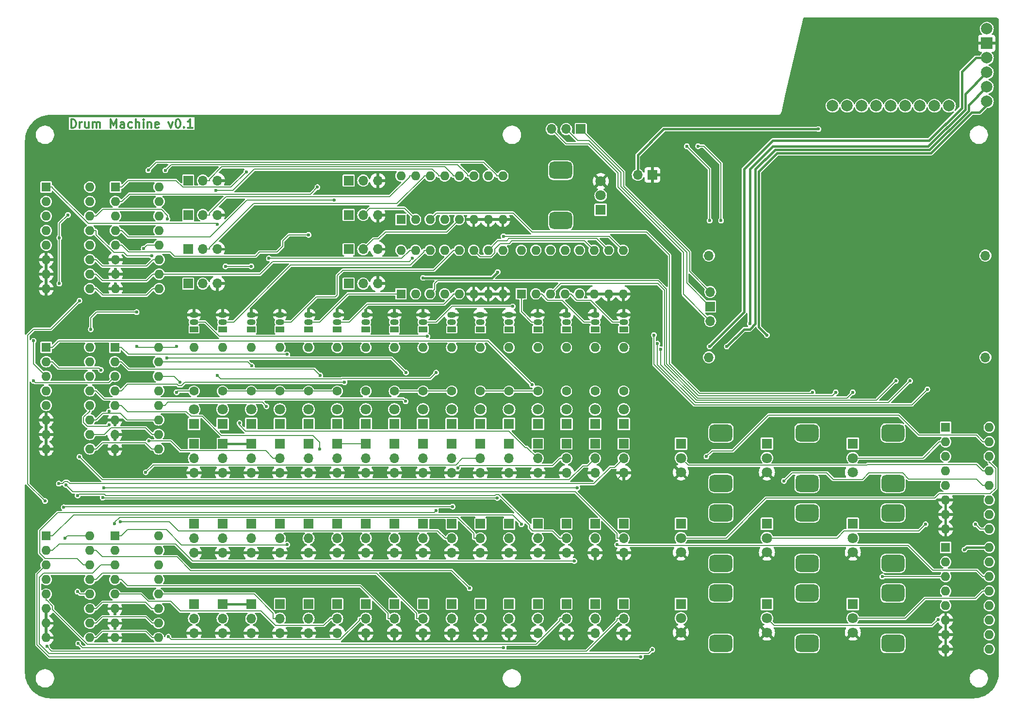
<source format=gtl>
G04 #@! TF.GenerationSoftware,KiCad,Pcbnew,8.0.7*
G04 #@! TF.CreationDate,2025-03-19T21:22:19+01:00*
G04 #@! TF.ProjectId,drum_machine,6472756d-5f6d-4616-9368-696e652e6b69,rev?*
G04 #@! TF.SameCoordinates,Original*
G04 #@! TF.FileFunction,Copper,L1,Top*
G04 #@! TF.FilePolarity,Positive*
%FSLAX46Y46*%
G04 Gerber Fmt 4.6, Leading zero omitted, Abs format (unit mm)*
G04 Created by KiCad (PCBNEW 8.0.7) date 2025-03-19 21:22:19*
%MOMM*%
%LPD*%
G01*
G04 APERTURE LIST*
G04 Aperture macros list*
%AMRoundRect*
0 Rectangle with rounded corners*
0 $1 Rounding radius*
0 $2 $3 $4 $5 $6 $7 $8 $9 X,Y pos of 4 corners*
0 Add a 4 corners polygon primitive as box body*
4,1,4,$2,$3,$4,$5,$6,$7,$8,$9,$2,$3,0*
0 Add four circle primitives for the rounded corners*
1,1,$1+$1,$2,$3*
1,1,$1+$1,$4,$5*
1,1,$1+$1,$6,$7*
1,1,$1+$1,$8,$9*
0 Add four rect primitives between the rounded corners*
20,1,$1+$1,$2,$3,$4,$5,0*
20,1,$1+$1,$4,$5,$6,$7,0*
20,1,$1+$1,$6,$7,$8,$9,0*
20,1,$1+$1,$8,$9,$2,$3,0*%
G04 Aperture macros list end*
%ADD10C,0.300000*%
G04 #@! TA.AperFunction,NonConductor*
%ADD11C,0.300000*%
G04 #@! TD*
G04 #@! TA.AperFunction,ComponentPad*
%ADD12C,1.600000*%
G04 #@! TD*
G04 #@! TA.AperFunction,ComponentPad*
%ADD13O,1.600000X1.600000*%
G04 #@! TD*
G04 #@! TA.AperFunction,ComponentPad*
%ADD14R,1.500000X1.050000*%
G04 #@! TD*
G04 #@! TA.AperFunction,ComponentPad*
%ADD15O,1.500000X1.050000*%
G04 #@! TD*
G04 #@! TA.AperFunction,ComponentPad*
%ADD16R,1.800000X1.800000*%
G04 #@! TD*
G04 #@! TA.AperFunction,ComponentPad*
%ADD17C,1.800000*%
G04 #@! TD*
G04 #@! TA.AperFunction,ComponentPad*
%ADD18R,1.700000X1.700000*%
G04 #@! TD*
G04 #@! TA.AperFunction,ComponentPad*
%ADD19O,1.700000X1.700000*%
G04 #@! TD*
G04 #@! TA.AperFunction,ComponentPad*
%ADD20RoundRect,0.750000X-1.250000X-0.750000X1.250000X-0.750000X1.250000X0.750000X-1.250000X0.750000X0*%
G04 #@! TD*
G04 #@! TA.AperFunction,ComponentPad*
%ADD21R,1.600000X1.600000*%
G04 #@! TD*
G04 #@! TA.AperFunction,ComponentPad*
%ADD22RoundRect,0.750000X1.250000X0.750000X-1.250000X0.750000X-1.250000X-0.750000X1.250000X-0.750000X0*%
G04 #@! TD*
G04 #@! TA.AperFunction,ComponentPad*
%ADD23C,2.000000*%
G04 #@! TD*
G04 #@! TA.AperFunction,ComponentPad*
%ADD24R,2.000000X2.000000*%
G04 #@! TD*
G04 #@! TA.AperFunction,ViaPad*
%ADD25C,0.600000*%
G04 #@! TD*
G04 #@! TA.AperFunction,Conductor*
%ADD26C,0.200000*%
G04 #@! TD*
G04 #@! TA.AperFunction,Conductor*
%ADD27C,0.400000*%
G04 #@! TD*
G04 APERTURE END LIST*
D10*
D11*
X40554510Y-50800828D02*
X40554510Y-49300828D01*
X40554510Y-49300828D02*
X40911653Y-49300828D01*
X40911653Y-49300828D02*
X41125939Y-49372257D01*
X41125939Y-49372257D02*
X41268796Y-49515114D01*
X41268796Y-49515114D02*
X41340225Y-49657971D01*
X41340225Y-49657971D02*
X41411653Y-49943685D01*
X41411653Y-49943685D02*
X41411653Y-50157971D01*
X41411653Y-50157971D02*
X41340225Y-50443685D01*
X41340225Y-50443685D02*
X41268796Y-50586542D01*
X41268796Y-50586542D02*
X41125939Y-50729400D01*
X41125939Y-50729400D02*
X40911653Y-50800828D01*
X40911653Y-50800828D02*
X40554510Y-50800828D01*
X42054510Y-50800828D02*
X42054510Y-49800828D01*
X42054510Y-50086542D02*
X42125939Y-49943685D01*
X42125939Y-49943685D02*
X42197368Y-49872257D01*
X42197368Y-49872257D02*
X42340225Y-49800828D01*
X42340225Y-49800828D02*
X42483082Y-49800828D01*
X43625939Y-49800828D02*
X43625939Y-50800828D01*
X42983081Y-49800828D02*
X42983081Y-50586542D01*
X42983081Y-50586542D02*
X43054510Y-50729400D01*
X43054510Y-50729400D02*
X43197367Y-50800828D01*
X43197367Y-50800828D02*
X43411653Y-50800828D01*
X43411653Y-50800828D02*
X43554510Y-50729400D01*
X43554510Y-50729400D02*
X43625939Y-50657971D01*
X44340224Y-50800828D02*
X44340224Y-49800828D01*
X44340224Y-49943685D02*
X44411653Y-49872257D01*
X44411653Y-49872257D02*
X44554510Y-49800828D01*
X44554510Y-49800828D02*
X44768796Y-49800828D01*
X44768796Y-49800828D02*
X44911653Y-49872257D01*
X44911653Y-49872257D02*
X44983082Y-50015114D01*
X44983082Y-50015114D02*
X44983082Y-50800828D01*
X44983082Y-50015114D02*
X45054510Y-49872257D01*
X45054510Y-49872257D02*
X45197367Y-49800828D01*
X45197367Y-49800828D02*
X45411653Y-49800828D01*
X45411653Y-49800828D02*
X45554510Y-49872257D01*
X45554510Y-49872257D02*
X45625939Y-50015114D01*
X45625939Y-50015114D02*
X45625939Y-50800828D01*
X47483081Y-50800828D02*
X47483081Y-49300828D01*
X47483081Y-49300828D02*
X47983081Y-50372257D01*
X47983081Y-50372257D02*
X48483081Y-49300828D01*
X48483081Y-49300828D02*
X48483081Y-50800828D01*
X49840225Y-50800828D02*
X49840225Y-50015114D01*
X49840225Y-50015114D02*
X49768796Y-49872257D01*
X49768796Y-49872257D02*
X49625939Y-49800828D01*
X49625939Y-49800828D02*
X49340225Y-49800828D01*
X49340225Y-49800828D02*
X49197367Y-49872257D01*
X49840225Y-50729400D02*
X49697367Y-50800828D01*
X49697367Y-50800828D02*
X49340225Y-50800828D01*
X49340225Y-50800828D02*
X49197367Y-50729400D01*
X49197367Y-50729400D02*
X49125939Y-50586542D01*
X49125939Y-50586542D02*
X49125939Y-50443685D01*
X49125939Y-50443685D02*
X49197367Y-50300828D01*
X49197367Y-50300828D02*
X49340225Y-50229400D01*
X49340225Y-50229400D02*
X49697367Y-50229400D01*
X49697367Y-50229400D02*
X49840225Y-50157971D01*
X51197368Y-50729400D02*
X51054510Y-50800828D01*
X51054510Y-50800828D02*
X50768796Y-50800828D01*
X50768796Y-50800828D02*
X50625939Y-50729400D01*
X50625939Y-50729400D02*
X50554510Y-50657971D01*
X50554510Y-50657971D02*
X50483082Y-50515114D01*
X50483082Y-50515114D02*
X50483082Y-50086542D01*
X50483082Y-50086542D02*
X50554510Y-49943685D01*
X50554510Y-49943685D02*
X50625939Y-49872257D01*
X50625939Y-49872257D02*
X50768796Y-49800828D01*
X50768796Y-49800828D02*
X51054510Y-49800828D01*
X51054510Y-49800828D02*
X51197368Y-49872257D01*
X51840224Y-50800828D02*
X51840224Y-49300828D01*
X52483082Y-50800828D02*
X52483082Y-50015114D01*
X52483082Y-50015114D02*
X52411653Y-49872257D01*
X52411653Y-49872257D02*
X52268796Y-49800828D01*
X52268796Y-49800828D02*
X52054510Y-49800828D01*
X52054510Y-49800828D02*
X51911653Y-49872257D01*
X51911653Y-49872257D02*
X51840224Y-49943685D01*
X53197367Y-50800828D02*
X53197367Y-49800828D01*
X53197367Y-49300828D02*
X53125939Y-49372257D01*
X53125939Y-49372257D02*
X53197367Y-49443685D01*
X53197367Y-49443685D02*
X53268796Y-49372257D01*
X53268796Y-49372257D02*
X53197367Y-49300828D01*
X53197367Y-49300828D02*
X53197367Y-49443685D01*
X53911653Y-49800828D02*
X53911653Y-50800828D01*
X53911653Y-49943685D02*
X53983082Y-49872257D01*
X53983082Y-49872257D02*
X54125939Y-49800828D01*
X54125939Y-49800828D02*
X54340225Y-49800828D01*
X54340225Y-49800828D02*
X54483082Y-49872257D01*
X54483082Y-49872257D02*
X54554511Y-50015114D01*
X54554511Y-50015114D02*
X54554511Y-50800828D01*
X55840225Y-50729400D02*
X55697368Y-50800828D01*
X55697368Y-50800828D02*
X55411654Y-50800828D01*
X55411654Y-50800828D02*
X55268796Y-50729400D01*
X55268796Y-50729400D02*
X55197368Y-50586542D01*
X55197368Y-50586542D02*
X55197368Y-50015114D01*
X55197368Y-50015114D02*
X55268796Y-49872257D01*
X55268796Y-49872257D02*
X55411654Y-49800828D01*
X55411654Y-49800828D02*
X55697368Y-49800828D01*
X55697368Y-49800828D02*
X55840225Y-49872257D01*
X55840225Y-49872257D02*
X55911654Y-50015114D01*
X55911654Y-50015114D02*
X55911654Y-50157971D01*
X55911654Y-50157971D02*
X55197368Y-50300828D01*
X57554510Y-49800828D02*
X57911653Y-50800828D01*
X57911653Y-50800828D02*
X58268796Y-49800828D01*
X59125939Y-49300828D02*
X59268796Y-49300828D01*
X59268796Y-49300828D02*
X59411653Y-49372257D01*
X59411653Y-49372257D02*
X59483082Y-49443685D01*
X59483082Y-49443685D02*
X59554510Y-49586542D01*
X59554510Y-49586542D02*
X59625939Y-49872257D01*
X59625939Y-49872257D02*
X59625939Y-50229400D01*
X59625939Y-50229400D02*
X59554510Y-50515114D01*
X59554510Y-50515114D02*
X59483082Y-50657971D01*
X59483082Y-50657971D02*
X59411653Y-50729400D01*
X59411653Y-50729400D02*
X59268796Y-50800828D01*
X59268796Y-50800828D02*
X59125939Y-50800828D01*
X59125939Y-50800828D02*
X58983082Y-50729400D01*
X58983082Y-50729400D02*
X58911653Y-50657971D01*
X58911653Y-50657971D02*
X58840224Y-50515114D01*
X58840224Y-50515114D02*
X58768796Y-50229400D01*
X58768796Y-50229400D02*
X58768796Y-49872257D01*
X58768796Y-49872257D02*
X58840224Y-49586542D01*
X58840224Y-49586542D02*
X58911653Y-49443685D01*
X58911653Y-49443685D02*
X58983082Y-49372257D01*
X58983082Y-49372257D02*
X59125939Y-49300828D01*
X60268795Y-50657971D02*
X60340224Y-50729400D01*
X60340224Y-50729400D02*
X60268795Y-50800828D01*
X60268795Y-50800828D02*
X60197367Y-50729400D01*
X60197367Y-50729400D02*
X60268795Y-50657971D01*
X60268795Y-50657971D02*
X60268795Y-50800828D01*
X61768796Y-50800828D02*
X60911653Y-50800828D01*
X61340224Y-50800828D02*
X61340224Y-49300828D01*
X61340224Y-49300828D02*
X61197367Y-49515114D01*
X61197367Y-49515114D02*
X61054510Y-49657971D01*
X61054510Y-49657971D02*
X60911653Y-49729400D01*
D12*
X72000000Y-96810000D03*
D13*
X72000000Y-89190000D03*
D14*
X62000000Y-86000000D03*
D15*
X62000000Y-84730000D03*
X62000000Y-83460000D03*
D16*
X72000000Y-102540000D03*
D17*
X72000000Y-100000000D03*
D18*
X97000000Y-134000000D03*
D19*
X97000000Y-136540000D03*
X97000000Y-139080000D03*
D18*
X67000000Y-106000000D03*
D19*
X67000000Y-108540000D03*
X67000000Y-111080000D03*
D12*
X77000000Y-96810000D03*
D13*
X77000000Y-89190000D03*
D18*
X132000000Y-134000000D03*
D19*
X132000000Y-136540000D03*
X132000000Y-139080000D03*
D18*
X77000000Y-134000000D03*
D19*
X77000000Y-136540000D03*
X77000000Y-139080000D03*
D16*
X117000000Y-102540000D03*
D17*
X117000000Y-100000000D03*
D18*
X127000000Y-106000000D03*
D19*
X127000000Y-108540000D03*
X127000000Y-111080000D03*
D18*
X67000000Y-120000000D03*
D19*
X67000000Y-122540000D03*
X67000000Y-125080000D03*
D16*
X162000000Y-106000000D03*
D17*
X162000000Y-108500000D03*
X162000000Y-111000000D03*
D20*
X169000000Y-104100000D03*
X169000000Y-112900000D03*
D16*
X112000000Y-102540000D03*
D17*
X112000000Y-100000000D03*
D14*
X82000000Y-86000000D03*
D15*
X82000000Y-84730000D03*
X82000000Y-83460000D03*
D18*
X107000000Y-120000000D03*
D19*
X107000000Y-122540000D03*
X107000000Y-125080000D03*
D18*
X61000000Y-60000000D03*
D19*
X63540000Y-60000000D03*
X66080000Y-60000000D03*
D18*
X122000000Y-134000000D03*
D19*
X122000000Y-136540000D03*
X122000000Y-139080000D03*
D14*
X67000000Y-86000000D03*
D15*
X67000000Y-84730000D03*
X67000000Y-83460000D03*
D14*
X127000000Y-86000000D03*
D15*
X127000000Y-84730000D03*
X127000000Y-83460000D03*
D18*
X137000000Y-120000000D03*
D19*
X137000000Y-122540000D03*
X137000000Y-125080000D03*
D16*
X97000000Y-102540000D03*
D17*
X97000000Y-100000000D03*
D21*
X48200000Y-89125000D03*
D13*
X48200000Y-91665000D03*
X48200000Y-94205000D03*
X48200000Y-96745000D03*
X48200000Y-99285000D03*
X48200000Y-101825000D03*
X48200000Y-104365000D03*
X48200000Y-106905000D03*
X55820000Y-106905000D03*
X55820000Y-104365000D03*
X55820000Y-101825000D03*
X55820000Y-99285000D03*
X55820000Y-96745000D03*
X55820000Y-94205000D03*
X55820000Y-91665000D03*
X55820000Y-89125000D03*
D18*
X72000000Y-106000000D03*
D19*
X72000000Y-108540000D03*
X72000000Y-111080000D03*
D12*
X137000000Y-96810000D03*
D13*
X137000000Y-89190000D03*
D18*
X72000000Y-120000000D03*
D19*
X72000000Y-122540000D03*
X72000000Y-125080000D03*
D12*
X62000000Y-96810000D03*
D13*
X62000000Y-89190000D03*
D14*
X92000000Y-86000000D03*
D15*
X92000000Y-84730000D03*
X92000000Y-83460000D03*
D18*
X87000000Y-120000000D03*
D19*
X87000000Y-122540000D03*
X87000000Y-125080000D03*
D14*
X102000000Y-86000000D03*
D15*
X102000000Y-84730000D03*
X102000000Y-83460000D03*
D21*
X193200000Y-124125000D03*
D13*
X193200000Y-126665000D03*
X193200000Y-129205000D03*
X193200000Y-131745000D03*
X193200000Y-134285000D03*
X193200000Y-136825000D03*
X193200000Y-139365000D03*
X193200000Y-141905000D03*
X200820000Y-141905000D03*
X200820000Y-139365000D03*
X200820000Y-136825000D03*
X200820000Y-134285000D03*
X200820000Y-131745000D03*
X200820000Y-129205000D03*
X200820000Y-126665000D03*
X200820000Y-124125000D03*
D18*
X132000000Y-106000000D03*
D19*
X132000000Y-108540000D03*
X132000000Y-111080000D03*
D18*
X89000000Y-78000000D03*
D19*
X91540000Y-78000000D03*
X94080000Y-78000000D03*
D18*
X92000000Y-134000000D03*
D19*
X92000000Y-136540000D03*
X92000000Y-139080000D03*
D21*
X36200000Y-61125000D03*
D13*
X36200000Y-63665000D03*
X36200000Y-66205000D03*
X36200000Y-68745000D03*
X36200000Y-71285000D03*
X36200000Y-73825000D03*
X36200000Y-76365000D03*
X36200000Y-78905000D03*
X43820000Y-78905000D03*
X43820000Y-76365000D03*
X43820000Y-73825000D03*
X43820000Y-71285000D03*
X43820000Y-68745000D03*
X43820000Y-66205000D03*
X43820000Y-63665000D03*
X43820000Y-61125000D03*
D14*
X132000000Y-86000000D03*
D15*
X132000000Y-84730000D03*
X132000000Y-83460000D03*
D18*
X117000000Y-134000000D03*
D19*
X117000000Y-136540000D03*
X117000000Y-139080000D03*
D18*
X67000000Y-134000000D03*
D19*
X67000000Y-136540000D03*
X67000000Y-139080000D03*
D18*
X107000000Y-134000000D03*
D19*
X107000000Y-136540000D03*
X107000000Y-139080000D03*
D12*
X107000000Y-96810000D03*
D13*
X107000000Y-89190000D03*
D18*
X102000000Y-120000000D03*
D19*
X102000000Y-122540000D03*
X102000000Y-125080000D03*
D12*
X132000000Y-96810000D03*
D13*
X132000000Y-89190000D03*
D18*
X107000000Y-106000000D03*
D19*
X107000000Y-108540000D03*
X107000000Y-111080000D03*
D18*
X89000000Y-60000000D03*
D19*
X91540000Y-60000000D03*
X94080000Y-60000000D03*
D18*
X102000000Y-106000000D03*
D19*
X102000000Y-108540000D03*
X102000000Y-111080000D03*
D18*
X87000000Y-134000000D03*
D19*
X87000000Y-136540000D03*
X87000000Y-139080000D03*
D18*
X112000000Y-106000000D03*
D19*
X112000000Y-108540000D03*
X112000000Y-111080000D03*
D14*
X107000000Y-86000000D03*
D15*
X107000000Y-84730000D03*
X107000000Y-83460000D03*
D18*
X61000000Y-66000000D03*
D19*
X63540000Y-66000000D03*
X66080000Y-66000000D03*
D18*
X97000000Y-120000000D03*
D19*
X97000000Y-122540000D03*
X97000000Y-125080000D03*
D18*
X77000000Y-106000000D03*
D19*
X77000000Y-108540000D03*
X77000000Y-111080000D03*
D21*
X119125000Y-79800000D03*
D13*
X121665000Y-79800000D03*
X124205000Y-79800000D03*
X126745000Y-79800000D03*
X129285000Y-79800000D03*
X131825000Y-79800000D03*
X134365000Y-79800000D03*
X136905000Y-79800000D03*
X136905000Y-72180000D03*
X134365000Y-72180000D03*
X131825000Y-72180000D03*
X129285000Y-72180000D03*
X126745000Y-72180000D03*
X124205000Y-72180000D03*
X121665000Y-72180000D03*
X119125000Y-72180000D03*
D16*
X177000000Y-120000000D03*
D17*
X177000000Y-122500000D03*
X177000000Y-125000000D03*
D20*
X184000000Y-118100000D03*
X184000000Y-126900000D03*
D18*
X127000000Y-134000000D03*
D19*
X127000000Y-136540000D03*
X127000000Y-139080000D03*
D16*
X133000000Y-65100000D03*
D17*
X133000000Y-62600000D03*
X133000000Y-60100000D03*
D22*
X126000000Y-67000000D03*
X126000000Y-58200000D03*
D14*
X77000000Y-86000000D03*
D15*
X77000000Y-84730000D03*
X77000000Y-83460000D03*
D18*
X92000000Y-106000000D03*
D19*
X92000000Y-108540000D03*
X92000000Y-111080000D03*
D18*
X137000000Y-106000000D03*
D19*
X137000000Y-108540000D03*
X137000000Y-111080000D03*
D18*
X82000000Y-120000000D03*
D19*
X82000000Y-122540000D03*
X82000000Y-125080000D03*
D18*
X142000000Y-59000000D03*
D19*
X139460000Y-59000000D03*
D18*
X127000000Y-120000000D03*
D19*
X127000000Y-122540000D03*
X127000000Y-125080000D03*
D18*
X117000000Y-106000000D03*
D19*
X117000000Y-108540000D03*
X117000000Y-111080000D03*
D18*
X82000000Y-106000000D03*
D19*
X82000000Y-108540000D03*
X82000000Y-111080000D03*
D14*
X122000000Y-86000000D03*
D15*
X122000000Y-84730000D03*
X122000000Y-83460000D03*
D12*
X112000000Y-96810000D03*
D13*
X112000000Y-89190000D03*
D23*
X200394000Y-46160000D03*
X200394000Y-43620000D03*
X200394000Y-41080000D03*
X200394000Y-38540000D03*
D24*
X200394000Y-36000000D03*
D23*
X200394000Y-33460000D03*
X193790000Y-46922000D03*
X191250000Y-46922000D03*
X188710000Y-46922000D03*
X186170000Y-46922000D03*
X183630000Y-46922000D03*
X181090000Y-46922000D03*
X178550000Y-46922000D03*
X176010000Y-46922000D03*
X173470000Y-46922000D03*
D16*
X67000000Y-102540000D03*
D17*
X67000000Y-100000000D03*
D12*
X82000000Y-96810000D03*
D13*
X82000000Y-89190000D03*
D14*
X117000000Y-86000000D03*
D15*
X117000000Y-84730000D03*
X117000000Y-83460000D03*
D16*
X177000000Y-134000000D03*
D17*
X177000000Y-136500000D03*
X177000000Y-139000000D03*
D20*
X184000000Y-132100000D03*
X184000000Y-140900000D03*
D18*
X112000000Y-120000000D03*
D19*
X112000000Y-122540000D03*
X112000000Y-125080000D03*
D16*
X137000000Y-102540000D03*
D17*
X137000000Y-100000000D03*
D12*
X92000000Y-96810000D03*
D13*
X92000000Y-89190000D03*
D16*
X107000000Y-102540000D03*
D17*
X107000000Y-100000000D03*
D12*
X122000000Y-96810000D03*
D13*
X122000000Y-89190000D03*
D21*
X48300000Y-61125000D03*
D13*
X48300000Y-63665000D03*
X48300000Y-66205000D03*
X48300000Y-68745000D03*
X48300000Y-71285000D03*
X48300000Y-73825000D03*
X48300000Y-76365000D03*
X48300000Y-78905000D03*
X55920000Y-78905000D03*
X55920000Y-76365000D03*
X55920000Y-73825000D03*
X55920000Y-71285000D03*
X55920000Y-68745000D03*
X55920000Y-66205000D03*
X55920000Y-63665000D03*
X55920000Y-61125000D03*
D18*
X62000000Y-106000000D03*
D19*
X62000000Y-108540000D03*
X62000000Y-111080000D03*
D16*
X102000000Y-102540000D03*
D17*
X102000000Y-100000000D03*
D16*
X147000000Y-120000000D03*
D17*
X147000000Y-122500000D03*
X147000000Y-125000000D03*
D20*
X154000000Y-118100000D03*
X154000000Y-126900000D03*
D18*
X122000000Y-106000000D03*
D19*
X122000000Y-108540000D03*
X122000000Y-111080000D03*
D14*
X97000000Y-86000000D03*
D15*
X97000000Y-84730000D03*
X97000000Y-83460000D03*
D16*
X82000000Y-102540000D03*
D17*
X82000000Y-100000000D03*
D18*
X62000000Y-120000000D03*
D19*
X62000000Y-122540000D03*
X62000000Y-125080000D03*
D18*
X137000000Y-134000000D03*
D19*
X137000000Y-136540000D03*
X137000000Y-139080000D03*
D21*
X98125000Y-79800000D03*
D13*
X100665000Y-79800000D03*
X103205000Y-79800000D03*
X105745000Y-79800000D03*
X108285000Y-79800000D03*
X110825000Y-79800000D03*
X113365000Y-79800000D03*
X115905000Y-79800000D03*
X115905000Y-72180000D03*
X113365000Y-72180000D03*
X110825000Y-72180000D03*
X108285000Y-72180000D03*
X105745000Y-72180000D03*
X103205000Y-72180000D03*
X100665000Y-72180000D03*
X98125000Y-72180000D03*
D18*
X117000000Y-120000000D03*
D19*
X117000000Y-122540000D03*
X117000000Y-125080000D03*
D16*
X77000000Y-102540000D03*
D17*
X77000000Y-100000000D03*
D12*
X67000000Y-96810000D03*
D13*
X67000000Y-89190000D03*
D12*
X127000000Y-96810000D03*
D13*
X127000000Y-89190000D03*
D12*
X97000000Y-96810000D03*
D13*
X97000000Y-89190000D03*
D18*
X77000000Y-120000000D03*
D19*
X77000000Y-122540000D03*
X77000000Y-125080000D03*
D16*
X147000000Y-134000000D03*
D17*
X147000000Y-136500000D03*
X147000000Y-139000000D03*
D20*
X154000000Y-132100000D03*
X154000000Y-140900000D03*
D12*
X87000000Y-96810000D03*
D13*
X87000000Y-89190000D03*
D18*
X97000000Y-106000000D03*
D19*
X97000000Y-108540000D03*
X97000000Y-111080000D03*
D16*
X147000000Y-106000000D03*
D17*
X147000000Y-108500000D03*
X147000000Y-111000000D03*
D20*
X154000000Y-104100000D03*
X154000000Y-112900000D03*
D21*
X98125000Y-66800000D03*
D13*
X100665000Y-66800000D03*
X103205000Y-66800000D03*
X105745000Y-66800000D03*
X108285000Y-66800000D03*
X110825000Y-66800000D03*
X113365000Y-66800000D03*
X115905000Y-66800000D03*
X115905000Y-59180000D03*
X113365000Y-59180000D03*
X110825000Y-59180000D03*
X108285000Y-59180000D03*
X105745000Y-59180000D03*
X103205000Y-59180000D03*
X100665000Y-59180000D03*
X98125000Y-59180000D03*
D18*
X102000000Y-134000000D03*
D19*
X102000000Y-136540000D03*
X102000000Y-139080000D03*
D18*
X72000000Y-134000000D03*
D19*
X72000000Y-136540000D03*
X72000000Y-139080000D03*
D18*
X89000000Y-72000000D03*
D19*
X91540000Y-72000000D03*
X94080000Y-72000000D03*
D18*
X62000000Y-134000000D03*
D19*
X62000000Y-136540000D03*
X62000000Y-139080000D03*
D18*
X61000000Y-72000000D03*
D19*
X63540000Y-72000000D03*
X66080000Y-72000000D03*
D18*
X92000000Y-120000000D03*
D19*
X92000000Y-122540000D03*
X92000000Y-125080000D03*
D16*
X132000000Y-102540000D03*
D17*
X132000000Y-100000000D03*
D16*
X92000000Y-102540000D03*
D17*
X92000000Y-100000000D03*
D16*
X162000000Y-120000000D03*
D17*
X162000000Y-122500000D03*
X162000000Y-125000000D03*
D20*
X169000000Y-118100000D03*
X169000000Y-126900000D03*
D18*
X87000000Y-106000000D03*
D19*
X87000000Y-108540000D03*
X87000000Y-111080000D03*
D18*
X112000000Y-134000000D03*
D19*
X112000000Y-136540000D03*
X112000000Y-139080000D03*
D18*
X89000000Y-66000000D03*
D19*
X91540000Y-66000000D03*
X94080000Y-66000000D03*
D16*
X62000000Y-102540000D03*
D17*
X62000000Y-100000000D03*
D14*
X137000000Y-86000000D03*
D15*
X137000000Y-84730000D03*
X137000000Y-83460000D03*
D14*
X72000000Y-86000000D03*
D15*
X72000000Y-84730000D03*
X72000000Y-83460000D03*
D18*
X129500000Y-51000000D03*
D19*
X126960000Y-51000000D03*
X124420000Y-51000000D03*
D16*
X87000000Y-102540000D03*
D17*
X87000000Y-100000000D03*
D18*
X122000000Y-120000000D03*
D19*
X122000000Y-122540000D03*
X122000000Y-125080000D03*
D12*
X117000000Y-96810000D03*
D13*
X117000000Y-89190000D03*
D14*
X112000000Y-86000000D03*
D15*
X112000000Y-84730000D03*
X112000000Y-83460000D03*
D18*
X82000000Y-134000000D03*
D19*
X82000000Y-136540000D03*
X82000000Y-139080000D03*
D18*
X61000000Y-78000000D03*
D19*
X63540000Y-78000000D03*
X66080000Y-78000000D03*
D16*
X127000000Y-102540000D03*
D17*
X127000000Y-100000000D03*
D21*
X193200000Y-103125000D03*
D13*
X193200000Y-105665000D03*
X193200000Y-108205000D03*
X193200000Y-110745000D03*
X193200000Y-113285000D03*
X193200000Y-115825000D03*
X193200000Y-118365000D03*
X193200000Y-120905000D03*
X200820000Y-120905000D03*
X200820000Y-118365000D03*
X200820000Y-115825000D03*
X200820000Y-113285000D03*
X200820000Y-110745000D03*
X200820000Y-108205000D03*
X200820000Y-105665000D03*
X200820000Y-103125000D03*
D21*
X36200000Y-89125000D03*
D13*
X36200000Y-91665000D03*
X36200000Y-94205000D03*
X36200000Y-96745000D03*
X36200000Y-99285000D03*
X36200000Y-101825000D03*
X36200000Y-104365000D03*
X36200000Y-106905000D03*
X43820000Y-106905000D03*
X43820000Y-104365000D03*
X43820000Y-101825000D03*
X43820000Y-99285000D03*
X43820000Y-96745000D03*
X43820000Y-94205000D03*
X43820000Y-91665000D03*
X43820000Y-89125000D03*
D18*
X132000000Y-120000000D03*
D19*
X132000000Y-122540000D03*
X132000000Y-125080000D03*
D12*
X102000000Y-96810000D03*
D13*
X102000000Y-89190000D03*
D21*
X36200000Y-122125000D03*
D13*
X36200000Y-124665000D03*
X36200000Y-127205000D03*
X36200000Y-129745000D03*
X36200000Y-132285000D03*
X36200000Y-134825000D03*
X36200000Y-137365000D03*
X36200000Y-139905000D03*
X43820000Y-139905000D03*
X43820000Y-137365000D03*
X43820000Y-134825000D03*
X43820000Y-132285000D03*
X43820000Y-129745000D03*
X43820000Y-127205000D03*
X43820000Y-124665000D03*
X43820000Y-122125000D03*
D16*
X162000000Y-134000000D03*
D17*
X162000000Y-136500000D03*
X162000000Y-139000000D03*
D20*
X169000000Y-132100000D03*
X169000000Y-140900000D03*
D16*
X122000000Y-102540000D03*
D17*
X122000000Y-100000000D03*
D16*
X177000000Y-106000000D03*
D17*
X177000000Y-108500000D03*
X177000000Y-111000000D03*
D20*
X184000000Y-104100000D03*
X184000000Y-112900000D03*
D21*
X48200000Y-122125000D03*
D13*
X48200000Y-124665000D03*
X48200000Y-127205000D03*
X48200000Y-129745000D03*
X48200000Y-132285000D03*
X48200000Y-134825000D03*
X48200000Y-137365000D03*
X48200000Y-139905000D03*
X55820000Y-139905000D03*
X55820000Y-137365000D03*
X55820000Y-134825000D03*
X55820000Y-132285000D03*
X55820000Y-129745000D03*
X55820000Y-127205000D03*
X55820000Y-124665000D03*
X55820000Y-122125000D03*
D14*
X87000000Y-86000000D03*
D15*
X87000000Y-84730000D03*
X87000000Y-83460000D03*
D19*
X200130000Y-90890000D03*
X151870000Y-90890000D03*
X151870000Y-73110000D03*
X200130000Y-73110000D03*
X152100000Y-84540000D03*
D18*
X152100000Y-82000000D03*
D19*
X152100000Y-79460000D03*
D25*
X76000000Y-65500000D03*
X182500000Y-75500000D03*
X157000000Y-75500000D03*
X156500000Y-69000000D03*
X170000000Y-89000000D03*
X182500000Y-69000000D03*
X34000000Y-141000000D03*
X169500000Y-95000000D03*
X157500000Y-89000000D03*
X177500000Y-114000000D03*
X195000000Y-69500000D03*
X169500000Y-69500000D03*
X52500000Y-64000000D03*
X195500000Y-88500000D03*
X182500000Y-88500000D03*
X195500000Y-75000000D03*
X61500000Y-63500000D03*
X51500000Y-68500000D03*
X194500000Y-95000000D03*
X182000000Y-95000000D03*
X72000000Y-61000000D03*
X51500000Y-66500000D03*
X157000000Y-94500000D03*
X133000000Y-114000000D03*
X51500000Y-71000000D03*
X47000000Y-144500000D03*
X169500000Y-75000000D03*
X171000000Y-51000000D03*
X155000000Y-89000000D03*
X162000000Y-87000000D03*
X152000000Y-89000000D03*
X159000000Y-85000000D03*
X102746600Y-87224100D03*
X75078600Y-73594900D03*
X117669200Y-81990700D03*
X38500000Y-70000000D03*
X40000000Y-66000000D03*
X44000000Y-86000000D03*
X52000000Y-83000000D03*
X39500000Y-122500000D03*
X102000000Y-77000000D03*
X38500000Y-78000000D03*
X58980200Y-97000000D03*
X67500000Y-75000000D03*
X196500000Y-124500000D03*
X52000000Y-89000000D03*
X72000000Y-75000000D03*
X115000000Y-76000000D03*
X59000000Y-89000000D03*
X151447900Y-108229200D03*
X165000000Y-112500000D03*
X189719600Y-120063200D03*
X191848600Y-136709900D03*
X135868200Y-123623300D03*
X53240800Y-71874600D03*
X54134000Y-105524000D03*
X71138500Y-58474300D03*
X82000000Y-69500000D03*
X83556500Y-61153200D03*
X86508300Y-63425200D03*
X99019600Y-93553700D03*
X54620600Y-73160900D03*
X57238300Y-91019300D03*
X104284800Y-93553700D03*
X57375000Y-66691400D03*
X66043800Y-94050600D03*
X53586700Y-110988200D03*
X36000000Y-116000000D03*
X42000000Y-81000000D03*
X69946900Y-102390200D03*
X66114600Y-67682300D03*
X108061700Y-110197600D03*
X107170900Y-116985400D03*
X39271900Y-117110200D03*
X42006100Y-108279600D03*
X38414100Y-112965200D03*
X59580200Y-95266300D03*
X72101500Y-92373000D03*
X74662600Y-99444700D03*
X78288700Y-90373600D03*
X83934900Y-106959200D03*
X84033400Y-94050600D03*
X88270200Y-95266600D03*
X98947900Y-98584800D03*
X49129600Y-119608300D03*
X48134900Y-119956100D03*
X47205200Y-102693300D03*
X46065800Y-115402600D03*
X114956100Y-115463200D03*
X121002800Y-95694000D03*
X41683500Y-115060200D03*
X45767400Y-93107200D03*
X46277900Y-113704200D03*
X128920000Y-113704200D03*
X39668900Y-113199300D03*
X78302700Y-123623300D03*
X57543100Y-139722700D03*
X104219100Y-117705600D03*
X110122700Y-131269200D03*
X116026300Y-141634100D03*
X41803000Y-140919800D03*
X41685100Y-131845200D03*
X119152000Y-120063200D03*
X128393000Y-126491800D03*
X36327700Y-141429700D03*
X65845700Y-61753500D03*
X198386700Y-120063200D03*
X182163900Y-129219100D03*
X174000000Y-97000000D03*
X142900000Y-88500000D03*
X187000000Y-95000000D03*
X116026300Y-69724500D03*
X184500000Y-95000000D03*
X143500000Y-89500000D03*
X142300000Y-87000000D03*
X190000000Y-96500000D03*
X177000000Y-97000000D03*
X100144600Y-73589600D03*
X56990300Y-58207700D03*
X47205200Y-100325500D03*
X54021200Y-58190500D03*
X154000000Y-67000000D03*
X34000000Y-95000000D03*
X150000000Y-54000000D03*
X152000000Y-67000000D03*
X148000000Y-54000000D03*
X34000000Y-88000000D03*
X142000000Y-142000000D03*
X140000000Y-143253500D03*
X170000000Y-97000000D03*
D26*
X133000000Y-114000000D02*
X134080000Y-114000000D01*
X134080000Y-114000000D02*
X137000000Y-111080000D01*
D27*
X144000000Y-51000000D02*
X171000000Y-51000000D01*
X144000000Y-51000000D02*
X139460000Y-55540000D01*
X139460000Y-55540000D02*
X139460000Y-59000000D01*
X158000000Y-86000000D02*
X155000000Y-89000000D01*
X197200000Y-46814000D02*
X200394000Y-43620000D01*
X190394955Y-54600000D02*
X163400000Y-54600000D01*
X160000000Y-85000000D02*
X159000000Y-86000000D01*
X163400000Y-54600000D02*
X160000000Y-58000000D01*
X190394955Y-54600000D02*
X197200000Y-47794955D01*
X197200000Y-47794955D02*
X197200000Y-46814000D01*
X159000000Y-86000000D02*
X158000000Y-86000000D01*
X160000000Y-58000000D02*
X160000000Y-85000000D01*
X163800000Y-55200000D02*
X160600000Y-58400000D01*
X197763483Y-48080000D02*
X190643483Y-55200000D01*
X190643483Y-55200000D02*
X163800000Y-55200000D01*
X201000000Y-46160000D02*
X199080000Y-48080000D01*
X160600000Y-85600000D02*
X162000000Y-87000000D01*
X160600000Y-58400000D02*
X160600000Y-85600000D01*
X199080000Y-48080000D02*
X197763483Y-48080000D01*
X196000000Y-41000000D02*
X196000000Y-47297899D01*
X198460000Y-38540000D02*
X196000000Y-41000000D01*
X158000000Y-83000000D02*
X152000000Y-89000000D01*
X196000000Y-47297899D02*
X190297899Y-53000000D01*
X158000000Y-58000000D02*
X158000000Y-83000000D01*
X201000000Y-38540000D02*
X198460000Y-38540000D01*
X190297899Y-53000000D02*
X163000000Y-53000000D01*
X163000000Y-53000000D02*
X158000000Y-58000000D01*
X159000000Y-85000000D02*
X159000000Y-58000000D01*
X159000000Y-58000000D02*
X163000000Y-54000000D01*
X163000000Y-54000000D02*
X190146427Y-54000000D01*
X196600000Y-47546427D02*
X196600000Y-44874000D01*
X196600000Y-44874000D02*
X200394000Y-41080000D01*
X190146427Y-54000000D02*
X196600000Y-47546427D01*
D26*
X102746600Y-87224100D02*
X66449200Y-87224100D01*
X63955100Y-84730000D02*
X62000000Y-84730000D01*
X66449200Y-87224100D02*
X63955100Y-84730000D01*
X78874300Y-74776200D02*
X99808900Y-74776200D01*
X103205000Y-72180000D02*
X102103300Y-72180000D01*
X99808900Y-74776200D02*
X102103300Y-72481800D01*
X68920500Y-84730000D02*
X78874300Y-74776200D01*
X102103300Y-72481800D02*
X102103300Y-72180000D01*
X67000000Y-84730000D02*
X68920500Y-84730000D01*
X75078600Y-73594900D02*
X98286100Y-73594900D01*
X98286100Y-73594900D02*
X99563300Y-72317700D01*
X100665000Y-72180000D02*
X99563300Y-72180000D01*
X99563300Y-72317700D02*
X99563300Y-72180000D01*
X87000000Y-76652600D02*
X87980800Y-75671800D01*
X86673700Y-80326300D02*
X87000000Y-80000000D01*
X78922600Y-84730000D02*
X83326300Y-80326300D01*
X107183300Y-72317700D02*
X107183300Y-72180000D01*
X103829200Y-75671800D02*
X107183300Y-72317700D01*
X87000000Y-80000000D02*
X87000000Y-76652600D01*
X87980800Y-75671800D02*
X103829200Y-75671800D01*
X83326300Y-80326300D02*
X86673700Y-80326300D01*
X77000000Y-84730000D02*
X78922600Y-84730000D01*
X107183300Y-72180000D02*
X108285000Y-72180000D01*
X83920500Y-84730000D02*
X82000000Y-84730000D01*
X98125000Y-79800000D02*
X88850500Y-79800000D01*
X88850500Y-79800000D02*
X83920500Y-84730000D01*
X87000000Y-84730000D02*
X89104800Y-84730000D01*
X108285000Y-79800000D02*
X107183300Y-79800000D01*
X105621100Y-81590500D02*
X107183300Y-80028300D01*
X92244300Y-81590500D02*
X105621100Y-81590500D01*
X107183300Y-80028300D02*
X107183300Y-79800000D01*
X89104800Y-84730000D02*
X92244300Y-81590500D01*
X104273700Y-84730000D02*
X107013000Y-81990700D01*
X107013000Y-81990700D02*
X117669200Y-81990700D01*
X102000000Y-84730000D02*
X104273700Y-84730000D01*
X119125000Y-79800000D02*
X119125000Y-82906700D01*
X122000000Y-84730000D02*
X120948300Y-84730000D01*
X119125000Y-82906700D02*
X120948300Y-84730000D01*
X122766700Y-79937800D02*
X123730600Y-80901700D01*
X121665000Y-79800000D02*
X122766700Y-79800000D01*
X122766700Y-79800000D02*
X122766700Y-79937800D01*
X123730600Y-80901700D02*
X126251200Y-80901700D01*
X126251200Y-80901700D02*
X130079500Y-84730000D01*
X130079500Y-84730000D02*
X132000000Y-84730000D01*
X127846700Y-79800000D02*
X127846700Y-79937800D01*
X135079500Y-84730000D02*
X137000000Y-84730000D01*
X126745000Y-79800000D02*
X127846700Y-79800000D01*
X127846700Y-79937800D02*
X128810600Y-80901700D01*
X131251200Y-80901700D02*
X135079500Y-84730000D01*
X128810600Y-80901700D02*
X131251200Y-80901700D01*
X52125000Y-89125000D02*
X52000000Y-89000000D01*
X77000000Y-96810000D02*
X82000000Y-96810000D01*
D27*
X196875000Y-124125000D02*
X196500000Y-124500000D01*
D26*
X55820000Y-89125000D02*
X52125000Y-89125000D01*
X72000000Y-96810000D02*
X77000000Y-96810000D01*
X92000000Y-106000000D02*
X87000000Y-106000000D01*
X62000000Y-96810000D02*
X59170200Y-96810000D01*
X112000000Y-96810000D02*
X117000000Y-96810000D01*
X40000000Y-66000000D02*
X38500000Y-67500000D01*
D27*
X67000000Y-134000000D02*
X72000000Y-134000000D01*
D26*
X97000000Y-96810000D02*
X102000000Y-96810000D01*
X38500000Y-70000000D02*
X38500000Y-78000000D01*
X39875000Y-122125000D02*
X39500000Y-122500000D01*
X43820000Y-122125000D02*
X39875000Y-122125000D01*
D27*
X115000000Y-76000000D02*
X114000000Y-77000000D01*
D26*
X122000000Y-96810000D02*
X117000000Y-96810000D01*
X72000000Y-96810000D02*
X67000000Y-96810000D01*
X82000000Y-96810000D02*
X87000000Y-96810000D01*
X102000000Y-96810000D02*
X107000000Y-96810000D01*
X52000000Y-83000000D02*
X45000000Y-83000000D01*
X38500000Y-67500000D02*
X38500000Y-70000000D01*
X59170200Y-96810000D02*
X58980200Y-97000000D01*
X59000000Y-89000000D02*
X58875000Y-89125000D01*
X44000000Y-84000000D02*
X44000000Y-86000000D01*
D27*
X114000000Y-77000000D02*
X102000000Y-77000000D01*
X200820000Y-124125000D02*
X196875000Y-124125000D01*
D26*
X45000000Y-83000000D02*
X44000000Y-84000000D01*
D27*
X67000000Y-106000000D02*
X72000000Y-106000000D01*
D26*
X58875000Y-89125000D02*
X55820000Y-89125000D01*
X72000000Y-75000000D02*
X67500000Y-75000000D01*
X199718300Y-110745000D02*
X198610800Y-109637500D01*
X179519400Y-109637500D02*
X179406900Y-109750000D01*
X198610800Y-109637500D02*
X179519400Y-109637500D01*
X148250000Y-109750000D02*
X147000000Y-108500000D01*
X200820000Y-110745000D02*
X199718300Y-110745000D01*
X179406900Y-109750000D02*
X148250000Y-109750000D01*
X154867100Y-122500000D02*
X147000000Y-122500000D01*
X161867200Y-115499900D02*
X154867100Y-122500000D01*
X200820000Y-108205000D02*
X200820000Y-109306700D01*
X200982000Y-114703000D02*
X192099800Y-114703000D01*
X201936300Y-113748700D02*
X200982000Y-114703000D01*
X200820000Y-109306700D02*
X200957700Y-109306700D01*
X192099800Y-114703000D02*
X191302900Y-115499900D01*
X200957700Y-109306700D02*
X201936300Y-110285300D01*
X191302900Y-115499900D02*
X161867200Y-115499900D01*
X201936300Y-110285300D02*
X201936300Y-113748700D01*
X162241500Y-101000000D02*
X184995200Y-101000000D01*
X199718300Y-105665000D02*
X200820000Y-105665000D01*
X151447900Y-108229200D02*
X152435600Y-107241500D01*
X156000000Y-107241500D02*
X162241500Y-101000000D01*
X152435600Y-107241500D02*
X156000000Y-107241500D01*
X198558100Y-104504800D02*
X199718300Y-105665000D01*
X184995200Y-101000000D02*
X188500000Y-104504800D01*
X188500000Y-104504800D02*
X198558100Y-104504800D01*
X166500000Y-111086000D02*
X166414000Y-111086000D01*
X200820000Y-113285000D02*
X199718300Y-113285000D01*
X199718300Y-113285000D02*
X198616600Y-112183300D01*
X178649600Y-112230700D02*
X173597900Y-112230700D01*
X173597900Y-112230700D02*
X172453200Y-111086000D01*
X179784900Y-111095400D02*
X178649600Y-112230700D01*
X166414000Y-111086000D02*
X165000000Y-112500000D01*
X185679700Y-111095400D02*
X179784900Y-111095400D01*
X186767600Y-112183300D02*
X185679700Y-111095400D01*
X198616600Y-112183300D02*
X186767600Y-112183300D01*
X172453200Y-111086000D02*
X166500000Y-111086000D01*
X174241500Y-122500000D02*
X175500000Y-121241500D01*
X189719600Y-120063200D02*
X188541300Y-121241500D01*
X162000000Y-122500000D02*
X174241500Y-122500000D01*
X188541300Y-121241500D02*
X175500000Y-121241500D01*
X163250000Y-137750000D02*
X162000000Y-136500000D01*
X190808500Y-137750000D02*
X163250000Y-137750000D01*
X191848600Y-136709900D02*
X190808500Y-137750000D01*
X192098300Y-105665000D02*
X189263300Y-108500000D01*
X189263300Y-108500000D02*
X177000000Y-108500000D01*
X193200000Y-105665000D02*
X192098300Y-105665000D01*
X177000000Y-136500000D02*
X186126200Y-136500000D01*
X198448300Y-133015000D02*
X199718300Y-131745000D01*
X189611200Y-133015000D02*
X198448300Y-133015000D01*
X186126200Y-136500000D02*
X189611200Y-133015000D01*
X200820000Y-131745000D02*
X199718300Y-131745000D01*
X191000000Y-128103300D02*
X186646700Y-123750000D01*
X198616600Y-128103300D02*
X191000000Y-128103300D01*
X183000000Y-123750000D02*
X135994900Y-123750000D01*
X186646700Y-123750000D02*
X183000000Y-123750000D01*
X200820000Y-129205000D02*
X199718300Y-129205000D01*
X135994900Y-123750000D02*
X135868200Y-123623300D01*
X199718300Y-129205000D02*
X198616600Y-128103300D01*
X77000000Y-108540000D02*
X75848300Y-108540000D01*
X57913700Y-105524000D02*
X59599700Y-107210000D01*
X55920000Y-71285000D02*
X53830400Y-71285000D01*
X59599700Y-107210000D02*
X74518300Y-107210000D01*
X74518300Y-107210000D02*
X75848300Y-108540000D01*
X54134000Y-105524000D02*
X57913700Y-105524000D01*
X53830400Y-71285000D02*
X53240800Y-71874600D01*
X58870300Y-59997000D02*
X60025000Y-61151700D01*
X49401700Y-61125000D02*
X50529700Y-59997000D01*
X50529700Y-59997000D02*
X58870300Y-59997000D01*
X68461100Y-61151700D02*
X71138500Y-58474300D01*
X60025000Y-61151700D02*
X68461100Y-61151700D01*
X48300000Y-61125000D02*
X49401700Y-61125000D01*
X48300000Y-71285000D02*
X49401700Y-71285000D01*
X50593000Y-72476300D02*
X49401700Y-71285000D01*
X73447300Y-72477900D02*
X72731900Y-73193300D01*
X78500000Y-69500000D02*
X82000000Y-69500000D01*
X76500000Y-72477900D02*
X73447300Y-72477900D01*
X77500000Y-71477900D02*
X77500000Y-70500000D01*
X77500000Y-70500000D02*
X78500000Y-69500000D01*
X72731900Y-73193300D02*
X58622000Y-73193300D01*
X58622000Y-73193300D02*
X57905000Y-72476300D01*
X76500000Y-72477900D02*
X77500000Y-71477900D01*
X57905000Y-72476300D02*
X50593000Y-72476300D01*
X48300000Y-63665000D02*
X49401700Y-63665000D01*
X82354500Y-62355200D02*
X83556500Y-61153200D01*
X50711500Y-62355200D02*
X82354500Y-62355200D01*
X49401700Y-63665000D02*
X50711500Y-62355200D01*
X71222800Y-63425200D02*
X86508300Y-63425200D01*
X48300000Y-68745000D02*
X49401700Y-68745000D01*
X50538800Y-69882100D02*
X64765900Y-69882100D01*
X64765900Y-69882100D02*
X71222800Y-63425200D01*
X49401700Y-68745000D02*
X50538800Y-69882100D01*
X49765000Y-72586700D02*
X50339200Y-73160900D01*
X57238300Y-91019300D02*
X96485200Y-91019300D01*
X50339200Y-73160900D02*
X54620600Y-73160900D01*
X44921700Y-69468000D02*
X48040400Y-72586700D01*
X44921700Y-68745000D02*
X44921700Y-69468000D01*
X48040400Y-72586700D02*
X49765000Y-72586700D01*
X43820000Y-68745000D02*
X44921700Y-68745000D01*
X96485200Y-91019300D02*
X99019600Y-93553700D01*
X87811500Y-94602800D02*
X103235700Y-94602800D01*
X44921700Y-66205000D02*
X46078400Y-65048300D01*
X66660000Y-94666800D02*
X87747500Y-94666800D01*
X87747500Y-94666800D02*
X87811500Y-94602800D01*
X57375000Y-66082200D02*
X57375000Y-66691400D01*
X56341100Y-65048300D02*
X57375000Y-66082200D01*
X43820000Y-66205000D02*
X44921700Y-66205000D01*
X103235700Y-94602800D02*
X104284800Y-93553700D01*
X46078400Y-65048300D02*
X56341100Y-65048300D01*
X66043800Y-94050600D02*
X66660000Y-94666800D01*
X107716800Y-109691700D02*
X54883200Y-109691700D01*
X54883200Y-109691700D02*
X53586700Y-110988200D01*
X108868500Y-108540000D02*
X107716800Y-109691700D01*
X112000000Y-108540000D02*
X110848300Y-108540000D01*
X110848300Y-108540000D02*
X108868500Y-108540000D01*
X34000000Y-86000000D02*
X37000000Y-86000000D01*
X33000000Y-113000000D02*
X33000000Y-87000000D01*
X36000000Y-116000000D02*
X33000000Y-113000000D01*
X37000000Y-86000000D02*
X42000000Y-81000000D01*
X33000000Y-87000000D02*
X34000000Y-86000000D01*
X37301700Y-61262700D02*
X43514000Y-67475000D01*
X69946900Y-102390200D02*
X69946900Y-102727700D01*
X120106450Y-106646450D02*
X122000000Y-108540000D01*
X65907300Y-67475000D02*
X66114600Y-67682300D01*
X119853550Y-106646450D02*
X120106450Y-106646450D01*
X37301700Y-61125000D02*
X37301700Y-61262700D01*
X43514000Y-67475000D02*
X65907300Y-67475000D01*
X71013200Y-103794000D02*
X117001100Y-103794000D01*
X117001100Y-103794000D02*
X119853550Y-106646450D01*
X36200000Y-61125000D02*
X37301700Y-61125000D01*
X69946900Y-102727700D02*
X71013200Y-103794000D01*
X108061700Y-110197600D02*
X108449300Y-109810000D01*
X39396700Y-116985400D02*
X107170900Y-116985400D01*
X127000000Y-108540000D02*
X125848300Y-108540000D01*
X108449300Y-109810000D02*
X124578300Y-109810000D01*
X39271900Y-117110200D02*
X39396700Y-116985400D01*
X124578300Y-109810000D02*
X125848300Y-108540000D01*
X129874100Y-109874100D02*
X130665900Y-109874100D01*
X127464800Y-112283400D02*
X46009900Y-112283400D01*
X129874100Y-109874100D02*
X127464800Y-112283400D01*
X130665900Y-109874100D02*
X132000000Y-108540000D01*
X46009900Y-112283400D02*
X42006100Y-108279600D01*
X135415900Y-110124100D02*
X137000000Y-108540000D01*
X39918100Y-112597600D02*
X40300900Y-112980400D01*
X38414100Y-112965200D02*
X39052300Y-112965200D01*
X39419800Y-112597600D02*
X39918100Y-112597600D01*
X134624100Y-110124100D02*
X135415900Y-110124100D01*
X40300900Y-112980400D02*
X131767800Y-112980400D01*
X39052300Y-112965100D02*
X39419800Y-112597600D01*
X39052300Y-112965200D02*
X39052300Y-112965100D01*
X131767800Y-112980400D02*
X134624100Y-110124100D01*
X58518900Y-94205000D02*
X59580200Y-95266300D01*
X55820000Y-94205000D02*
X58518900Y-94205000D01*
X71393500Y-91665000D02*
X72101500Y-92373000D01*
X55820000Y-91665000D02*
X71393500Y-91665000D01*
X55820000Y-99285000D02*
X56921700Y-99285000D01*
X56921700Y-99285000D02*
X57456500Y-98750200D01*
X73968100Y-98750200D02*
X74662600Y-99444700D01*
X57456500Y-98750200D02*
X73968100Y-98750200D01*
X48200000Y-89125000D02*
X49301700Y-89125000D01*
X50550300Y-90373600D02*
X49301700Y-89125000D01*
X78288700Y-90373600D02*
X50550300Y-90373600D01*
X63435100Y-101201800D02*
X66764500Y-104531200D01*
X61502400Y-101201800D02*
X63435100Y-101201800D01*
X49301700Y-99285000D02*
X50403400Y-100386700D01*
X60687300Y-100386700D02*
X61502400Y-101201800D01*
X66764500Y-104531200D02*
X82727300Y-104531200D01*
X50403400Y-100386700D02*
X60687300Y-100386700D01*
X83934900Y-105738800D02*
X83934900Y-106959200D01*
X48200000Y-99285000D02*
X49301700Y-99285000D01*
X82727300Y-104531200D02*
X83934900Y-105738800D01*
X49301700Y-91665000D02*
X50611500Y-92974800D01*
X82957600Y-92974800D02*
X84033400Y-94050600D01*
X50611500Y-92974800D02*
X82957600Y-92974800D01*
X48200000Y-91665000D02*
X49301700Y-91665000D01*
X59069400Y-95606700D02*
X59331000Y-95868300D01*
X50440000Y-95606700D02*
X59069400Y-95606700D01*
X59829300Y-95868300D02*
X60431000Y-95266600D01*
X60431000Y-95266600D02*
X88270200Y-95266600D01*
X49301700Y-96745000D02*
X50440000Y-95606700D01*
X59331000Y-95868300D02*
X59829300Y-95868300D01*
X48200000Y-96745000D02*
X49301700Y-96745000D01*
X98539200Y-98176100D02*
X98947900Y-98584800D01*
X46352800Y-98176100D02*
X98539200Y-98176100D01*
X44921700Y-96745000D02*
X46352800Y-98176100D01*
X43820000Y-96745000D02*
X44921700Y-96745000D01*
X107000000Y-122540000D02*
X105848300Y-122540000D01*
X59272600Y-121210000D02*
X104518300Y-121210000D01*
X57670900Y-119608300D02*
X59272600Y-121210000D01*
X104518300Y-121210000D02*
X105848300Y-122540000D01*
X49129600Y-119608300D02*
X57670900Y-119608300D01*
X110848300Y-121676200D02*
X108017600Y-118845500D01*
X49041600Y-118845500D02*
X48134900Y-119752200D01*
X110848300Y-122540000D02*
X110848300Y-121676200D01*
X112000000Y-122540000D02*
X110848300Y-122540000D01*
X108017600Y-118845500D02*
X49041600Y-118845500D01*
X48134900Y-119752200D02*
X48134900Y-119956100D01*
X43682200Y-100386700D02*
X42718300Y-101350600D01*
X42718300Y-101350600D02*
X42718300Y-102290200D01*
X42718300Y-102290200D02*
X43381500Y-102953400D01*
X43820000Y-100386700D02*
X43682200Y-100386700D01*
X46945100Y-102953400D02*
X47205200Y-102693300D01*
X46065800Y-115402600D02*
X46126400Y-115463200D01*
X43820000Y-99285000D02*
X43820000Y-100386700D01*
X43381500Y-102953400D02*
X46945100Y-102953400D01*
X46126400Y-115463200D02*
X114956100Y-115463200D01*
X121002800Y-95694000D02*
X113332100Y-88023300D01*
X36200000Y-89125000D02*
X37301700Y-89125000D01*
X38403400Y-88023300D02*
X37301700Y-89125000D01*
X113332100Y-88023300D02*
X38403400Y-88023300D01*
X124578300Y-121270000D02*
X121077500Y-121270000D01*
X46574300Y-115060200D02*
X46315000Y-114800900D01*
X46315000Y-114800900D02*
X41942800Y-114800900D01*
X115205300Y-114861500D02*
X114707000Y-114861500D01*
X41942800Y-114800900D02*
X41683500Y-115060200D01*
X120562400Y-120218600D02*
X115205300Y-114861500D01*
X121077500Y-121270000D02*
X120562400Y-120754900D01*
X114707000Y-114861500D02*
X114508300Y-115060200D01*
X120562400Y-120754900D02*
X120562400Y-120218600D01*
X127000000Y-122540000D02*
X125848300Y-122540000D01*
X114508300Y-115060200D02*
X46574300Y-115060200D01*
X125848300Y-122540000D02*
X124578300Y-121270000D01*
X38403400Y-92766700D02*
X45426900Y-92766700D01*
X36200000Y-91665000D02*
X37301700Y-91665000D01*
X46277900Y-113704200D02*
X128920000Y-113704200D01*
X37301700Y-91665000D02*
X38403400Y-92766700D01*
X45426900Y-92766700D02*
X45767400Y-93107200D01*
X40868800Y-114399200D02*
X39668900Y-113199300D01*
X128571300Y-114399200D02*
X40868800Y-114399200D01*
X137000000Y-122540000D02*
X135848300Y-122540000D01*
X135848300Y-121676200D02*
X128571300Y-114399200D01*
X135848300Y-122540000D02*
X135848300Y-121676200D01*
X77000000Y-136540000D02*
X75848300Y-136540000D01*
X55820000Y-132285000D02*
X56921700Y-132285000D01*
X72492100Y-132285000D02*
X75848300Y-135641200D01*
X75848300Y-135641200D02*
X75848300Y-136540000D01*
X56921700Y-132285000D02*
X72492100Y-132285000D01*
X57156800Y-121014100D02*
X59843000Y-123700300D01*
X50412600Y-121014100D02*
X57156800Y-121014100D01*
X48200000Y-122125000D02*
X49301700Y-122125000D01*
X49301700Y-122125000D02*
X50412600Y-121014100D01*
X78225700Y-123700300D02*
X78302700Y-123623300D01*
X59843000Y-123700300D02*
X78225700Y-123700300D01*
X73682100Y-135210000D02*
X76202700Y-137730600D01*
X48200000Y-132285000D02*
X52744200Y-132285000D01*
X84657700Y-137730600D02*
X85848300Y-136540000D01*
X57944700Y-133555000D02*
X59599700Y-135210000D01*
X87000000Y-136540000D02*
X85848300Y-136540000D01*
X76202700Y-137730600D02*
X84657700Y-137730600D01*
X59599700Y-135210000D02*
X73682100Y-135210000D01*
X54014200Y-133555000D02*
X57944700Y-133555000D01*
X52744200Y-132285000D02*
X54014200Y-133555000D01*
X58061700Y-140241300D02*
X87505000Y-140241300D01*
X92000000Y-136540000D02*
X90848300Y-136540000D01*
X87505000Y-140241300D02*
X90848300Y-136898000D01*
X90848300Y-136898000D02*
X90848300Y-136540000D01*
X57543100Y-139722700D02*
X58061700Y-140241300D01*
X50403400Y-130846700D02*
X91051800Y-130846700D01*
X95848300Y-135643200D02*
X95848300Y-136540000D01*
X49301700Y-129745000D02*
X50403400Y-130846700D01*
X91051800Y-130846700D02*
X95848300Y-135643200D01*
X48200000Y-129745000D02*
X49301700Y-129745000D01*
X97000000Y-136540000D02*
X95848300Y-136540000D01*
X102000000Y-136540000D02*
X100848300Y-136540000D01*
X100848300Y-135641200D02*
X100848300Y-136540000D01*
X43820000Y-129745000D02*
X44921700Y-129745000D01*
X44921700Y-129745000D02*
X46050200Y-128616500D01*
X46050200Y-128616500D02*
X93823600Y-128616500D01*
X93823600Y-128616500D02*
X100848300Y-135641200D01*
X38221400Y-118025600D02*
X103899100Y-118025600D01*
X36048000Y-126103300D02*
X35067300Y-125122600D01*
X42718300Y-127205000D02*
X41616600Y-126103300D01*
X35067300Y-121179700D02*
X38221400Y-118025600D01*
X43820000Y-127205000D02*
X42718300Y-127205000D01*
X35067300Y-125122600D02*
X35067300Y-121179700D01*
X103899100Y-118025600D02*
X104219100Y-117705600D01*
X41616600Y-126103300D02*
X36048000Y-126103300D01*
X44921700Y-124665000D02*
X46023400Y-125766700D01*
X46023400Y-125766700D02*
X59030400Y-125766700D01*
X43820000Y-124665000D02*
X44921700Y-124665000D01*
X61417000Y-128153300D02*
X107006800Y-128153300D01*
X107006800Y-128153300D02*
X110122700Y-131269200D01*
X59030400Y-125766700D02*
X61417000Y-128153300D01*
X42124900Y-132285000D02*
X41685100Y-131845200D01*
X42517300Y-141634100D02*
X41803000Y-140919800D01*
X43820000Y-132285000D02*
X42124900Y-132285000D01*
X116026300Y-141634100D02*
X42517300Y-141634100D01*
X119152000Y-119960700D02*
X119152000Y-120063200D01*
X36200000Y-122125000D02*
X37301700Y-122125000D01*
X37301700Y-122125000D02*
X40999400Y-118427300D01*
X117618600Y-118427300D02*
X119152000Y-119960700D01*
X40999400Y-118427300D02*
X117618600Y-118427300D01*
X125848300Y-136540000D02*
X125848300Y-136898000D01*
X125848300Y-136898000D02*
X121732500Y-141013800D01*
X43368200Y-141013800D02*
X37301700Y-134947300D01*
X127000000Y-136540000D02*
X125848300Y-136540000D01*
X37301700Y-134350600D02*
X36337800Y-133386700D01*
X121732500Y-141013800D02*
X43368200Y-141013800D01*
X36337800Y-133386700D02*
X36200000Y-133386700D01*
X36200000Y-132285000D02*
X36200000Y-133386700D01*
X37301700Y-134947300D02*
X37301700Y-134350600D01*
X36200000Y-124665000D02*
X37301700Y-124665000D01*
X58804800Y-123513600D02*
X38453100Y-123513600D01*
X128393000Y-126491800D02*
X61783000Y-126491800D01*
X61783000Y-126491800D02*
X58804800Y-123513600D01*
X38453100Y-123513600D02*
X37301700Y-124665000D01*
X130492800Y-142253500D02*
X135848300Y-136898000D01*
X137000000Y-136540000D02*
X135848300Y-136540000D01*
X37151500Y-142253500D02*
X130492800Y-142253500D01*
X36327700Y-141429700D02*
X37151500Y-142253500D01*
X135848300Y-136898000D02*
X135848300Y-136540000D01*
X105745000Y-59180000D02*
X104643300Y-59180000D01*
X65845700Y-61753500D02*
X68752700Y-61753500D01*
X68752700Y-61753500D02*
X72484800Y-58021400D01*
X72484800Y-58021400D02*
X103622400Y-58021400D01*
X103622400Y-58021400D02*
X104643300Y-59042300D01*
X104643300Y-59042300D02*
X104643300Y-59180000D01*
X63540000Y-72000000D02*
X64691700Y-72000000D01*
X64691700Y-71731500D02*
X72389700Y-64033500D01*
X103205000Y-59180000D02*
X102103300Y-59180000D01*
X72389700Y-64033500D02*
X97387500Y-64033500D01*
X97387500Y-64033500D02*
X102103300Y-59317700D01*
X64691700Y-72000000D02*
X64691700Y-71731500D01*
X102103300Y-59317700D02*
X102103300Y-59180000D01*
X63540000Y-66000000D02*
X64691700Y-66000000D01*
X67586800Y-62817000D02*
X96154600Y-62817000D01*
X100665000Y-59180000D02*
X99563300Y-59180000D01*
X64691700Y-66000000D02*
X64691700Y-65712100D01*
X96154600Y-62817000D02*
X99563300Y-59408300D01*
X64691700Y-65712100D02*
X67586800Y-62817000D01*
X99563300Y-59408300D02*
X99563300Y-59180000D01*
X108285000Y-59180000D02*
X107183300Y-59180000D01*
X64691700Y-59731500D02*
X66815300Y-57607900D01*
X66815300Y-57607900D02*
X105748900Y-57607900D01*
X63540000Y-60000000D02*
X64691700Y-60000000D01*
X64691700Y-60000000D02*
X64691700Y-59731500D01*
X105748900Y-57607900D02*
X107183300Y-59042300D01*
X107183300Y-59042300D02*
X107183300Y-59180000D01*
X95423200Y-69000000D02*
X94211600Y-70211600D01*
X106085000Y-69000000D02*
X95423200Y-69000000D01*
X108285000Y-66800000D02*
X106085000Y-69000000D01*
X94211600Y-70211600D02*
X93328400Y-70211600D01*
X93328400Y-70211600D02*
X91540000Y-72000000D01*
X98715000Y-64850000D02*
X92690000Y-64850000D01*
X92690000Y-64850000D02*
X91540000Y-66000000D01*
X100665000Y-66800000D02*
X98715000Y-64850000D01*
X200820000Y-120905000D02*
X199228500Y-120905000D01*
X199228500Y-120905000D02*
X198386700Y-120063200D01*
X182163900Y-129219100D02*
X192084200Y-129219100D01*
X192084200Y-129219100D02*
X192098300Y-129205000D01*
X193200000Y-129205000D02*
X192098300Y-129205000D01*
X104000000Y-79005000D02*
X103205000Y-79800000D01*
X143000000Y-77500000D02*
X104500000Y-77500000D01*
X174000000Y-97000000D02*
X173400000Y-97600000D01*
X144500000Y-92065685D02*
X144500000Y-79000000D01*
X104000000Y-78000000D02*
X104000000Y-79005000D01*
X150034315Y-97600000D02*
X144500000Y-92065685D01*
X144500000Y-79000000D02*
X143000000Y-77500000D01*
X104500000Y-77500000D02*
X104000000Y-78000000D01*
X173400000Y-97600000D02*
X150034315Y-97600000D01*
X117000000Y-70124500D02*
X132309500Y-70124500D01*
X183200000Y-98800000D02*
X187000000Y-95000000D01*
X113365000Y-72180000D02*
X115045000Y-70500000D01*
X142900000Y-92162742D02*
X149537258Y-98800000D01*
X115045000Y-70500000D02*
X116624500Y-70500000D01*
X142900000Y-88500000D02*
X142900000Y-92162742D01*
X116624500Y-70500000D02*
X117000000Y-70124500D01*
X132309500Y-70124500D02*
X134365000Y-72180000D01*
X149537258Y-98800000D02*
X183200000Y-98800000D01*
X136905000Y-72180000D02*
X134449500Y-69724500D01*
X181100000Y-98400000D02*
X184500000Y-95000000D01*
X149702943Y-98400000D02*
X181100000Y-98400000D01*
X143500000Y-89500000D02*
X143500000Y-92197057D01*
X134449500Y-69724500D02*
X116026300Y-69724500D01*
X143500000Y-92197057D02*
X149702943Y-98400000D01*
X114465000Y-72635635D02*
X114465000Y-71935000D01*
X113820635Y-73280000D02*
X114465000Y-72635635D01*
X149371573Y-99200000D02*
X187300000Y-99200000D01*
X130169500Y-70524500D02*
X131825000Y-72180000D01*
X117500000Y-70524500D02*
X130169500Y-70524500D01*
X110825000Y-72180000D02*
X111925000Y-73280000D01*
X117024500Y-71000000D02*
X117500000Y-70524500D01*
X142300000Y-92128427D02*
X149371573Y-99200000D01*
X142300000Y-87000000D02*
X142300000Y-92128427D01*
X111925000Y-73280000D02*
X113820635Y-73280000D01*
X115400000Y-71000000D02*
X117024500Y-71000000D01*
X187300000Y-99200000D02*
X190000000Y-96500000D01*
X114465000Y-71935000D02*
X115400000Y-71000000D01*
X126005000Y-78000000D02*
X142934314Y-78000000D01*
X149868628Y-98000000D02*
X176000000Y-98000000D01*
X124205000Y-79800000D02*
X126005000Y-78000000D01*
X142934314Y-78000000D02*
X144100000Y-79165686D01*
X144100000Y-79165686D02*
X144100000Y-92231372D01*
X176000000Y-98000000D02*
X177000000Y-97000000D01*
X144100000Y-92231372D02*
X149868628Y-98000000D01*
X47536400Y-103213000D02*
X53566300Y-103213000D01*
X43820000Y-137365000D02*
X44921700Y-137365000D01*
X55369200Y-76365000D02*
X54818300Y-76365000D01*
X55369200Y-76365000D02*
X55920000Y-76365000D01*
X46032900Y-77476200D02*
X44921700Y-76365000D01*
X99571800Y-74162400D02*
X75748600Y-74162400D01*
X75748600Y-74162400D02*
X73546000Y-76365000D01*
X53607000Y-136253700D02*
X46033000Y-136253700D01*
X54718300Y-137365000D02*
X53607000Y-136253700D01*
X73546000Y-76365000D02*
X55920000Y-76365000D01*
X53707100Y-77476200D02*
X46032900Y-77476200D01*
X53566300Y-103213000D02*
X54718300Y-104365000D01*
X54818300Y-76365000D02*
X53707100Y-77476200D01*
X44921700Y-104365000D02*
X46384400Y-104365000D01*
X55820000Y-104365000D02*
X54718300Y-104365000D01*
X100144600Y-73589600D02*
X99571800Y-74162400D01*
X43820000Y-76365000D02*
X44921700Y-76365000D01*
X55820000Y-137365000D02*
X54718300Y-137365000D01*
X43820000Y-104365000D02*
X44921700Y-104365000D01*
X46033000Y-136253700D02*
X44921700Y-137365000D01*
X46384400Y-104365000D02*
X47536400Y-103213000D01*
X43820000Y-73825000D02*
X44921700Y-73825000D01*
X55820000Y-134825000D02*
X54718300Y-134825000D01*
X57993300Y-57204700D02*
X107976300Y-57204700D01*
X53568400Y-133713700D02*
X54679700Y-134825000D01*
X47205200Y-100325500D02*
X47205200Y-100670900D01*
X56990300Y-58207700D02*
X57993300Y-57204700D01*
X43820000Y-134825000D02*
X44921700Y-134825000D01*
X49184200Y-100670900D02*
X50338300Y-101825000D01*
X46032900Y-74936200D02*
X44921700Y-73825000D01*
X44921700Y-134825000D02*
X46033000Y-133713700D01*
X46075800Y-100670900D02*
X47205200Y-100670900D01*
X53707100Y-74936200D02*
X46032900Y-74936200D01*
X54679700Y-134825000D02*
X54718300Y-134825000D01*
X43820000Y-101825000D02*
X44921700Y-101825000D01*
X110825000Y-59180000D02*
X109723300Y-59180000D01*
X55920000Y-73825000D02*
X54818300Y-73825000D01*
X54818300Y-73825000D02*
X53707100Y-74936200D01*
X44921700Y-101825000D02*
X46075800Y-100670900D01*
X107976300Y-57204700D02*
X109723300Y-58951700D01*
X47205200Y-100670900D02*
X49184200Y-100670900D01*
X46033000Y-133713700D02*
X53568400Y-133713700D01*
X109723300Y-58951700D02*
X109723300Y-59180000D01*
X50338300Y-101825000D02*
X55820000Y-101825000D01*
X54664200Y-106905000D02*
X54718300Y-106905000D01*
X46033000Y-138793700D02*
X44921700Y-139905000D01*
X43820000Y-139905000D02*
X44921700Y-139905000D01*
X115905000Y-59180000D02*
X114803300Y-59180000D01*
X46024200Y-105802500D02*
X53561700Y-105802500D01*
X44921700Y-106905000D02*
X46024200Y-105802500D01*
X53607000Y-138793700D02*
X46033000Y-138793700D01*
X114803300Y-59180000D02*
X114803300Y-59042300D01*
X46062900Y-80046200D02*
X44921700Y-78905000D01*
X55920000Y-78905000D02*
X54818300Y-78905000D01*
X43820000Y-106905000D02*
X44921700Y-106905000D01*
X112557000Y-56796000D02*
X55415700Y-56796000D01*
X54718300Y-139905000D02*
X53607000Y-138793700D01*
X114803300Y-59042300D02*
X112557000Y-56796000D01*
X43820000Y-78905000D02*
X44921700Y-78905000D01*
X55820000Y-139905000D02*
X54718300Y-139905000D01*
X54818300Y-78905000D02*
X53677100Y-80046200D01*
X53561700Y-105802500D02*
X54664200Y-106905000D01*
X55415700Y-56796000D02*
X54021200Y-58190500D01*
X55820000Y-106905000D02*
X54718300Y-106905000D01*
X53677100Y-80046200D02*
X46062900Y-80046200D01*
X34305000Y-95305000D02*
X34000000Y-95000000D01*
X150000000Y-54000000D02*
X151000000Y-54000000D01*
X47100000Y-95305000D02*
X34305000Y-95305000D01*
X48200000Y-94205000D02*
X47100000Y-95305000D01*
X151000000Y-54000000D02*
X154000000Y-57000000D01*
X154000000Y-57000000D02*
X154000000Y-67000000D01*
X152000000Y-58000000D02*
X152000000Y-67000000D01*
X36200000Y-94205000D02*
X34000000Y-92005000D01*
X34000000Y-92005000D02*
X34000000Y-88000000D01*
X148000000Y-54000000D02*
X152000000Y-58000000D01*
X44275635Y-128645000D02*
X35744365Y-128645000D01*
X45715635Y-127205000D02*
X44275635Y-128645000D01*
X48200000Y-127205000D02*
X45715635Y-127205000D01*
X141346500Y-142653500D02*
X142000000Y-142000000D01*
X36702971Y-142653500D02*
X141346500Y-142653500D01*
X35000000Y-140950529D02*
X36702971Y-142653500D01*
X35000000Y-129389365D02*
X35000000Y-140950529D01*
X35744365Y-128645000D02*
X35000000Y-129389365D01*
X34600000Y-128805000D02*
X34600000Y-141116215D01*
X34600000Y-141116215D02*
X36737285Y-143253500D01*
X36737285Y-143253500D02*
X140000000Y-143253500D01*
X36200000Y-127205000D02*
X34600000Y-128805000D01*
X103205000Y-66800000D02*
X104305000Y-65700000D01*
X150200000Y-97200000D02*
X169800000Y-97200000D01*
X121000000Y-69000000D02*
X141000000Y-69000000D01*
X169800000Y-97200000D02*
X170000000Y-97000000D01*
X104305000Y-65700000D02*
X117700000Y-65700000D01*
X145000000Y-73000000D02*
X145000000Y-92000000D01*
X117700000Y-65700000D02*
X121000000Y-69000000D01*
X141000000Y-69000000D02*
X145000000Y-73000000D01*
X145000000Y-92000000D02*
X150200000Y-97200000D01*
X148500000Y-75860000D02*
X148500000Y-72500000D01*
X152100000Y-79460000D02*
X148500000Y-75860000D01*
X137000000Y-58500000D02*
X137000000Y-61000000D01*
X129500000Y-51000000D02*
X137000000Y-58500000D01*
X137000000Y-61000000D02*
X148500000Y-72500000D01*
X136500000Y-58565686D02*
X136500000Y-61065686D01*
X130934314Y-53000000D02*
X136500000Y-58565686D01*
X126960000Y-51000000D02*
X128960000Y-53000000D01*
X148000000Y-72565686D02*
X148000000Y-77900000D01*
X128960000Y-53000000D02*
X130934314Y-53000000D01*
X136500000Y-61065686D02*
X148000000Y-72565686D01*
X148000000Y-77900000D02*
X152100000Y-82000000D01*
X130934314Y-53565686D02*
X126985686Y-53565686D01*
X147434314Y-79874314D02*
X147434314Y-72565686D01*
X147434314Y-72565686D02*
X136000000Y-61131372D01*
X136000000Y-61131372D02*
X136000000Y-58631372D01*
X136000000Y-58631372D02*
X130934314Y-53565686D01*
X126985686Y-53565686D02*
X124420000Y-51000000D01*
X152100000Y-84540000D02*
X147434314Y-79874314D01*
G04 #@! TA.AperFunction,Conductor*
G36*
X193450000Y-141589314D02*
G01*
X193445606Y-141584920D01*
X193354394Y-141532259D01*
X193252661Y-141505000D01*
X193147339Y-141505000D01*
X193045606Y-141532259D01*
X192954394Y-141584920D01*
X192950000Y-141589314D01*
X192950000Y-139680686D01*
X192954394Y-139685080D01*
X193045606Y-139737741D01*
X193147339Y-139765000D01*
X193252661Y-139765000D01*
X193354394Y-139737741D01*
X193445606Y-139685080D01*
X193450000Y-139680686D01*
X193450000Y-141589314D01*
G37*
G04 #@! TD.AperFunction*
G04 #@! TA.AperFunction,Conductor*
G36*
X193450000Y-139049314D02*
G01*
X193445606Y-139044920D01*
X193354394Y-138992259D01*
X193252661Y-138965000D01*
X193147339Y-138965000D01*
X193045606Y-138992259D01*
X192954394Y-139044920D01*
X192950000Y-139049314D01*
X192950000Y-137140686D01*
X192954394Y-137145080D01*
X193045606Y-137197741D01*
X193147339Y-137225000D01*
X193252661Y-137225000D01*
X193354394Y-137197741D01*
X193445606Y-137145080D01*
X193450000Y-137140686D01*
X193450000Y-139049314D01*
G37*
G04 #@! TD.AperFunction*
G04 #@! TA.AperFunction,Conductor*
G36*
X36450000Y-106589314D02*
G01*
X36445606Y-106584920D01*
X36354394Y-106532259D01*
X36252661Y-106505000D01*
X36147339Y-106505000D01*
X36045606Y-106532259D01*
X35954394Y-106584920D01*
X35950000Y-106589314D01*
X35950000Y-104680686D01*
X35954394Y-104685080D01*
X36045606Y-104737741D01*
X36147339Y-104765000D01*
X36252661Y-104765000D01*
X36354394Y-104737741D01*
X36445606Y-104685080D01*
X36450000Y-104680686D01*
X36450000Y-106589314D01*
G37*
G04 #@! TD.AperFunction*
G04 #@! TA.AperFunction,Conductor*
G36*
X36450000Y-104049314D02*
G01*
X36445606Y-104044920D01*
X36354394Y-103992259D01*
X36252661Y-103965000D01*
X36147339Y-103965000D01*
X36045606Y-103992259D01*
X35954394Y-104044920D01*
X35950000Y-104049314D01*
X35950000Y-102140686D01*
X35954394Y-102145080D01*
X36045606Y-102197741D01*
X36147339Y-102225000D01*
X36252661Y-102225000D01*
X36354394Y-102197741D01*
X36445606Y-102145080D01*
X36450000Y-102140686D01*
X36450000Y-104049314D01*
G37*
G04 #@! TD.AperFunction*
G04 #@! TA.AperFunction,Conductor*
G36*
X113044920Y-79554394D02*
G01*
X112992259Y-79645606D01*
X112965000Y-79747339D01*
X112965000Y-79852661D01*
X112992259Y-79954394D01*
X113044920Y-80045606D01*
X113049314Y-80050000D01*
X111140686Y-80050000D01*
X111145080Y-80045606D01*
X111197741Y-79954394D01*
X111225000Y-79852661D01*
X111225000Y-79747339D01*
X111197741Y-79645606D01*
X111145080Y-79554394D01*
X111140686Y-79550000D01*
X113049314Y-79550000D01*
X113044920Y-79554394D01*
G37*
G04 #@! TD.AperFunction*
G04 #@! TA.AperFunction,Conductor*
G36*
X115584920Y-79554394D02*
G01*
X115532259Y-79645606D01*
X115505000Y-79747339D01*
X115505000Y-79852661D01*
X115532259Y-79954394D01*
X115584920Y-80045606D01*
X115589314Y-80050000D01*
X113680686Y-80050000D01*
X113685080Y-80045606D01*
X113737741Y-79954394D01*
X113765000Y-79852661D01*
X113765000Y-79747339D01*
X113737741Y-79645606D01*
X113685080Y-79554394D01*
X113680686Y-79550000D01*
X115589314Y-79550000D01*
X115584920Y-79554394D01*
G37*
G04 #@! TD.AperFunction*
G04 #@! TA.AperFunction,Conductor*
G36*
X36450000Y-78589314D02*
G01*
X36445606Y-78584920D01*
X36354394Y-78532259D01*
X36252661Y-78505000D01*
X36147339Y-78505000D01*
X36045606Y-78532259D01*
X35954394Y-78584920D01*
X35950000Y-78589314D01*
X35950000Y-76680686D01*
X35954394Y-76685080D01*
X36045606Y-76737741D01*
X36147339Y-76765000D01*
X36252661Y-76765000D01*
X36354394Y-76737741D01*
X36445606Y-76685080D01*
X36450000Y-76680686D01*
X36450000Y-78589314D01*
G37*
G04 #@! TD.AperFunction*
G04 #@! TA.AperFunction,Conductor*
G36*
X36450000Y-76049314D02*
G01*
X36445606Y-76044920D01*
X36354394Y-75992259D01*
X36252661Y-75965000D01*
X36147339Y-75965000D01*
X36045606Y-75992259D01*
X35954394Y-76044920D01*
X35950000Y-76049314D01*
X35950000Y-74140686D01*
X35954394Y-74145080D01*
X36045606Y-74197741D01*
X36147339Y-74225000D01*
X36252661Y-74225000D01*
X36354394Y-74197741D01*
X36445606Y-74145080D01*
X36450000Y-74140686D01*
X36450000Y-76049314D01*
G37*
G04 #@! TD.AperFunction*
G04 #@! TA.AperFunction,Conductor*
G36*
X202006922Y-31501280D02*
G01*
X202097266Y-31511459D01*
X202124331Y-31517636D01*
X202203540Y-31545352D01*
X202228553Y-31557398D01*
X202299606Y-31602043D01*
X202321313Y-31619355D01*
X202380644Y-31678686D01*
X202397957Y-31700395D01*
X202442600Y-31771444D01*
X202454648Y-31796462D01*
X202482362Y-31875666D01*
X202488540Y-31902735D01*
X202498720Y-31993076D01*
X202499500Y-32006961D01*
X202499500Y-145997293D01*
X202499382Y-146002702D01*
X202482614Y-146386750D01*
X202481671Y-146397526D01*
X202431849Y-146775957D01*
X202429971Y-146786610D01*
X202347354Y-147159272D01*
X202344554Y-147169721D01*
X202229775Y-147533755D01*
X202226075Y-147543921D01*
X202080002Y-147896572D01*
X202075430Y-147906376D01*
X201899183Y-148244942D01*
X201893775Y-148254310D01*
X201688681Y-148576244D01*
X201682476Y-148585105D01*
X201450110Y-148887930D01*
X201443156Y-148896217D01*
X201185284Y-149177635D01*
X201177635Y-149185284D01*
X200896217Y-149443156D01*
X200887930Y-149450110D01*
X200585105Y-149682476D01*
X200576244Y-149688681D01*
X200254310Y-149893775D01*
X200244942Y-149899183D01*
X199906376Y-150075430D01*
X199896572Y-150080002D01*
X199543921Y-150226075D01*
X199533755Y-150229775D01*
X199169721Y-150344554D01*
X199159272Y-150347354D01*
X198786610Y-150429971D01*
X198775957Y-150431849D01*
X198397526Y-150481671D01*
X198386750Y-150482614D01*
X198002703Y-150499382D01*
X197997294Y-150499500D01*
X37002706Y-150499500D01*
X36997297Y-150499382D01*
X36613249Y-150482614D01*
X36602473Y-150481671D01*
X36224042Y-150431849D01*
X36213389Y-150429971D01*
X35840727Y-150347354D01*
X35830278Y-150344554D01*
X35466244Y-150229775D01*
X35456078Y-150226075D01*
X35103427Y-150080002D01*
X35093623Y-150075430D01*
X34755057Y-149899183D01*
X34745689Y-149893775D01*
X34423755Y-149688681D01*
X34414894Y-149682476D01*
X34112069Y-149450110D01*
X34103782Y-149443156D01*
X33822364Y-149185284D01*
X33814715Y-149177635D01*
X33556843Y-148896217D01*
X33549889Y-148887930D01*
X33317523Y-148585105D01*
X33311318Y-148576244D01*
X33106224Y-148254310D01*
X33100816Y-148244942D01*
X32924566Y-147906369D01*
X32919997Y-147896572D01*
X32896086Y-147838845D01*
X32773920Y-147543911D01*
X32770224Y-147533755D01*
X32655442Y-147169710D01*
X32652648Y-147159284D01*
X32589410Y-146874038D01*
X34399500Y-146874038D01*
X34399500Y-147125961D01*
X34438910Y-147374785D01*
X34516760Y-147614383D01*
X34631132Y-147838848D01*
X34779201Y-148042649D01*
X34779205Y-148042654D01*
X34957345Y-148220794D01*
X34957350Y-148220798D01*
X35003476Y-148254310D01*
X35161155Y-148368870D01*
X35304184Y-148441747D01*
X35385616Y-148483239D01*
X35385618Y-148483239D01*
X35385621Y-148483241D01*
X35625215Y-148561090D01*
X35874038Y-148600500D01*
X35874039Y-148600500D01*
X36125961Y-148600500D01*
X36125962Y-148600500D01*
X36374785Y-148561090D01*
X36614379Y-148483241D01*
X36838845Y-148368870D01*
X37042656Y-148220793D01*
X37220793Y-148042656D01*
X37368870Y-147838845D01*
X37483241Y-147614379D01*
X37561090Y-147374785D01*
X37600500Y-147125962D01*
X37600500Y-146874038D01*
X115899500Y-146874038D01*
X115899500Y-147125961D01*
X115938910Y-147374785D01*
X116016760Y-147614383D01*
X116131132Y-147838848D01*
X116279201Y-148042649D01*
X116279205Y-148042654D01*
X116457345Y-148220794D01*
X116457350Y-148220798D01*
X116503476Y-148254310D01*
X116661155Y-148368870D01*
X116804184Y-148441747D01*
X116885616Y-148483239D01*
X116885618Y-148483239D01*
X116885621Y-148483241D01*
X117125215Y-148561090D01*
X117374038Y-148600500D01*
X117374039Y-148600500D01*
X117625961Y-148600500D01*
X117625962Y-148600500D01*
X117874785Y-148561090D01*
X118114379Y-148483241D01*
X118338845Y-148368870D01*
X118542656Y-148220793D01*
X118720793Y-148042656D01*
X118868870Y-147838845D01*
X118983241Y-147614379D01*
X119061090Y-147374785D01*
X119100500Y-147125962D01*
X119100500Y-146874038D01*
X197399500Y-146874038D01*
X197399500Y-147125961D01*
X197438910Y-147374785D01*
X197516760Y-147614383D01*
X197631132Y-147838848D01*
X197779201Y-148042649D01*
X197779205Y-148042654D01*
X197957345Y-148220794D01*
X197957350Y-148220798D01*
X198003476Y-148254310D01*
X198161155Y-148368870D01*
X198304184Y-148441747D01*
X198385616Y-148483239D01*
X198385618Y-148483239D01*
X198385621Y-148483241D01*
X198625215Y-148561090D01*
X198874038Y-148600500D01*
X198874039Y-148600500D01*
X199125961Y-148600500D01*
X199125962Y-148600500D01*
X199374785Y-148561090D01*
X199614379Y-148483241D01*
X199838845Y-148368870D01*
X200042656Y-148220793D01*
X200220793Y-148042656D01*
X200368870Y-147838845D01*
X200483241Y-147614379D01*
X200561090Y-147374785D01*
X200600500Y-147125962D01*
X200600500Y-146874038D01*
X200561090Y-146625215D01*
X200483241Y-146385621D01*
X200483239Y-146385618D01*
X200483239Y-146385616D01*
X200402675Y-146227502D01*
X200368870Y-146161155D01*
X200349952Y-146135117D01*
X200220798Y-145957350D01*
X200220794Y-145957345D01*
X200042654Y-145779205D01*
X200042649Y-145779201D01*
X199838848Y-145631132D01*
X199838847Y-145631131D01*
X199838845Y-145631130D01*
X199768747Y-145595413D01*
X199614383Y-145516760D01*
X199374785Y-145438910D01*
X199125962Y-145399500D01*
X198874038Y-145399500D01*
X198749626Y-145419205D01*
X198625214Y-145438910D01*
X198385616Y-145516760D01*
X198161151Y-145631132D01*
X197957350Y-145779201D01*
X197957345Y-145779205D01*
X197779205Y-145957345D01*
X197779201Y-145957350D01*
X197631132Y-146161151D01*
X197516760Y-146385616D01*
X197438910Y-146625214D01*
X197399500Y-146874038D01*
X119100500Y-146874038D01*
X119061090Y-146625215D01*
X118983241Y-146385621D01*
X118983239Y-146385618D01*
X118983239Y-146385616D01*
X118902675Y-146227502D01*
X118868870Y-146161155D01*
X118849952Y-146135117D01*
X118720798Y-145957350D01*
X118720794Y-145957345D01*
X118542654Y-145779205D01*
X118542649Y-145779201D01*
X118338848Y-145631132D01*
X118338847Y-145631131D01*
X118338845Y-145631130D01*
X118268747Y-145595413D01*
X118114383Y-145516760D01*
X117874785Y-145438910D01*
X117625962Y-145399500D01*
X117374038Y-145399500D01*
X117249626Y-145419205D01*
X117125214Y-145438910D01*
X116885616Y-145516760D01*
X116661151Y-145631132D01*
X116457350Y-145779201D01*
X116457345Y-145779205D01*
X116279205Y-145957345D01*
X116279201Y-145957350D01*
X116131132Y-146161151D01*
X116016760Y-146385616D01*
X115938910Y-146625214D01*
X115899500Y-146874038D01*
X37600500Y-146874038D01*
X37561090Y-146625215D01*
X37483241Y-146385621D01*
X37483239Y-146385618D01*
X37483239Y-146385616D01*
X37402675Y-146227502D01*
X37368870Y-146161155D01*
X37349952Y-146135117D01*
X37220798Y-145957350D01*
X37220794Y-145957345D01*
X37042654Y-145779205D01*
X37042649Y-145779201D01*
X36838848Y-145631132D01*
X36838847Y-145631131D01*
X36838845Y-145631130D01*
X36768747Y-145595413D01*
X36614383Y-145516760D01*
X36374785Y-145438910D01*
X36125962Y-145399500D01*
X35874038Y-145399500D01*
X35749626Y-145419205D01*
X35625214Y-145438910D01*
X35385616Y-145516760D01*
X35161151Y-145631132D01*
X34957350Y-145779201D01*
X34957345Y-145779205D01*
X34779205Y-145957345D01*
X34779201Y-145957350D01*
X34631132Y-146161151D01*
X34516760Y-146385616D01*
X34438910Y-146625214D01*
X34399500Y-146874038D01*
X32589410Y-146874038D01*
X32570025Y-146786597D01*
X32568152Y-146775971D01*
X32518326Y-146397506D01*
X32517386Y-146386771D01*
X32500618Y-146002702D01*
X32500500Y-145997293D01*
X32500500Y-113198614D01*
X32520185Y-113131575D01*
X32572989Y-113085820D01*
X32642147Y-113075876D01*
X32705703Y-113104901D01*
X32731885Y-113136612D01*
X32748224Y-113164911D01*
X32748225Y-113164912D01*
X32759539Y-113184510D01*
X35460604Y-115885575D01*
X35494089Y-115946898D01*
X35495661Y-115990902D01*
X35494353Y-115999999D01*
X35514834Y-116142456D01*
X35573684Y-116271317D01*
X35574623Y-116273373D01*
X35668872Y-116382143D01*
X35789947Y-116459953D01*
X35789950Y-116459954D01*
X35789949Y-116459954D01*
X35928036Y-116500499D01*
X35928038Y-116500500D01*
X35928039Y-116500500D01*
X36071962Y-116500500D01*
X36071962Y-116500499D01*
X36200483Y-116462763D01*
X36210050Y-116459954D01*
X36210050Y-116459953D01*
X36210053Y-116459953D01*
X36331128Y-116382143D01*
X36425377Y-116273373D01*
X36485165Y-116142457D01*
X36505647Y-116000000D01*
X36485165Y-115857543D01*
X36425377Y-115726627D01*
X36331128Y-115617857D01*
X36210053Y-115540047D01*
X36210051Y-115540046D01*
X36210049Y-115540045D01*
X36210050Y-115540045D01*
X36071963Y-115499500D01*
X36071961Y-115499500D01*
X35975833Y-115499500D01*
X35908794Y-115479815D01*
X35888152Y-115463181D01*
X33336819Y-112911848D01*
X33303334Y-112850525D01*
X33300500Y-112824167D01*
X33300500Y-101574999D01*
X34921127Y-101574999D01*
X34921128Y-101575000D01*
X35884314Y-101575000D01*
X35879920Y-101579394D01*
X35827259Y-101670606D01*
X35800000Y-101772339D01*
X35800000Y-101877661D01*
X35827259Y-101979394D01*
X35879920Y-102070606D01*
X35884314Y-102075000D01*
X34921128Y-102075000D01*
X34973730Y-102271317D01*
X34973734Y-102271326D01*
X35069865Y-102477482D01*
X35200342Y-102663820D01*
X35361179Y-102824657D01*
X35547517Y-102955134D01*
X35606457Y-102982618D01*
X35658896Y-103028790D01*
X35678048Y-103095984D01*
X35657832Y-103162865D01*
X35606457Y-103207382D01*
X35547517Y-103234865D01*
X35361179Y-103365342D01*
X35200342Y-103526179D01*
X35069865Y-103712517D01*
X34973734Y-103918673D01*
X34973730Y-103918682D01*
X34921127Y-104114999D01*
X34921128Y-104115000D01*
X35884314Y-104115000D01*
X35879920Y-104119394D01*
X35827259Y-104210606D01*
X35800000Y-104312339D01*
X35800000Y-104417661D01*
X35827259Y-104519394D01*
X35879920Y-104610606D01*
X35884314Y-104615000D01*
X34921128Y-104615000D01*
X34973730Y-104811317D01*
X34973734Y-104811326D01*
X35069865Y-105017482D01*
X35200342Y-105203820D01*
X35361179Y-105364657D01*
X35547517Y-105495134D01*
X35606457Y-105522618D01*
X35658896Y-105568790D01*
X35678048Y-105635984D01*
X35657832Y-105702865D01*
X35606457Y-105747382D01*
X35547517Y-105774865D01*
X35361179Y-105905342D01*
X35200342Y-106066179D01*
X35069865Y-106252517D01*
X34973734Y-106458673D01*
X34973730Y-106458682D01*
X34921127Y-106654999D01*
X34921128Y-106655000D01*
X35884314Y-106655000D01*
X35879920Y-106659394D01*
X35827259Y-106750606D01*
X35800000Y-106852339D01*
X35800000Y-106957661D01*
X35827259Y-107059394D01*
X35879920Y-107150606D01*
X35884314Y-107155000D01*
X34921128Y-107155000D01*
X34973730Y-107351317D01*
X34973734Y-107351326D01*
X35069865Y-107557482D01*
X35200342Y-107743820D01*
X35361179Y-107904657D01*
X35547517Y-108035134D01*
X35753673Y-108131265D01*
X35753682Y-108131269D01*
X35949999Y-108183872D01*
X35950000Y-108183871D01*
X35950000Y-107220686D01*
X35954394Y-107225080D01*
X36045606Y-107277741D01*
X36147339Y-107305000D01*
X36252661Y-107305000D01*
X36354394Y-107277741D01*
X36445606Y-107225080D01*
X36450000Y-107220686D01*
X36450000Y-108183872D01*
X36646317Y-108131269D01*
X36646326Y-108131265D01*
X36852482Y-108035134D01*
X37038820Y-107904657D01*
X37199657Y-107743820D01*
X37330134Y-107557482D01*
X37426265Y-107351326D01*
X37426269Y-107351317D01*
X37478872Y-107155000D01*
X36515686Y-107155000D01*
X36520080Y-107150606D01*
X36572741Y-107059394D01*
X36600000Y-106957661D01*
X36600000Y-106852339D01*
X36572741Y-106750606D01*
X36520080Y-106659394D01*
X36515686Y-106655000D01*
X37478872Y-106655000D01*
X37478872Y-106654999D01*
X37426269Y-106458682D01*
X37426265Y-106458673D01*
X37330134Y-106252517D01*
X37199657Y-106066179D01*
X37038820Y-105905342D01*
X36852481Y-105774865D01*
X36852479Y-105774864D01*
X36793543Y-105747382D01*
X36741103Y-105701210D01*
X36721951Y-105634017D01*
X36742166Y-105567136D01*
X36793543Y-105522618D01*
X36852479Y-105495135D01*
X36852481Y-105495134D01*
X37038820Y-105364657D01*
X37199657Y-105203820D01*
X37330134Y-105017482D01*
X37426265Y-104811326D01*
X37426269Y-104811317D01*
X37478872Y-104615000D01*
X36515686Y-104615000D01*
X36520080Y-104610606D01*
X36572741Y-104519394D01*
X36600000Y-104417661D01*
X36600000Y-104312339D01*
X36572741Y-104210606D01*
X36520080Y-104119394D01*
X36515686Y-104115000D01*
X37478872Y-104115000D01*
X37478872Y-104114999D01*
X37426269Y-103918682D01*
X37426265Y-103918673D01*
X37330134Y-103712517D01*
X37199657Y-103526179D01*
X37038820Y-103365342D01*
X36852481Y-103234865D01*
X36852479Y-103234864D01*
X36793543Y-103207382D01*
X36741103Y-103161210D01*
X36721951Y-103094017D01*
X36742166Y-103027136D01*
X36793543Y-102982618D01*
X36852479Y-102955135D01*
X36852481Y-102955134D01*
X37038820Y-102824657D01*
X37199657Y-102663820D01*
X37330134Y-102477482D01*
X37426265Y-102271326D01*
X37426269Y-102271317D01*
X37478872Y-102075000D01*
X36515686Y-102075000D01*
X36520080Y-102070606D01*
X36572741Y-101979394D01*
X36600000Y-101877661D01*
X36600000Y-101772339D01*
X36572741Y-101670606D01*
X36520080Y-101579394D01*
X36515686Y-101575000D01*
X37478872Y-101575000D01*
X37478872Y-101574999D01*
X37426269Y-101378682D01*
X37426265Y-101378673D01*
X37330134Y-101172517D01*
X37199657Y-100986179D01*
X37038820Y-100825342D01*
X36852482Y-100694865D01*
X36646328Y-100598734D01*
X36450000Y-100546127D01*
X36450000Y-101509314D01*
X36445606Y-101504920D01*
X36354394Y-101452259D01*
X36252661Y-101425000D01*
X36147339Y-101425000D01*
X36045606Y-101452259D01*
X35954394Y-101504920D01*
X35950000Y-101509314D01*
X35950000Y-100546127D01*
X35753671Y-100598734D01*
X35547517Y-100694865D01*
X35361179Y-100825342D01*
X35200342Y-100986179D01*
X35069865Y-101172517D01*
X34973734Y-101378673D01*
X34973730Y-101378682D01*
X34921127Y-101574999D01*
X33300500Y-101574999D01*
X33300500Y-99285000D01*
X35194659Y-99285000D01*
X35213975Y-99481129D01*
X35213976Y-99481132D01*
X35245973Y-99586613D01*
X35271188Y-99669733D01*
X35364086Y-99843532D01*
X35364090Y-99843539D01*
X35489116Y-99995883D01*
X35641460Y-100120909D01*
X35641467Y-100120913D01*
X35815266Y-100213811D01*
X35815269Y-100213811D01*
X35815273Y-100213814D01*
X36003868Y-100271024D01*
X36200000Y-100290341D01*
X36396132Y-100271024D01*
X36584727Y-100213814D01*
X36604804Y-100203083D01*
X36735543Y-100133201D01*
X36758538Y-100120910D01*
X36910883Y-99995883D01*
X37035910Y-99843538D01*
X37128814Y-99669727D01*
X37186024Y-99481132D01*
X37205341Y-99285000D01*
X37186024Y-99088868D01*
X37128814Y-98900273D01*
X37128811Y-98900269D01*
X37128811Y-98900266D01*
X37035913Y-98726467D01*
X37035909Y-98726460D01*
X36910883Y-98574116D01*
X36758539Y-98449090D01*
X36758532Y-98449086D01*
X36584733Y-98356188D01*
X36584727Y-98356186D01*
X36396132Y-98298976D01*
X36396129Y-98298975D01*
X36200000Y-98279659D01*
X36003870Y-98298975D01*
X35815266Y-98356188D01*
X35641467Y-98449086D01*
X35641460Y-98449090D01*
X35489116Y-98574116D01*
X35364090Y-98726460D01*
X35364086Y-98726467D01*
X35271188Y-98900266D01*
X35213975Y-99088870D01*
X35194659Y-99285000D01*
X33300500Y-99285000D01*
X33300500Y-95243146D01*
X33320185Y-95176107D01*
X33372989Y-95130352D01*
X33442147Y-95120408D01*
X33505703Y-95149433D01*
X33537294Y-95191635D01*
X33574620Y-95273369D01*
X33574623Y-95273373D01*
X33668872Y-95382143D01*
X33789947Y-95459953D01*
X33789950Y-95459954D01*
X33789949Y-95459954D01*
X33890613Y-95489511D01*
X33925280Y-95499690D01*
X33928036Y-95500499D01*
X33928038Y-95500500D01*
X34024167Y-95500500D01*
X34091206Y-95520185D01*
X34111848Y-95536819D01*
X34120489Y-95545460D01*
X34120491Y-95545461D01*
X34120495Y-95545464D01*
X34162879Y-95569934D01*
X34189011Y-95585021D01*
X34265438Y-95605500D01*
X34265440Y-95605500D01*
X35714402Y-95605500D01*
X35781441Y-95625185D01*
X35827196Y-95677989D01*
X35837140Y-95747147D01*
X35808115Y-95810703D01*
X35772855Y-95838858D01*
X35641467Y-95909086D01*
X35641460Y-95909090D01*
X35489116Y-96034116D01*
X35364090Y-96186460D01*
X35364086Y-96186467D01*
X35271188Y-96360266D01*
X35213975Y-96548870D01*
X35194659Y-96745000D01*
X35213975Y-96941129D01*
X35213976Y-96941132D01*
X35245973Y-97046613D01*
X35271188Y-97129733D01*
X35364086Y-97303532D01*
X35364090Y-97303539D01*
X35489116Y-97455883D01*
X35641460Y-97580909D01*
X35641467Y-97580913D01*
X35815266Y-97673811D01*
X35815269Y-97673811D01*
X35815273Y-97673814D01*
X36003868Y-97731024D01*
X36200000Y-97750341D01*
X36396132Y-97731024D01*
X36584727Y-97673814D01*
X36758538Y-97580910D01*
X36910883Y-97455883D01*
X37035910Y-97303538D01*
X37128814Y-97129727D01*
X37186024Y-96941132D01*
X37205341Y-96745000D01*
X37186024Y-96548868D01*
X37128814Y-96360273D01*
X37128811Y-96360269D01*
X37128811Y-96360266D01*
X37035913Y-96186467D01*
X37035909Y-96186460D01*
X36910883Y-96034116D01*
X36758539Y-95909090D01*
X36758532Y-95909086D01*
X36627145Y-95838858D01*
X36577300Y-95789896D01*
X36561840Y-95721758D01*
X36585672Y-95656078D01*
X36641229Y-95613710D01*
X36685598Y-95605500D01*
X43334402Y-95605500D01*
X43401441Y-95625185D01*
X43447196Y-95677989D01*
X43457140Y-95747147D01*
X43428115Y-95810703D01*
X43392855Y-95838858D01*
X43261467Y-95909086D01*
X43261460Y-95909090D01*
X43109116Y-96034116D01*
X42984090Y-96186460D01*
X42984086Y-96186467D01*
X42891188Y-96360266D01*
X42833975Y-96548870D01*
X42814659Y-96745000D01*
X42833975Y-96941129D01*
X42833976Y-96941132D01*
X42865973Y-97046613D01*
X42891188Y-97129733D01*
X42984086Y-97303532D01*
X42984090Y-97303539D01*
X43109116Y-97455883D01*
X43261460Y-97580909D01*
X43261467Y-97580913D01*
X43435266Y-97673811D01*
X43435269Y-97673811D01*
X43435273Y-97673814D01*
X43623868Y-97731024D01*
X43820000Y-97750341D01*
X44016132Y-97731024D01*
X44204727Y-97673814D01*
X44378538Y-97580910D01*
X44530883Y-97455883D01*
X44655910Y-97303538D01*
X44716202Y-97190738D01*
X44765164Y-97140896D01*
X44833301Y-97125435D01*
X44898981Y-97149266D01*
X44913241Y-97161512D01*
X46112340Y-98360611D01*
X46168289Y-98416560D01*
X46168291Y-98416561D01*
X46168295Y-98416564D01*
X46224626Y-98449086D01*
X46236811Y-98456121D01*
X46313238Y-98476600D01*
X46392362Y-98476600D01*
X47306970Y-98476600D01*
X47374009Y-98496285D01*
X47419764Y-98549089D01*
X47429708Y-98618247D01*
X47402823Y-98679265D01*
X47364091Y-98726460D01*
X47364086Y-98726467D01*
X47271188Y-98900266D01*
X47213975Y-99088870D01*
X47194659Y-99285000D01*
X47213975Y-99481129D01*
X47213976Y-99481132D01*
X47269754Y-99665006D01*
X47270377Y-99734871D01*
X47233129Y-99793984D01*
X47169835Y-99823575D01*
X47151093Y-99825000D01*
X47133236Y-99825000D01*
X46995149Y-99865545D01*
X46874073Y-99943356D01*
X46779823Y-100052126D01*
X46779822Y-100052128D01*
X46720034Y-100183043D01*
X46708389Y-100264046D01*
X46679365Y-100327602D01*
X46620587Y-100365377D01*
X46585651Y-100370400D01*
X46036238Y-100370400D01*
X45985286Y-100384052D01*
X45959810Y-100390879D01*
X45919911Y-100413914D01*
X45898528Y-100426261D01*
X45891285Y-100430442D01*
X44913241Y-101408487D01*
X44851918Y-101441972D01*
X44782226Y-101436988D01*
X44726293Y-101395116D01*
X44716202Y-101379259D01*
X44655913Y-101266467D01*
X44655909Y-101266460D01*
X44530883Y-101114116D01*
X44378539Y-100989090D01*
X44378532Y-100989086D01*
X44204728Y-100896186D01*
X44040980Y-100846513D01*
X43982542Y-100808216D01*
X43954085Y-100744403D01*
X43964646Y-100675337D01*
X44001495Y-100629473D01*
X44004500Y-100627165D01*
X44004511Y-100627160D01*
X44060460Y-100571211D01*
X44100021Y-100502689D01*
X44120500Y-100426262D01*
X44120500Y-100331328D01*
X44140185Y-100264289D01*
X44192989Y-100218534D01*
X44199131Y-100216212D01*
X44199103Y-100216144D01*
X44204723Y-100213815D01*
X44204727Y-100213814D01*
X44378538Y-100120910D01*
X44530883Y-99995883D01*
X44655910Y-99843538D01*
X44748814Y-99669727D01*
X44806024Y-99481132D01*
X44825341Y-99285000D01*
X44806024Y-99088868D01*
X44748814Y-98900273D01*
X44748811Y-98900269D01*
X44748811Y-98900266D01*
X44655913Y-98726467D01*
X44655909Y-98726460D01*
X44530883Y-98574116D01*
X44378539Y-98449090D01*
X44378532Y-98449086D01*
X44204733Y-98356188D01*
X44204727Y-98356186D01*
X44016132Y-98298976D01*
X44016129Y-98298975D01*
X43820000Y-98279659D01*
X43623870Y-98298975D01*
X43435266Y-98356188D01*
X43261467Y-98449086D01*
X43261460Y-98449090D01*
X43109116Y-98574116D01*
X42984090Y-98726460D01*
X42984086Y-98726467D01*
X42891188Y-98900266D01*
X42833975Y-99088870D01*
X42814659Y-99285000D01*
X42833975Y-99481129D01*
X42833976Y-99481132D01*
X42865973Y-99586613D01*
X42891188Y-99669733D01*
X42984086Y-99843532D01*
X42984090Y-99843539D01*
X43109116Y-99995883D01*
X43261460Y-100120909D01*
X43261463Y-100120911D01*
X43284457Y-100133201D01*
X43334302Y-100182163D01*
X43349763Y-100250300D01*
X43325932Y-100315980D01*
X43313686Y-100330241D01*
X42533789Y-101110140D01*
X42477841Y-101166087D01*
X42477835Y-101166095D01*
X42438282Y-101234604D01*
X42438279Y-101234609D01*
X42437775Y-101236491D01*
X42417800Y-101311038D01*
X42417800Y-102329762D01*
X42425981Y-102360292D01*
X42438279Y-102406191D01*
X42438281Y-102406194D01*
X42465211Y-102452837D01*
X42465212Y-102452840D01*
X42477835Y-102474704D01*
X42477839Y-102474709D01*
X42477840Y-102474711D01*
X43141040Y-103137911D01*
X43196989Y-103193860D01*
X43196991Y-103193861D01*
X43196995Y-103193864D01*
X43265504Y-103233417D01*
X43265511Y-103233421D01*
X43328172Y-103250211D01*
X43387830Y-103286575D01*
X43418359Y-103349422D01*
X43410064Y-103418798D01*
X43365579Y-103472676D01*
X43354530Y-103479343D01*
X43261464Y-103529088D01*
X43261460Y-103529090D01*
X43109116Y-103654116D01*
X42984090Y-103806460D01*
X42984086Y-103806467D01*
X42891188Y-103980266D01*
X42833975Y-104168870D01*
X42814659Y-104365000D01*
X42833975Y-104561129D01*
X42833976Y-104561132D01*
X42889488Y-104744131D01*
X42891188Y-104749733D01*
X42984086Y-104923532D01*
X42984090Y-104923539D01*
X43109116Y-105075883D01*
X43261460Y-105200909D01*
X43261467Y-105200913D01*
X43435266Y-105293811D01*
X43435269Y-105293811D01*
X43435273Y-105293814D01*
X43623868Y-105351024D01*
X43820000Y-105370341D01*
X44016132Y-105351024D01*
X44204727Y-105293814D01*
X44221180Y-105285020D01*
X44336275Y-105223500D01*
X44378538Y-105200910D01*
X44530883Y-105075883D01*
X44655910Y-104923538D01*
X44748814Y-104749727D01*
X44748815Y-104749723D01*
X44751144Y-104744103D01*
X44753260Y-104744979D01*
X44785945Y-104695083D01*
X44849751Y-104666613D01*
X44866328Y-104665500D01*
X46423960Y-104665500D01*
X46423962Y-104665500D01*
X46500389Y-104645021D01*
X46568911Y-104605460D01*
X46624860Y-104549511D01*
X46700112Y-104474258D01*
X46761431Y-104440776D01*
X46831123Y-104445760D01*
X46887057Y-104487631D01*
X46911318Y-104551134D01*
X46914858Y-104591600D01*
X46914860Y-104591610D01*
X46973730Y-104811317D01*
X46973734Y-104811326D01*
X47069865Y-105017482D01*
X47200342Y-105203820D01*
X47286841Y-105290319D01*
X47320326Y-105351642D01*
X47315342Y-105421334D01*
X47273470Y-105477267D01*
X47208006Y-105501684D01*
X47199160Y-105502000D01*
X45984638Y-105502000D01*
X45948460Y-105511694D01*
X45908209Y-105522479D01*
X45908208Y-105522480D01*
X45853114Y-105554289D01*
X45839692Y-105562038D01*
X45839686Y-105562042D01*
X44913241Y-106488487D01*
X44851918Y-106521972D01*
X44782226Y-106516988D01*
X44726293Y-106475116D01*
X44716202Y-106459259D01*
X44655913Y-106346467D01*
X44655909Y-106346460D01*
X44530883Y-106194116D01*
X44378539Y-106069090D01*
X44378532Y-106069086D01*
X44204733Y-105976188D01*
X44204727Y-105976186D01*
X44016132Y-105918976D01*
X44016129Y-105918975D01*
X43820000Y-105899659D01*
X43623870Y-105918975D01*
X43435266Y-105976188D01*
X43261467Y-106069086D01*
X43261460Y-106069090D01*
X43109116Y-106194116D01*
X42984090Y-106346460D01*
X42984086Y-106346467D01*
X42891188Y-106520266D01*
X42833975Y-106708870D01*
X42814659Y-106905000D01*
X42833975Y-107101129D01*
X42833976Y-107101132D01*
X42889488Y-107284131D01*
X42891188Y-107289733D01*
X42984086Y-107463532D01*
X42984090Y-107463539D01*
X43109116Y-107615883D01*
X43261460Y-107740909D01*
X43261467Y-107740913D01*
X43435266Y-107833811D01*
X43435269Y-107833811D01*
X43435273Y-107833814D01*
X43623868Y-107891024D01*
X43820000Y-107910341D01*
X44016132Y-107891024D01*
X44204727Y-107833814D01*
X44230061Y-107820273D01*
X44351395Y-107755418D01*
X44378538Y-107740910D01*
X44530883Y-107615883D01*
X44655910Y-107463538D01*
X44748814Y-107289727D01*
X44748815Y-107289723D01*
X44751144Y-107284103D01*
X44753260Y-107284979D01*
X44785945Y-107235083D01*
X44849751Y-107206613D01*
X44866328Y-107205500D01*
X44961260Y-107205500D01*
X44961262Y-107205500D01*
X45037689Y-107185021D01*
X45106211Y-107145460D01*
X45162160Y-107089511D01*
X46112352Y-106139319D01*
X46173675Y-106105834D01*
X46200033Y-106103000D01*
X46944946Y-106103000D01*
X47011985Y-106122685D01*
X47057740Y-106175489D01*
X47067684Y-106244647D01*
X47057328Y-106279405D01*
X46973734Y-106458673D01*
X46973730Y-106458682D01*
X46921127Y-106654999D01*
X46921128Y-106655000D01*
X47884314Y-106655000D01*
X47879920Y-106659394D01*
X47827259Y-106750606D01*
X47800000Y-106852339D01*
X47800000Y-106957661D01*
X47827259Y-107059394D01*
X47879920Y-107150606D01*
X47884314Y-107155000D01*
X46921128Y-107155000D01*
X46973730Y-107351317D01*
X46973734Y-107351326D01*
X47069865Y-107557482D01*
X47200342Y-107743820D01*
X47361179Y-107904657D01*
X47547517Y-108035134D01*
X47753673Y-108131265D01*
X47753682Y-108131269D01*
X47949999Y-108183872D01*
X47950000Y-108183871D01*
X47950000Y-107220686D01*
X47954394Y-107225080D01*
X48045606Y-107277741D01*
X48147339Y-107305000D01*
X48252661Y-107305000D01*
X48354394Y-107277741D01*
X48445606Y-107225080D01*
X48450000Y-107220686D01*
X48450000Y-108183872D01*
X48646317Y-108131269D01*
X48646326Y-108131265D01*
X48852482Y-108035134D01*
X49038820Y-107904657D01*
X49199657Y-107743820D01*
X49330134Y-107557482D01*
X49426265Y-107351326D01*
X49426269Y-107351317D01*
X49478872Y-107155000D01*
X48515686Y-107155000D01*
X48520080Y-107150606D01*
X48572741Y-107059394D01*
X48600000Y-106957661D01*
X48600000Y-106852339D01*
X48572741Y-106750606D01*
X48520080Y-106659394D01*
X48515686Y-106655000D01*
X49478872Y-106655000D01*
X49478872Y-106654999D01*
X49426269Y-106458682D01*
X49426265Y-106458673D01*
X49342672Y-106279405D01*
X49332180Y-106210327D01*
X49360700Y-106146543D01*
X49419176Y-106108304D01*
X49455054Y-106103000D01*
X53385867Y-106103000D01*
X53452906Y-106122685D01*
X53473548Y-106139319D01*
X54423740Y-107089511D01*
X54479689Y-107145460D01*
X54479691Y-107145461D01*
X54479695Y-107145464D01*
X54548204Y-107185017D01*
X54548211Y-107185021D01*
X54624638Y-107205500D01*
X54678738Y-107205500D01*
X54773672Y-107205500D01*
X54840711Y-107225185D01*
X54886466Y-107277989D01*
X54888787Y-107284131D01*
X54888856Y-107284103D01*
X54891185Y-107289726D01*
X54984086Y-107463532D01*
X54984090Y-107463539D01*
X55109116Y-107615883D01*
X55261460Y-107740909D01*
X55261467Y-107740913D01*
X55435266Y-107833811D01*
X55435269Y-107833811D01*
X55435273Y-107833814D01*
X55623868Y-107891024D01*
X55820000Y-107910341D01*
X56016132Y-107891024D01*
X56204727Y-107833814D01*
X56230061Y-107820273D01*
X56351395Y-107755418D01*
X56378538Y-107740910D01*
X56530883Y-107615883D01*
X56655910Y-107463538D01*
X56721225Y-107341343D01*
X56748811Y-107289733D01*
X56748811Y-107289732D01*
X56748814Y-107289727D01*
X56806024Y-107101132D01*
X56825341Y-106905000D01*
X56806024Y-106708868D01*
X56748814Y-106520273D01*
X56748811Y-106520269D01*
X56748811Y-106520266D01*
X56655913Y-106346467D01*
X56655909Y-106346460D01*
X56530883Y-106194116D01*
X56378539Y-106069090D01*
X56378532Y-106069086D01*
X56357526Y-106057858D01*
X56307682Y-106008896D01*
X56292221Y-105940758D01*
X56316052Y-105875079D01*
X56371610Y-105832710D01*
X56415979Y-105824500D01*
X57737867Y-105824500D01*
X57804906Y-105844185D01*
X57825548Y-105860819D01*
X59359240Y-107394511D01*
X59415189Y-107450460D01*
X59415191Y-107450461D01*
X59415195Y-107450464D01*
X59483704Y-107490017D01*
X59483711Y-107490021D01*
X59560138Y-107510500D01*
X61251979Y-107510500D01*
X61319018Y-107530185D01*
X61364773Y-107582989D01*
X61374717Y-107652147D01*
X61345692Y-107715703D01*
X61330644Y-107730353D01*
X61253590Y-107793589D01*
X61122317Y-107953547D01*
X61122316Y-107953548D01*
X61122315Y-107953550D01*
X61094159Y-108006226D01*
X61024769Y-108136043D01*
X60964699Y-108334067D01*
X60944417Y-108540000D01*
X60964699Y-108745932D01*
X60987173Y-108820020D01*
X61024768Y-108943954D01*
X61122315Y-109126450D01*
X61130271Y-109136144D01*
X61173267Y-109188536D01*
X61200579Y-109252846D01*
X61188788Y-109321713D01*
X61141635Y-109373273D01*
X61077413Y-109391200D01*
X54843638Y-109391200D01*
X54805424Y-109401439D01*
X54767209Y-109411679D01*
X54735798Y-109429815D01*
X54701703Y-109449500D01*
X54701700Y-109449502D01*
X54698685Y-109451242D01*
X53698547Y-110451381D01*
X53637224Y-110484866D01*
X53610866Y-110487700D01*
X53514736Y-110487700D01*
X53376649Y-110528245D01*
X53255573Y-110606056D01*
X53161323Y-110714826D01*
X53161322Y-110714828D01*
X53101534Y-110845743D01*
X53081053Y-110988200D01*
X53101534Y-111130656D01*
X53147460Y-111231218D01*
X53161323Y-111261573D01*
X53255572Y-111370343D01*
X53376647Y-111448153D01*
X53376650Y-111448154D01*
X53376649Y-111448154D01*
X53514736Y-111488699D01*
X53514738Y-111488700D01*
X53514739Y-111488700D01*
X53658662Y-111488700D01*
X53658662Y-111488699D01*
X53765821Y-111457235D01*
X53796750Y-111448154D01*
X53796750Y-111448153D01*
X53796753Y-111448153D01*
X53917828Y-111370343D01*
X54012077Y-111261573D01*
X54071865Y-111130657D01*
X54092347Y-110988200D01*
X54091039Y-110979105D01*
X54100979Y-110909949D01*
X54126092Y-110873777D01*
X54971352Y-110028519D01*
X55032675Y-109995034D01*
X55059033Y-109992200D01*
X60879250Y-109992200D01*
X60946289Y-110011885D01*
X60992044Y-110064689D01*
X61001988Y-110133847D01*
X60972963Y-110197403D01*
X60966931Y-110203881D01*
X60961891Y-110208920D01*
X60961886Y-110208926D01*
X60826400Y-110402420D01*
X60826399Y-110402422D01*
X60726570Y-110616507D01*
X60726567Y-110616513D01*
X60669364Y-110829999D01*
X60669364Y-110830000D01*
X61566988Y-110830000D01*
X61534075Y-110887007D01*
X61500000Y-111014174D01*
X61500000Y-111145826D01*
X61534075Y-111272993D01*
X61566988Y-111330000D01*
X60669364Y-111330000D01*
X60726567Y-111543486D01*
X60726570Y-111543492D01*
X60826400Y-111757579D01*
X60826404Y-111757585D01*
X60847544Y-111787776D01*
X60869872Y-111853982D01*
X60852862Y-111921749D01*
X60801915Y-111969562D01*
X60745970Y-111982900D01*
X46185733Y-111982900D01*
X46118694Y-111963215D01*
X46098052Y-111946581D01*
X42545495Y-108394024D01*
X42512010Y-108332701D01*
X42510439Y-108288694D01*
X42511747Y-108279600D01*
X42491265Y-108137143D01*
X42431477Y-108006227D01*
X42337228Y-107897457D01*
X42216153Y-107819647D01*
X42216151Y-107819646D01*
X42216149Y-107819645D01*
X42216150Y-107819645D01*
X42078063Y-107779100D01*
X42078061Y-107779100D01*
X41934139Y-107779100D01*
X41934136Y-107779100D01*
X41796049Y-107819645D01*
X41674973Y-107897456D01*
X41580723Y-108006226D01*
X41580722Y-108006228D01*
X41520934Y-108137143D01*
X41500453Y-108279600D01*
X41520934Y-108422056D01*
X41556530Y-108499999D01*
X41580723Y-108552973D01*
X41674972Y-108661743D01*
X41796047Y-108739553D01*
X41796050Y-108739554D01*
X41796049Y-108739554D01*
X41903207Y-108771017D01*
X41933856Y-108780017D01*
X41934136Y-108780099D01*
X41934138Y-108780100D01*
X42030267Y-108780100D01*
X42097306Y-108799785D01*
X42117948Y-108816419D01*
X45769748Y-112468219D01*
X45803233Y-112529542D01*
X45798249Y-112599234D01*
X45756377Y-112655167D01*
X45690913Y-112679584D01*
X45682067Y-112679900D01*
X40476733Y-112679900D01*
X40409694Y-112660215D01*
X40389052Y-112643581D01*
X40102612Y-112357141D01*
X40102604Y-112357135D01*
X40084511Y-112346689D01*
X40084507Y-112346688D01*
X40056319Y-112330413D01*
X40034090Y-112317579D01*
X40008613Y-112310752D01*
X39957662Y-112297100D01*
X39380238Y-112297100D01*
X39312839Y-112315159D01*
X39303807Y-112317580D01*
X39253392Y-112346688D01*
X39253391Y-112346688D01*
X39235295Y-112357135D01*
X39235287Y-112357141D01*
X38964048Y-112628381D01*
X38902725Y-112661866D01*
X38876367Y-112664700D01*
X38872601Y-112664700D01*
X38805562Y-112645015D01*
X38778888Y-112621903D01*
X38745228Y-112583057D01*
X38624153Y-112505247D01*
X38624151Y-112505246D01*
X38624149Y-112505245D01*
X38624150Y-112505245D01*
X38486063Y-112464700D01*
X38486061Y-112464700D01*
X38342139Y-112464700D01*
X38342136Y-112464700D01*
X38204049Y-112505245D01*
X38082973Y-112583056D01*
X37988723Y-112691826D01*
X37988722Y-112691828D01*
X37928934Y-112822743D01*
X37908453Y-112965200D01*
X37928934Y-113107656D01*
X37964033Y-113184510D01*
X37988723Y-113238573D01*
X38082972Y-113347343D01*
X38204047Y-113425153D01*
X38204050Y-113425154D01*
X38204049Y-113425154D01*
X38342136Y-113465699D01*
X38342138Y-113465700D01*
X38342139Y-113465700D01*
X38486062Y-113465700D01*
X38486062Y-113465699D01*
X38624153Y-113425153D01*
X38745228Y-113347343D01*
X38778888Y-113308496D01*
X38837667Y-113270723D01*
X38872601Y-113265700D01*
X39069311Y-113265700D01*
X39136350Y-113285385D01*
X39182105Y-113338188D01*
X39240338Y-113465700D01*
X39243523Y-113472673D01*
X39337772Y-113581443D01*
X39458847Y-113659253D01*
X39458850Y-113659254D01*
X39458849Y-113659254D01*
X39566007Y-113690717D01*
X39594180Y-113698990D01*
X39596936Y-113699799D01*
X39596938Y-113699800D01*
X39693067Y-113699800D01*
X39760106Y-113719485D01*
X39780748Y-113736119D01*
X40628340Y-114583711D01*
X40684289Y-114639660D01*
X40684291Y-114639661D01*
X40684295Y-114639664D01*
X40752804Y-114679217D01*
X40752811Y-114679221D01*
X40829238Y-114699700D01*
X41104965Y-114699700D01*
X41172004Y-114719385D01*
X41217759Y-114772189D01*
X41227703Y-114841347D01*
X41217760Y-114875206D01*
X41199906Y-114914301D01*
X41198334Y-114917745D01*
X41177853Y-115060200D01*
X41198334Y-115202656D01*
X41224588Y-115260143D01*
X41258123Y-115333573D01*
X41352372Y-115442343D01*
X41473447Y-115520153D01*
X41473450Y-115520154D01*
X41473449Y-115520154D01*
X41611536Y-115560699D01*
X41611538Y-115560700D01*
X41611539Y-115560700D01*
X41755462Y-115560700D01*
X41755462Y-115560699D01*
X41862621Y-115529235D01*
X41893550Y-115520154D01*
X41893550Y-115520153D01*
X41893553Y-115520153D01*
X42014628Y-115442343D01*
X42108877Y-115333573D01*
X42168665Y-115202657D01*
X42168666Y-115202649D01*
X42171165Y-115194142D01*
X42173797Y-115194915D01*
X42196949Y-115144207D01*
X42255723Y-115106427D01*
X42290670Y-115101400D01*
X45461602Y-115101400D01*
X45528641Y-115121085D01*
X45574396Y-115173889D01*
X45584340Y-115243047D01*
X45580663Y-115259947D01*
X45560153Y-115402600D01*
X45580634Y-115545056D01*
X45623306Y-115638492D01*
X45640423Y-115675973D01*
X45734672Y-115784743D01*
X45855747Y-115862553D01*
X45855750Y-115862554D01*
X45855749Y-115862554D01*
X45993836Y-115903099D01*
X45993838Y-115903100D01*
X45993839Y-115903100D01*
X46137762Y-115903100D01*
X46137762Y-115903099D01*
X46275853Y-115862553D01*
X46283649Y-115857543D01*
X46399042Y-115783385D01*
X46466081Y-115763700D01*
X114497599Y-115763700D01*
X114564638Y-115783385D01*
X114591311Y-115806496D01*
X114624972Y-115845343D01*
X114746047Y-115923153D01*
X114746050Y-115923154D01*
X114746049Y-115923154D01*
X114884136Y-115963699D01*
X114884138Y-115963700D01*
X114884139Y-115963700D01*
X115028062Y-115963700D01*
X115028062Y-115963699D01*
X115166153Y-115923153D01*
X115287228Y-115845343D01*
X115381477Y-115736573D01*
X115393165Y-115710981D01*
X115438920Y-115658177D01*
X115505959Y-115638492D01*
X115572998Y-115658177D01*
X115593640Y-115674811D01*
X117860221Y-117941392D01*
X117893706Y-118002715D01*
X117888722Y-118072407D01*
X117846850Y-118128340D01*
X117781386Y-118152757D01*
X117740447Y-118148848D01*
X117658162Y-118126800D01*
X104769915Y-118126800D01*
X104702876Y-118107115D01*
X104657121Y-118054311D01*
X104647177Y-117985153D01*
X104657121Y-117951289D01*
X104687667Y-117884400D01*
X104704265Y-117848057D01*
X104724747Y-117705600D01*
X104704265Y-117563143D01*
X104698074Y-117549587D01*
X104657806Y-117461411D01*
X104647862Y-117392253D01*
X104676887Y-117328697D01*
X104735665Y-117290923D01*
X104770600Y-117285900D01*
X106712399Y-117285900D01*
X106779438Y-117305585D01*
X106806111Y-117328696D01*
X106839772Y-117367543D01*
X106960847Y-117445353D01*
X106960850Y-117445354D01*
X106960849Y-117445354D01*
X107098936Y-117485899D01*
X107098938Y-117485900D01*
X107098939Y-117485900D01*
X107242862Y-117485900D01*
X107242862Y-117485899D01*
X107380953Y-117445353D01*
X107502028Y-117367543D01*
X107596277Y-117258773D01*
X107656065Y-117127857D01*
X107676547Y-116985400D01*
X107656065Y-116842943D01*
X107596277Y-116712027D01*
X107502028Y-116603257D01*
X107380953Y-116525447D01*
X107380951Y-116525446D01*
X107380949Y-116525445D01*
X107380950Y-116525445D01*
X107242863Y-116484900D01*
X107242861Y-116484900D01*
X107098939Y-116484900D01*
X107098936Y-116484900D01*
X106960849Y-116525445D01*
X106839773Y-116603256D01*
X106806112Y-116642103D01*
X106747333Y-116679877D01*
X106712399Y-116684900D01*
X39572284Y-116684900D01*
X39505245Y-116665216D01*
X39503073Y-116663820D01*
X39481953Y-116650247D01*
X39481951Y-116650246D01*
X39481949Y-116650245D01*
X39481950Y-116650245D01*
X39343863Y-116609700D01*
X39343861Y-116609700D01*
X39199939Y-116609700D01*
X39199936Y-116609700D01*
X39061849Y-116650245D01*
X38940773Y-116728056D01*
X38846523Y-116836826D01*
X38846522Y-116836828D01*
X38786734Y-116967743D01*
X38766253Y-117110200D01*
X38786734Y-117252656D01*
X38846522Y-117383571D01*
X38846523Y-117383573D01*
X38940772Y-117492343D01*
X38947683Y-117496784D01*
X38993438Y-117549587D01*
X39003382Y-117618745D01*
X38974358Y-117682301D01*
X38915581Y-117720077D01*
X38880644Y-117725100D01*
X38181838Y-117725100D01*
X38143624Y-117735339D01*
X38105409Y-117745579D01*
X38105404Y-117745582D01*
X38036895Y-117785135D01*
X38036887Y-117785141D01*
X34826841Y-120995187D01*
X34826835Y-120995195D01*
X34787282Y-121063704D01*
X34787279Y-121063709D01*
X34777421Y-121100499D01*
X34766800Y-121140138D01*
X34766800Y-125162162D01*
X34776805Y-125199500D01*
X34787279Y-125238590D01*
X34798204Y-125257511D01*
X34801236Y-125262763D01*
X34807142Y-125272993D01*
X34826837Y-125307107D01*
X34826841Y-125307112D01*
X35684433Y-126164704D01*
X35717918Y-126226027D01*
X35712934Y-126295719D01*
X35671062Y-126351652D01*
X35655211Y-126361740D01*
X35641460Y-126369090D01*
X35489116Y-126494116D01*
X35364090Y-126646460D01*
X35364086Y-126646467D01*
X35271188Y-126820266D01*
X35213975Y-127008870D01*
X35194659Y-127205000D01*
X35213975Y-127401129D01*
X35213976Y-127401132D01*
X35269488Y-127584131D01*
X35271190Y-127589739D01*
X35273518Y-127595359D01*
X35271411Y-127596231D01*
X35283563Y-127654687D01*
X35258542Y-127719923D01*
X35247647Y-127732380D01*
X34415489Y-128564540D01*
X34359541Y-128620487D01*
X34359535Y-128620495D01*
X34319982Y-128689004D01*
X34319979Y-128689009D01*
X34312050Y-128718600D01*
X34299500Y-128765438D01*
X34299500Y-141155777D01*
X34319979Y-141232204D01*
X34332713Y-141254260D01*
X34359540Y-141300726D01*
X36496825Y-143438011D01*
X36552774Y-143493960D01*
X36552776Y-143493961D01*
X36552780Y-143493964D01*
X36609778Y-143526871D01*
X36621296Y-143533521D01*
X36697723Y-143554000D01*
X139541499Y-143554000D01*
X139608538Y-143573685D01*
X139635211Y-143596796D01*
X139668872Y-143635643D01*
X139789947Y-143713453D01*
X139789950Y-143713454D01*
X139789949Y-143713454D01*
X139928036Y-143753999D01*
X139928038Y-143754000D01*
X139928039Y-143754000D01*
X140071962Y-143754000D01*
X140071962Y-143753999D01*
X140210053Y-143713453D01*
X140331128Y-143635643D01*
X140425377Y-143526873D01*
X140485165Y-143395957D01*
X140505647Y-143253500D01*
X140485165Y-143111043D01*
X140483903Y-143102265D01*
X140485720Y-143102003D01*
X140485722Y-143043062D01*
X140523498Y-142984285D01*
X140587055Y-142955262D01*
X140604698Y-142954000D01*
X141386060Y-142954000D01*
X141386062Y-142954000D01*
X141462489Y-142933521D01*
X141531011Y-142893960D01*
X141586960Y-142838011D01*
X141888151Y-142536818D01*
X141949474Y-142503334D01*
X141975832Y-142500500D01*
X142071962Y-142500500D01*
X142071962Y-142500499D01*
X142197840Y-142463539D01*
X142210050Y-142459954D01*
X142210050Y-142459953D01*
X142210053Y-142459953D01*
X142331128Y-142382143D01*
X142425377Y-142273373D01*
X142485165Y-142142457D01*
X142505647Y-142000000D01*
X142485165Y-141857543D01*
X142425377Y-141726627D01*
X142331128Y-141617857D01*
X142210053Y-141540047D01*
X142210051Y-141540046D01*
X142210049Y-141540045D01*
X142210050Y-141540045D01*
X142071963Y-141499500D01*
X142071961Y-141499500D01*
X141928039Y-141499500D01*
X141928036Y-141499500D01*
X141789949Y-141540045D01*
X141668873Y-141617856D01*
X141574623Y-141726626D01*
X141574622Y-141726628D01*
X141514834Y-141857543D01*
X141494353Y-142000000D01*
X141494353Y-142000001D01*
X141495661Y-142009103D01*
X141485713Y-142078261D01*
X141460603Y-142114424D01*
X141258346Y-142316682D01*
X141197026Y-142350166D01*
X141170667Y-142353000D01*
X131117633Y-142353000D01*
X131050594Y-142333315D01*
X131004839Y-142280511D01*
X130994895Y-142211353D01*
X131023920Y-142147797D01*
X131029952Y-142141319D01*
X133502665Y-139668606D01*
X135990644Y-137180626D01*
X136051965Y-137147143D01*
X136121657Y-137152127D01*
X136174176Y-137189644D01*
X136241211Y-137271326D01*
X136253590Y-137286410D01*
X136413550Y-137417685D01*
X136596046Y-137515232D01*
X136662551Y-137535405D01*
X136720989Y-137573702D01*
X136749446Y-137637514D01*
X136738887Y-137706581D01*
X136692663Y-137758975D01*
X136658650Y-137773841D01*
X136536514Y-137806567D01*
X136536507Y-137806570D01*
X136322422Y-137906399D01*
X136322420Y-137906400D01*
X136128926Y-138041886D01*
X136128920Y-138041891D01*
X135961891Y-138208920D01*
X135961886Y-138208926D01*
X135826400Y-138402420D01*
X135826399Y-138402422D01*
X135726570Y-138616507D01*
X135726567Y-138616513D01*
X135669364Y-138829999D01*
X135669364Y-138830000D01*
X136566988Y-138830000D01*
X136534075Y-138887007D01*
X136500000Y-139014174D01*
X136500000Y-139145826D01*
X136534075Y-139272993D01*
X136566988Y-139330000D01*
X135669364Y-139330000D01*
X135726567Y-139543486D01*
X135726570Y-139543492D01*
X135826399Y-139757578D01*
X135961894Y-139951082D01*
X136128917Y-140118105D01*
X136322421Y-140253600D01*
X136536507Y-140353429D01*
X136536516Y-140353433D01*
X136750000Y-140410634D01*
X136750000Y-139513012D01*
X136807007Y-139545925D01*
X136934174Y-139580000D01*
X137065826Y-139580000D01*
X137192993Y-139545925D01*
X137250000Y-139513012D01*
X137250000Y-140410634D01*
X137463483Y-140353433D01*
X137463492Y-140353429D01*
X137677578Y-140253600D01*
X137871082Y-140118105D01*
X138038105Y-139951082D01*
X138173600Y-139757578D01*
X138273429Y-139543492D01*
X138273432Y-139543486D01*
X138330636Y-139330000D01*
X137433012Y-139330000D01*
X137465925Y-139272993D01*
X137500000Y-139145826D01*
X137500000Y-139014174D01*
X137496200Y-138999994D01*
X145595202Y-138999994D01*
X145595202Y-139000000D01*
X145614361Y-139231218D01*
X145671317Y-139456135D01*
X145764516Y-139668609D01*
X145848811Y-139797633D01*
X146517037Y-139129408D01*
X146534075Y-139192993D01*
X146599901Y-139307007D01*
X146692993Y-139400099D01*
X146807007Y-139465925D01*
X146870590Y-139482962D01*
X146201201Y-140152351D01*
X146231649Y-140176050D01*
X146435697Y-140286476D01*
X146435706Y-140286479D01*
X146655139Y-140361811D01*
X146883993Y-140400000D01*
X147116007Y-140400000D01*
X147344860Y-140361811D01*
X147564293Y-140286479D01*
X147564301Y-140286476D01*
X147768355Y-140176047D01*
X147798797Y-140152351D01*
X147798798Y-140152350D01*
X147741311Y-140094863D01*
X151799500Y-140094863D01*
X151799500Y-141705136D01*
X151809582Y-141818548D01*
X151862762Y-142004405D01*
X151934280Y-142141319D01*
X151952266Y-142175751D01*
X151981296Y-142211353D01*
X152074428Y-142325571D01*
X152143809Y-142382143D01*
X152224249Y-142447734D01*
X152395594Y-142537237D01*
X152581448Y-142590417D01*
X152694862Y-142600500D01*
X152694870Y-142600500D01*
X155305130Y-142600500D01*
X155305138Y-142600500D01*
X155418552Y-142590417D01*
X155604406Y-142537237D01*
X155775751Y-142447734D01*
X155925571Y-142325571D01*
X156047734Y-142175751D01*
X156137237Y-142004406D01*
X156190417Y-141818552D01*
X156200500Y-141705138D01*
X156200500Y-140094862D01*
X156190417Y-139981448D01*
X156137237Y-139795594D01*
X156047734Y-139624249D01*
X155981880Y-139543486D01*
X155925571Y-139474428D01*
X155818357Y-139387007D01*
X155775751Y-139352266D01*
X155689107Y-139307007D01*
X155604405Y-139262762D01*
X155422127Y-139210606D01*
X155418552Y-139209583D01*
X155418551Y-139209582D01*
X155418548Y-139209582D01*
X155327938Y-139201527D01*
X155305138Y-139199500D01*
X152694862Y-139199500D01*
X152682599Y-139200590D01*
X152581451Y-139209582D01*
X152395594Y-139262762D01*
X152224250Y-139352265D01*
X152074428Y-139474428D01*
X151952265Y-139624250D01*
X151862762Y-139795594D01*
X151809582Y-139981451D01*
X151799500Y-140094863D01*
X147741311Y-140094863D01*
X147129410Y-139482962D01*
X147192993Y-139465925D01*
X147307007Y-139400099D01*
X147400099Y-139307007D01*
X147465925Y-139192993D01*
X147482962Y-139129409D01*
X148151186Y-139797634D01*
X148235484Y-139668606D01*
X148328682Y-139456135D01*
X148385638Y-139231218D01*
X148404798Y-139000000D01*
X148404798Y-138999994D01*
X160595202Y-138999994D01*
X160595202Y-139000000D01*
X160614361Y-139231218D01*
X160671317Y-139456135D01*
X160764516Y-139668609D01*
X160848811Y-139797633D01*
X161517037Y-139129408D01*
X161534075Y-139192993D01*
X161599901Y-139307007D01*
X161692993Y-139400099D01*
X161807007Y-139465925D01*
X161870590Y-139482962D01*
X161201201Y-140152351D01*
X161231649Y-140176050D01*
X161435697Y-140286476D01*
X161435706Y-140286479D01*
X161655139Y-140361811D01*
X161883993Y-140400000D01*
X162116007Y-140400000D01*
X162344860Y-140361811D01*
X162564293Y-140286479D01*
X162564301Y-140286476D01*
X162768355Y-140176047D01*
X162798797Y-140152351D01*
X162798798Y-140152350D01*
X162741311Y-140094863D01*
X166799500Y-140094863D01*
X166799500Y-141705136D01*
X166809582Y-141818548D01*
X166862762Y-142004405D01*
X166934280Y-142141319D01*
X166952266Y-142175751D01*
X166981296Y-142211353D01*
X167074428Y-142325571D01*
X167143809Y-142382143D01*
X167224249Y-142447734D01*
X167395594Y-142537237D01*
X167581448Y-142590417D01*
X167694862Y-142600500D01*
X167694870Y-142600500D01*
X170305130Y-142600500D01*
X170305138Y-142600500D01*
X170418552Y-142590417D01*
X170604406Y-142537237D01*
X170775751Y-142447734D01*
X170925571Y-142325571D01*
X171047734Y-142175751D01*
X171137237Y-142004406D01*
X171190417Y-141818552D01*
X171200500Y-141705138D01*
X171200500Y-140094862D01*
X171190417Y-139981448D01*
X171137237Y-139795594D01*
X171047734Y-139624249D01*
X170981880Y-139543486D01*
X170925571Y-139474428D01*
X170818357Y-139387007D01*
X170775751Y-139352266D01*
X170689107Y-139307007D01*
X170604405Y-139262762D01*
X170422127Y-139210606D01*
X170418552Y-139209583D01*
X170418551Y-139209582D01*
X170418548Y-139209582D01*
X170327938Y-139201527D01*
X170305138Y-139199500D01*
X167694862Y-139199500D01*
X167682599Y-139200590D01*
X167581451Y-139209582D01*
X167395594Y-139262762D01*
X167224250Y-139352265D01*
X167074428Y-139474428D01*
X166952265Y-139624250D01*
X166862762Y-139795594D01*
X166809582Y-139981451D01*
X166799500Y-140094863D01*
X162741311Y-140094863D01*
X162129410Y-139482962D01*
X162192993Y-139465925D01*
X162307007Y-139400099D01*
X162400099Y-139307007D01*
X162465925Y-139192993D01*
X162482962Y-139129409D01*
X163151186Y-139797634D01*
X163235484Y-139668606D01*
X163328682Y-139456135D01*
X163385638Y-139231218D01*
X163404798Y-139000000D01*
X163404798Y-138999994D01*
X163385638Y-138768781D01*
X163328682Y-138543864D01*
X163235483Y-138331390D01*
X163177292Y-138242321D01*
X163157104Y-138175432D01*
X163176285Y-138108246D01*
X163228744Y-138062096D01*
X163281101Y-138050500D01*
X175718900Y-138050500D01*
X175785939Y-138070185D01*
X175831694Y-138122989D01*
X175841638Y-138192147D01*
X175822708Y-138242322D01*
X175764517Y-138331388D01*
X175671317Y-138543864D01*
X175614361Y-138768781D01*
X175595202Y-138999994D01*
X175595202Y-139000000D01*
X175614361Y-139231218D01*
X175671317Y-139456135D01*
X175764516Y-139668609D01*
X175848811Y-139797633D01*
X176517037Y-139129408D01*
X176534075Y-139192993D01*
X176599901Y-139307007D01*
X176692993Y-139400099D01*
X176807007Y-139465925D01*
X176870590Y-139482962D01*
X176201201Y-140152351D01*
X176231649Y-140176050D01*
X176435697Y-140286476D01*
X176435706Y-140286479D01*
X176655139Y-140361811D01*
X176883993Y-140400000D01*
X177116007Y-140400000D01*
X177344860Y-140361811D01*
X177564293Y-140286479D01*
X177564301Y-140286476D01*
X177768355Y-140176047D01*
X177798797Y-140152351D01*
X177798798Y-140152350D01*
X177741311Y-140094863D01*
X181799500Y-140094863D01*
X181799500Y-141705136D01*
X181809582Y-141818548D01*
X181862762Y-142004405D01*
X181934280Y-142141319D01*
X181952266Y-142175751D01*
X181981296Y-142211353D01*
X182074428Y-142325571D01*
X182143809Y-142382143D01*
X182224249Y-142447734D01*
X182395594Y-142537237D01*
X182581448Y-142590417D01*
X182694862Y-142600500D01*
X182694870Y-142600500D01*
X185305130Y-142600500D01*
X185305138Y-142600500D01*
X185418552Y-142590417D01*
X185604406Y-142537237D01*
X185775751Y-142447734D01*
X185925571Y-142325571D01*
X186047734Y-142175751D01*
X186137237Y-142004406D01*
X186190417Y-141818552D01*
X186200500Y-141705138D01*
X186200500Y-140094862D01*
X186190417Y-139981448D01*
X186137237Y-139795594D01*
X186047734Y-139624249D01*
X185981880Y-139543486D01*
X185925571Y-139474428D01*
X185818357Y-139387007D01*
X185775751Y-139352266D01*
X185689107Y-139307007D01*
X185604405Y-139262762D01*
X185422127Y-139210606D01*
X185418552Y-139209583D01*
X185418551Y-139209582D01*
X185418548Y-139209582D01*
X185327938Y-139201527D01*
X185305138Y-139199500D01*
X182694862Y-139199500D01*
X182682599Y-139200590D01*
X182581451Y-139209582D01*
X182395594Y-139262762D01*
X182224250Y-139352265D01*
X182074428Y-139474428D01*
X181952265Y-139624250D01*
X181862762Y-139795594D01*
X181809582Y-139981451D01*
X181799500Y-140094863D01*
X177741311Y-140094863D01*
X177129410Y-139482962D01*
X177192993Y-139465925D01*
X177307007Y-139400099D01*
X177400099Y-139307007D01*
X177465925Y-139192993D01*
X177482962Y-139129409D01*
X178151186Y-139797634D01*
X178235484Y-139668606D01*
X178328682Y-139456135D01*
X178385638Y-139231218D01*
X178404798Y-139000000D01*
X178404798Y-138999994D01*
X178385638Y-138768781D01*
X178328682Y-138543864D01*
X178235482Y-138331388D01*
X178177292Y-138242322D01*
X178157104Y-138175432D01*
X178176283Y-138108247D01*
X178228742Y-138062096D01*
X178281100Y-138050500D01*
X190848060Y-138050500D01*
X190848062Y-138050500D01*
X190924489Y-138030021D01*
X190993011Y-137990460D01*
X191048960Y-137934511D01*
X191736751Y-137246718D01*
X191798074Y-137213234D01*
X191824432Y-137210400D01*
X191866327Y-137210400D01*
X191933366Y-137230085D01*
X191978709Y-137281995D01*
X192069865Y-137477480D01*
X192069865Y-137477481D01*
X192200342Y-137663820D01*
X192361179Y-137824657D01*
X192547517Y-137955134D01*
X192606457Y-137982618D01*
X192658896Y-138028790D01*
X192678048Y-138095984D01*
X192657832Y-138162865D01*
X192606457Y-138207382D01*
X192547517Y-138234865D01*
X192361179Y-138365342D01*
X192200342Y-138526179D01*
X192069865Y-138712517D01*
X191973734Y-138918673D01*
X191973730Y-138918682D01*
X191921127Y-139114999D01*
X191921128Y-139115000D01*
X192884314Y-139115000D01*
X192879920Y-139119394D01*
X192827259Y-139210606D01*
X192800000Y-139312339D01*
X192800000Y-139417661D01*
X192827259Y-139519394D01*
X192879920Y-139610606D01*
X192884314Y-139615000D01*
X191921128Y-139615000D01*
X191973730Y-139811317D01*
X191973734Y-139811326D01*
X192069865Y-140017482D01*
X192200342Y-140203820D01*
X192361179Y-140364657D01*
X192547517Y-140495134D01*
X192606457Y-140522618D01*
X192658896Y-140568790D01*
X192678048Y-140635984D01*
X192657832Y-140702865D01*
X192606457Y-140747382D01*
X192547517Y-140774865D01*
X192361179Y-140905342D01*
X192200342Y-141066179D01*
X192069865Y-141252517D01*
X191973734Y-141458673D01*
X191973730Y-141458682D01*
X191921127Y-141654999D01*
X191921128Y-141655000D01*
X192884314Y-141655000D01*
X192879920Y-141659394D01*
X192827259Y-141750606D01*
X192800000Y-141852339D01*
X192800000Y-141957661D01*
X192827259Y-142059394D01*
X192879920Y-142150606D01*
X192884314Y-142155000D01*
X191921128Y-142155000D01*
X191973730Y-142351317D01*
X191973734Y-142351326D01*
X192069865Y-142557482D01*
X192200342Y-142743820D01*
X192361179Y-142904657D01*
X192547517Y-143035134D01*
X192753673Y-143131265D01*
X192753682Y-143131269D01*
X192949999Y-143183872D01*
X192950000Y-143183871D01*
X192950000Y-142220686D01*
X192954394Y-142225080D01*
X193045606Y-142277741D01*
X193147339Y-142305000D01*
X193252661Y-142305000D01*
X193354394Y-142277741D01*
X193445606Y-142225080D01*
X193450000Y-142220686D01*
X193450000Y-143183872D01*
X193646317Y-143131269D01*
X193646326Y-143131265D01*
X193852482Y-143035134D01*
X194038820Y-142904657D01*
X194199657Y-142743820D01*
X194330134Y-142557482D01*
X194426265Y-142351326D01*
X194426269Y-142351317D01*
X194478872Y-142155000D01*
X193515686Y-142155000D01*
X193520080Y-142150606D01*
X193572741Y-142059394D01*
X193600000Y-141957661D01*
X193600000Y-141905000D01*
X199814659Y-141905000D01*
X199833975Y-142101129D01*
X199833976Y-142101132D01*
X199888390Y-142280511D01*
X199891188Y-142289733D01*
X199984086Y-142463532D01*
X199984090Y-142463539D01*
X200109116Y-142615883D01*
X200261460Y-142740909D01*
X200261467Y-142740913D01*
X200435266Y-142833811D01*
X200435269Y-142833811D01*
X200435273Y-142833814D01*
X200623868Y-142891024D01*
X200820000Y-142910341D01*
X201016132Y-142891024D01*
X201204727Y-142833814D01*
X201378538Y-142740910D01*
X201530883Y-142615883D01*
X201655910Y-142463538D01*
X201734407Y-142316681D01*
X201748811Y-142289733D01*
X201748811Y-142289732D01*
X201748814Y-142289727D01*
X201806024Y-142101132D01*
X201825341Y-141905000D01*
X201806024Y-141708868D01*
X201748814Y-141520273D01*
X201748811Y-141520269D01*
X201748811Y-141520266D01*
X201655913Y-141346467D01*
X201655909Y-141346460D01*
X201530883Y-141194116D01*
X201378539Y-141069090D01*
X201378532Y-141069086D01*
X201204733Y-140976188D01*
X201204727Y-140976186D01*
X201048807Y-140928888D01*
X201016129Y-140918975D01*
X200820000Y-140899659D01*
X200623870Y-140918975D01*
X200435266Y-140976188D01*
X200261467Y-141069086D01*
X200261460Y-141069090D01*
X200109116Y-141194116D01*
X199984090Y-141346460D01*
X199984086Y-141346467D01*
X199891188Y-141520266D01*
X199833975Y-141708870D01*
X199814659Y-141905000D01*
X193600000Y-141905000D01*
X193600000Y-141852339D01*
X193572741Y-141750606D01*
X193520080Y-141659394D01*
X193515686Y-141655000D01*
X194478872Y-141655000D01*
X194478872Y-141654999D01*
X194426269Y-141458682D01*
X194426265Y-141458673D01*
X194330134Y-141252517D01*
X194199657Y-141066179D01*
X194038820Y-140905342D01*
X193852481Y-140774865D01*
X193852479Y-140774864D01*
X193793543Y-140747382D01*
X193741103Y-140701210D01*
X193721951Y-140634017D01*
X193742166Y-140567136D01*
X193793543Y-140522618D01*
X193852479Y-140495135D01*
X193852481Y-140495134D01*
X194038820Y-140364657D01*
X194199657Y-140203820D01*
X194330134Y-140017482D01*
X194426265Y-139811326D01*
X194426269Y-139811317D01*
X194478872Y-139615000D01*
X193515686Y-139615000D01*
X193520080Y-139610606D01*
X193572741Y-139519394D01*
X193600000Y-139417661D01*
X193600000Y-139365000D01*
X199814659Y-139365000D01*
X199833975Y-139561129D01*
X199833976Y-139561132D01*
X199882987Y-139722700D01*
X199891188Y-139749733D01*
X199984086Y-139923532D01*
X199984090Y-139923539D01*
X200109116Y-140075883D01*
X200261460Y-140200909D01*
X200261467Y-140200913D01*
X200435266Y-140293811D01*
X200435269Y-140293811D01*
X200435273Y-140293814D01*
X200623868Y-140351024D01*
X200820000Y-140370341D01*
X201016132Y-140351024D01*
X201204727Y-140293814D01*
X201212374Y-140289727D01*
X201367868Y-140206613D01*
X201378538Y-140200910D01*
X201530883Y-140075883D01*
X201655910Y-139923538D01*
X201718765Y-139805944D01*
X201748811Y-139749733D01*
X201748811Y-139749732D01*
X201748814Y-139749727D01*
X201806024Y-139561132D01*
X201825341Y-139365000D01*
X201806024Y-139168868D01*
X201748814Y-138980273D01*
X201748811Y-138980269D01*
X201748811Y-138980266D01*
X201655913Y-138806467D01*
X201655909Y-138806460D01*
X201530883Y-138654116D01*
X201378539Y-138529090D01*
X201378532Y-138529086D01*
X201204733Y-138436188D01*
X201204727Y-138436186D01*
X201016132Y-138378976D01*
X201016129Y-138378975D01*
X200820000Y-138359659D01*
X200623870Y-138378975D01*
X200435266Y-138436188D01*
X200261467Y-138529086D01*
X200261460Y-138529090D01*
X200109116Y-138654116D01*
X199984090Y-138806460D01*
X199984086Y-138806467D01*
X199891188Y-138980266D01*
X199833975Y-139168870D01*
X199814659Y-139365000D01*
X193600000Y-139365000D01*
X193600000Y-139312339D01*
X193572741Y-139210606D01*
X193520080Y-139119394D01*
X193515686Y-139115000D01*
X194478872Y-139115000D01*
X194478872Y-139114999D01*
X194426269Y-138918682D01*
X194426265Y-138918673D01*
X194330134Y-138712517D01*
X194199657Y-138526179D01*
X194038820Y-138365342D01*
X193852481Y-138234865D01*
X193852479Y-138234864D01*
X193793543Y-138207382D01*
X193741103Y-138161210D01*
X193721951Y-138094017D01*
X193742166Y-138027136D01*
X193793543Y-137982618D01*
X193852479Y-137955135D01*
X193852481Y-137955134D01*
X194038820Y-137824657D01*
X194199657Y-137663820D01*
X194330134Y-137477481D01*
X194330135Y-137477480D01*
X194426265Y-137271326D01*
X194426269Y-137271317D01*
X194478872Y-137075000D01*
X193515686Y-137075000D01*
X193520080Y-137070606D01*
X193572741Y-136979394D01*
X193600000Y-136877661D01*
X193600000Y-136825000D01*
X199814659Y-136825000D01*
X199833975Y-137021129D01*
X199833976Y-137021132D01*
X199891144Y-137209590D01*
X199891188Y-137209733D01*
X199984086Y-137383532D01*
X199984090Y-137383539D01*
X200109116Y-137535883D01*
X200261460Y-137660909D01*
X200261467Y-137660913D01*
X200435266Y-137753811D01*
X200435269Y-137753811D01*
X200435273Y-137753814D01*
X200623868Y-137811024D01*
X200820000Y-137830341D01*
X201016132Y-137811024D01*
X201204727Y-137753814D01*
X201212374Y-137749727D01*
X201333319Y-137685080D01*
X201378538Y-137660910D01*
X201530883Y-137535883D01*
X201655910Y-137383538D01*
X201730185Y-137244579D01*
X201748811Y-137209733D01*
X201748811Y-137209732D01*
X201748814Y-137209727D01*
X201806024Y-137021132D01*
X201825341Y-136825000D01*
X201806024Y-136628868D01*
X201748814Y-136440273D01*
X201748811Y-136440269D01*
X201748811Y-136440266D01*
X201655913Y-136266467D01*
X201655909Y-136266460D01*
X201530883Y-136114116D01*
X201378539Y-135989090D01*
X201378532Y-135989086D01*
X201204733Y-135896188D01*
X201204727Y-135896186D01*
X201016132Y-135838976D01*
X201016129Y-135838975D01*
X200820000Y-135819659D01*
X200623870Y-135838975D01*
X200435266Y-135896188D01*
X200261467Y-135989086D01*
X200261460Y-135989090D01*
X200109116Y-136114116D01*
X199984090Y-136266460D01*
X199984086Y-136266467D01*
X199891188Y-136440266D01*
X199833975Y-136628870D01*
X199814659Y-136825000D01*
X193600000Y-136825000D01*
X193600000Y-136772339D01*
X193572741Y-136670606D01*
X193520080Y-136579394D01*
X193515686Y-136575000D01*
X194478872Y-136575000D01*
X194478872Y-136574999D01*
X194426269Y-136378682D01*
X194426265Y-136378673D01*
X194330134Y-136172517D01*
X194199657Y-135986179D01*
X194038820Y-135825342D01*
X193852482Y-135694865D01*
X193646328Y-135598734D01*
X193450000Y-135546127D01*
X193450000Y-136509314D01*
X193445606Y-136504920D01*
X193354394Y-136452259D01*
X193252661Y-136425000D01*
X193147339Y-136425000D01*
X193045606Y-136452259D01*
X192954394Y-136504920D01*
X192950000Y-136509314D01*
X192950000Y-135546127D01*
X192753671Y-135598734D01*
X192547517Y-135694865D01*
X192361179Y-135825342D01*
X192200338Y-135986183D01*
X192074054Y-136166533D01*
X192019477Y-136210158D01*
X191949978Y-136217350D01*
X191937548Y-136214387D01*
X191920562Y-136209400D01*
X191920561Y-136209400D01*
X191776639Y-136209400D01*
X191776636Y-136209400D01*
X191638549Y-136249945D01*
X191517473Y-136327756D01*
X191423223Y-136436526D01*
X191423222Y-136436528D01*
X191363434Y-136567443D01*
X191342953Y-136709900D01*
X191342953Y-136709901D01*
X191344261Y-136719003D01*
X191334313Y-136788161D01*
X191309203Y-136824324D01*
X190720348Y-137413181D01*
X190659025Y-137446666D01*
X190632667Y-137449500D01*
X177910787Y-137449500D01*
X177843748Y-137429815D01*
X177797993Y-137377011D01*
X177788049Y-137307853D01*
X177814459Y-137250022D01*
X177813309Y-137249154D01*
X177831549Y-137225000D01*
X177939673Y-137081821D01*
X178030582Y-136899250D01*
X178033054Y-136890561D01*
X178070334Y-136831471D01*
X178133644Y-136801914D01*
X178152319Y-136800500D01*
X186165760Y-136800500D01*
X186165762Y-136800500D01*
X186242189Y-136780021D01*
X186310711Y-136740460D01*
X186366660Y-136684511D01*
X189699352Y-133351819D01*
X189760675Y-133318334D01*
X189787033Y-133315500D01*
X192457685Y-133315500D01*
X192524724Y-133335185D01*
X192570479Y-133387989D01*
X192580423Y-133457147D01*
X192551398Y-133520703D01*
X192536350Y-133535353D01*
X192489116Y-133574116D01*
X192364090Y-133726460D01*
X192364086Y-133726467D01*
X192271188Y-133900266D01*
X192213975Y-134088870D01*
X192194659Y-134285000D01*
X192213975Y-134481129D01*
X192213976Y-134481132D01*
X192258791Y-134628868D01*
X192271188Y-134669733D01*
X192364086Y-134843532D01*
X192364090Y-134843539D01*
X192489116Y-134995883D01*
X192641460Y-135120909D01*
X192641467Y-135120913D01*
X192815266Y-135213811D01*
X192815269Y-135213811D01*
X192815273Y-135213814D01*
X193003868Y-135271024D01*
X193200000Y-135290341D01*
X193396132Y-135271024D01*
X193584727Y-135213814D01*
X193592374Y-135209727D01*
X193713319Y-135145080D01*
X193758538Y-135120910D01*
X193910883Y-134995883D01*
X194035910Y-134843538D01*
X194128814Y-134669727D01*
X194186024Y-134481132D01*
X194205341Y-134285000D01*
X199814659Y-134285000D01*
X199833975Y-134481129D01*
X199833976Y-134481132D01*
X199878791Y-134628868D01*
X199891188Y-134669733D01*
X199984086Y-134843532D01*
X199984090Y-134843539D01*
X200109116Y-134995883D01*
X200261460Y-135120909D01*
X200261467Y-135120913D01*
X200435266Y-135213811D01*
X200435269Y-135213811D01*
X200435273Y-135213814D01*
X200623868Y-135271024D01*
X200820000Y-135290341D01*
X201016132Y-135271024D01*
X201204727Y-135213814D01*
X201212374Y-135209727D01*
X201333319Y-135145080D01*
X201378538Y-135120910D01*
X201530883Y-134995883D01*
X201655910Y-134843538D01*
X201748814Y-134669727D01*
X201806024Y-134481132D01*
X201825341Y-134285000D01*
X201806024Y-134088868D01*
X201748814Y-133900273D01*
X201748811Y-133900269D01*
X201748811Y-133900266D01*
X201655913Y-133726467D01*
X201655909Y-133726460D01*
X201530883Y-133574116D01*
X201378539Y-133449090D01*
X201378532Y-133449086D01*
X201204733Y-133356188D01*
X201204727Y-133356186D01*
X201016132Y-133298976D01*
X201016129Y-133298975D01*
X200820000Y-133279659D01*
X200623870Y-133298975D01*
X200435266Y-133356188D01*
X200261467Y-133449086D01*
X200261460Y-133449090D01*
X200109116Y-133574116D01*
X199984090Y-133726460D01*
X199984086Y-133726467D01*
X199891188Y-133900266D01*
X199833975Y-134088870D01*
X199814659Y-134285000D01*
X194205341Y-134285000D01*
X194186024Y-134088868D01*
X194128814Y-133900273D01*
X194128811Y-133900269D01*
X194128811Y-133900266D01*
X194035913Y-133726467D01*
X194035909Y-133726460D01*
X193910883Y-133574116D01*
X193863650Y-133535353D01*
X193824316Y-133477607D01*
X193822445Y-133407762D01*
X193858633Y-133347994D01*
X193921389Y-133317279D01*
X193942315Y-133315500D01*
X198487860Y-133315500D01*
X198487862Y-133315500D01*
X198564289Y-133295021D01*
X198632811Y-133255460D01*
X198688760Y-133199511D01*
X199726760Y-132161510D01*
X199788081Y-132128027D01*
X199857773Y-132133011D01*
X199913706Y-132174883D01*
X199923797Y-132190740D01*
X199984085Y-132303532D01*
X199984090Y-132303539D01*
X200109116Y-132455883D01*
X200261460Y-132580909D01*
X200261467Y-132580913D01*
X200435266Y-132673811D01*
X200435269Y-132673811D01*
X200435273Y-132673814D01*
X200623868Y-132731024D01*
X200820000Y-132750341D01*
X201016132Y-132731024D01*
X201204727Y-132673814D01*
X201212374Y-132669727D01*
X201367868Y-132586613D01*
X201378538Y-132580910D01*
X201530883Y-132455883D01*
X201655910Y-132303538D01*
X201748814Y-132129727D01*
X201806024Y-131941132D01*
X201825341Y-131745000D01*
X201806024Y-131548868D01*
X201748814Y-131360273D01*
X201748811Y-131360269D01*
X201748811Y-131360266D01*
X201655913Y-131186467D01*
X201655909Y-131186460D01*
X201530883Y-131034116D01*
X201378539Y-130909090D01*
X201378532Y-130909086D01*
X201204733Y-130816188D01*
X201204727Y-130816186D01*
X201078997Y-130778046D01*
X201016129Y-130758975D01*
X200820000Y-130739659D01*
X200623870Y-130758975D01*
X200435266Y-130816188D01*
X200261467Y-130909086D01*
X200261460Y-130909090D01*
X200109116Y-131034116D01*
X199984090Y-131186460D01*
X199984086Y-131186467D01*
X199891185Y-131360273D01*
X199888856Y-131365897D01*
X199886739Y-131365020D01*
X199854055Y-131414917D01*
X199790249Y-131443387D01*
X199773672Y-131444500D01*
X199678738Y-131444500D01*
X199640524Y-131454739D01*
X199602309Y-131464979D01*
X199602304Y-131464982D01*
X199533795Y-131504535D01*
X199533787Y-131504541D01*
X198360148Y-132678181D01*
X198298825Y-132711666D01*
X198272467Y-132714500D01*
X193942315Y-132714500D01*
X193875276Y-132694815D01*
X193829521Y-132642011D01*
X193819577Y-132572853D01*
X193848602Y-132509297D01*
X193863650Y-132494647D01*
X193910883Y-132455883D01*
X194034584Y-132305154D01*
X194035910Y-132303538D01*
X194128814Y-132129727D01*
X194186024Y-131941132D01*
X194205341Y-131745000D01*
X194186024Y-131548868D01*
X194128814Y-131360273D01*
X194128811Y-131360269D01*
X194128811Y-131360266D01*
X194035913Y-131186467D01*
X194035909Y-131186460D01*
X193910883Y-131034116D01*
X193758539Y-130909090D01*
X193758532Y-130909086D01*
X193584733Y-130816188D01*
X193584727Y-130816186D01*
X193458997Y-130778046D01*
X193396129Y-130758975D01*
X193200000Y-130739659D01*
X193003870Y-130758975D01*
X192815266Y-130816188D01*
X192641467Y-130909086D01*
X192641460Y-130909090D01*
X192489116Y-131034116D01*
X192364090Y-131186460D01*
X192364086Y-131186467D01*
X192271188Y-131360266D01*
X192213975Y-131548870D01*
X192194659Y-131745000D01*
X192213975Y-131941129D01*
X192213976Y-131941132D01*
X192267802Y-132118573D01*
X192271188Y-132129733D01*
X192364086Y-132303532D01*
X192364090Y-132303539D01*
X192489116Y-132455883D01*
X192536350Y-132494647D01*
X192575684Y-132552393D01*
X192577555Y-132622238D01*
X192541367Y-132682006D01*
X192478611Y-132712721D01*
X192457685Y-132714500D01*
X189571638Y-132714500D01*
X189534061Y-132724569D01*
X189495209Y-132734979D01*
X189495204Y-132734982D01*
X189426695Y-132774535D01*
X189426687Y-132774541D01*
X186038048Y-136163181D01*
X185976725Y-136196666D01*
X185950367Y-136199500D01*
X178152319Y-136199500D01*
X178085280Y-136179815D01*
X178039525Y-136127011D01*
X178033056Y-136109445D01*
X178030582Y-136100750D01*
X178027229Y-136094017D01*
X177973533Y-135986179D01*
X177939673Y-135918179D01*
X177865274Y-135819659D01*
X177816762Y-135755418D01*
X177666041Y-135618019D01*
X177666039Y-135618017D01*
X177492642Y-135510655D01*
X177492635Y-135510651D01*
X177397546Y-135473814D01*
X177302456Y-135436976D01*
X177101976Y-135399500D01*
X176898024Y-135399500D01*
X176697544Y-135436976D01*
X176697541Y-135436976D01*
X176697541Y-135436977D01*
X176507364Y-135510651D01*
X176507357Y-135510655D01*
X176333960Y-135618017D01*
X176333958Y-135618019D01*
X176183237Y-135755418D01*
X176060327Y-135918178D01*
X175969422Y-136100739D01*
X175969417Y-136100752D01*
X175913602Y-136296917D01*
X175894785Y-136499999D01*
X175894785Y-136500000D01*
X175913602Y-136703082D01*
X175969417Y-136899247D01*
X175969422Y-136899260D01*
X176060327Y-137081821D01*
X176186691Y-137249154D01*
X176184984Y-137250442D01*
X176211467Y-137304762D01*
X176203271Y-137374150D01*
X176158863Y-137428091D01*
X176092341Y-137449461D01*
X176089213Y-137449500D01*
X163425833Y-137449500D01*
X163358794Y-137429815D01*
X163338152Y-137413181D01*
X163025071Y-137100100D01*
X162991586Y-137038777D01*
X162996570Y-136969085D01*
X163001753Y-136957146D01*
X163030580Y-136899255D01*
X163030580Y-136899252D01*
X163030582Y-136899250D01*
X163086397Y-136703083D01*
X163105215Y-136500000D01*
X163099333Y-136436527D01*
X163086397Y-136296917D01*
X163062915Y-136214387D01*
X163030582Y-136100750D01*
X163027229Y-136094017D01*
X162973533Y-135986179D01*
X162939673Y-135918179D01*
X162865274Y-135819659D01*
X162816762Y-135755418D01*
X162666041Y-135618019D01*
X162666039Y-135618017D01*
X162492642Y-135510655D01*
X162492635Y-135510651D01*
X162397546Y-135473814D01*
X162302456Y-135436976D01*
X162101976Y-135399500D01*
X161898024Y-135399500D01*
X161697544Y-135436976D01*
X161697541Y-135436976D01*
X161697541Y-135436977D01*
X161507364Y-135510651D01*
X161507357Y-135510655D01*
X161333960Y-135618017D01*
X161333958Y-135618019D01*
X161183237Y-135755418D01*
X161060327Y-135918178D01*
X160969422Y-136100739D01*
X160969417Y-136100752D01*
X160913602Y-136296917D01*
X160894785Y-136499999D01*
X160894785Y-136500000D01*
X160913602Y-136703082D01*
X160969417Y-136899247D01*
X160969422Y-136899260D01*
X161060327Y-137081821D01*
X161183237Y-137244581D01*
X161333958Y-137381980D01*
X161333960Y-137381982D01*
X161382721Y-137412173D01*
X161492248Y-137479989D01*
X161538883Y-137532015D01*
X161549987Y-137600997D01*
X161522034Y-137665031D01*
X161467236Y-137702695D01*
X161435707Y-137713519D01*
X161435697Y-137713523D01*
X161231650Y-137823949D01*
X161201200Y-137847647D01*
X161870591Y-138517037D01*
X161807007Y-138534075D01*
X161692993Y-138599901D01*
X161599901Y-138692993D01*
X161534075Y-138807007D01*
X161517037Y-138870590D01*
X160848812Y-138202365D01*
X160764516Y-138331391D01*
X160764514Y-138331395D01*
X160671317Y-138543864D01*
X160614361Y-138768781D01*
X160595202Y-138999994D01*
X148404798Y-138999994D01*
X148385638Y-138768781D01*
X148328682Y-138543864D01*
X148235483Y-138331390D01*
X148151186Y-138202364D01*
X147482962Y-138870589D01*
X147465925Y-138807007D01*
X147400099Y-138692993D01*
X147307007Y-138599901D01*
X147192993Y-138534075D01*
X147129409Y-138517037D01*
X147798797Y-137847647D01*
X147798797Y-137847645D01*
X147768360Y-137823955D01*
X147768354Y-137823951D01*
X147564302Y-137713523D01*
X147564300Y-137713522D01*
X147532764Y-137702696D01*
X147475749Y-137662309D01*
X147449620Y-137597509D01*
X147462672Y-137528869D01*
X147507749Y-137479990D01*
X147666041Y-137381981D01*
X147810793Y-137250022D01*
X147816762Y-137244581D01*
X147827709Y-137230085D01*
X147939673Y-137081821D01*
X148030582Y-136899250D01*
X148086397Y-136703083D01*
X148105215Y-136500000D01*
X148099333Y-136436527D01*
X148086397Y-136296917D01*
X148062915Y-136214387D01*
X148030582Y-136100750D01*
X148027229Y-136094017D01*
X147973533Y-135986179D01*
X147939673Y-135918179D01*
X147865274Y-135819659D01*
X147816762Y-135755418D01*
X147666041Y-135618019D01*
X147666039Y-135618017D01*
X147492642Y-135510655D01*
X147492635Y-135510651D01*
X147397546Y-135473814D01*
X147302456Y-135436976D01*
X147101976Y-135399500D01*
X146898024Y-135399500D01*
X146697544Y-135436976D01*
X146697541Y-135436976D01*
X146697541Y-135436977D01*
X146507364Y-135510651D01*
X146507357Y-135510655D01*
X146333960Y-135618017D01*
X146333958Y-135618019D01*
X146183237Y-135755418D01*
X146060327Y-135918178D01*
X145969422Y-136100739D01*
X145969417Y-136100752D01*
X145913602Y-136296917D01*
X145894785Y-136499999D01*
X145894785Y-136500000D01*
X145913602Y-136703082D01*
X145969417Y-136899247D01*
X145969422Y-136899260D01*
X146060327Y-137081821D01*
X146183237Y-137244581D01*
X146333958Y-137381980D01*
X146333960Y-137381982D01*
X146382721Y-137412173D01*
X146492248Y-137479989D01*
X146538883Y-137532015D01*
X146549987Y-137600997D01*
X146522034Y-137665031D01*
X146467236Y-137702695D01*
X146435707Y-137713519D01*
X146435697Y-137713523D01*
X146231650Y-137823949D01*
X146201200Y-137847647D01*
X146870591Y-138517037D01*
X146807007Y-138534075D01*
X146692993Y-138599901D01*
X146599901Y-138692993D01*
X146534075Y-138807007D01*
X146517037Y-138870590D01*
X145848812Y-138202365D01*
X145764516Y-138331391D01*
X145764514Y-138331395D01*
X145671317Y-138543864D01*
X145614361Y-138768781D01*
X145595202Y-138999994D01*
X137496200Y-138999994D01*
X137465925Y-138887007D01*
X137433012Y-138830000D01*
X138330636Y-138830000D01*
X138330635Y-138829999D01*
X138273432Y-138616513D01*
X138273429Y-138616507D01*
X138173600Y-138402422D01*
X138173599Y-138402420D01*
X138038113Y-138208926D01*
X138038108Y-138208920D01*
X137871082Y-138041894D01*
X137677578Y-137906399D01*
X137463492Y-137806570D01*
X137463486Y-137806567D01*
X137341349Y-137773841D01*
X137281689Y-137737476D01*
X137251160Y-137674629D01*
X137259455Y-137605253D01*
X137303940Y-137551375D01*
X137337444Y-137535407D01*
X137403954Y-137515232D01*
X137586450Y-137417685D01*
X137746410Y-137286410D01*
X137877685Y-137126450D01*
X137975232Y-136943954D01*
X138035300Y-136745934D01*
X138055583Y-136540000D01*
X138035300Y-136334066D01*
X137975232Y-136136046D01*
X137877685Y-135953550D01*
X137811197Y-135872534D01*
X137746410Y-135793589D01*
X137628677Y-135696969D01*
X137586450Y-135662315D01*
X137403954Y-135564768D01*
X137205934Y-135504700D01*
X137205932Y-135504699D01*
X137205934Y-135504699D01*
X137000000Y-135484417D01*
X136794067Y-135504699D01*
X136596043Y-135564769D01*
X136527064Y-135601640D01*
X136413550Y-135662315D01*
X136413548Y-135662316D01*
X136413547Y-135662317D01*
X136253589Y-135793589D01*
X136122602Y-135953200D01*
X136122315Y-135953550D01*
X136090412Y-136013235D01*
X136024769Y-136136043D01*
X136024768Y-136136046D01*
X136020081Y-136151497D01*
X135981783Y-136209935D01*
X135917970Y-136238391D01*
X135901421Y-136239500D01*
X135887862Y-136239500D01*
X135808738Y-136239500D01*
X135770524Y-136249739D01*
X135732309Y-136259979D01*
X135732304Y-136259982D01*
X135663795Y-136299535D01*
X135663787Y-136299541D01*
X135607841Y-136355487D01*
X135607835Y-136355495D01*
X135568282Y-136424004D01*
X135568279Y-136424009D01*
X135554856Y-136474105D01*
X135547918Y-136500000D01*
X135547800Y-136500439D01*
X135547800Y-136722166D01*
X135528115Y-136789205D01*
X135511481Y-136809847D01*
X133516462Y-138804865D01*
X133455139Y-138838350D01*
X133385447Y-138833366D01*
X133329514Y-138791494D01*
X133309006Y-138749277D01*
X133273433Y-138616516D01*
X133273429Y-138616507D01*
X133173600Y-138402422D01*
X133173599Y-138402420D01*
X133038113Y-138208926D01*
X133038108Y-138208920D01*
X132871082Y-138041894D01*
X132677578Y-137906399D01*
X132463492Y-137806570D01*
X132463486Y-137806567D01*
X132341349Y-137773841D01*
X132281689Y-137737476D01*
X132251160Y-137674629D01*
X132259455Y-137605253D01*
X132303940Y-137551375D01*
X132337444Y-137535407D01*
X132403954Y-137515232D01*
X132586450Y-137417685D01*
X132746410Y-137286410D01*
X132877685Y-137126450D01*
X132975232Y-136943954D01*
X133035300Y-136745934D01*
X133055583Y-136540000D01*
X133035300Y-136334066D01*
X132975232Y-136136046D01*
X132877685Y-135953550D01*
X132811197Y-135872534D01*
X132746410Y-135793589D01*
X132628677Y-135696969D01*
X132586450Y-135662315D01*
X132403954Y-135564768D01*
X132205934Y-135504700D01*
X132205932Y-135504699D01*
X132205934Y-135504699D01*
X132000000Y-135484417D01*
X131794067Y-135504699D01*
X131596043Y-135564769D01*
X131527064Y-135601640D01*
X131413550Y-135662315D01*
X131413548Y-135662316D01*
X131413547Y-135662317D01*
X131253589Y-135793589D01*
X131122602Y-135953200D01*
X131122315Y-135953550D01*
X131090412Y-136013235D01*
X131024769Y-136136043D01*
X130964699Y-136334067D01*
X130944417Y-136540000D01*
X130964699Y-136745932D01*
X130987173Y-136820020D01*
X131024768Y-136943954D01*
X131122315Y-137126450D01*
X131156969Y-137168677D01*
X131253589Y-137286410D01*
X131340349Y-137357611D01*
X131413550Y-137417685D01*
X131596046Y-137515232D01*
X131662551Y-137535405D01*
X131720989Y-137573702D01*
X131749446Y-137637514D01*
X131738887Y-137706581D01*
X131692663Y-137758975D01*
X131658650Y-137773841D01*
X131536514Y-137806567D01*
X131536507Y-137806570D01*
X131322422Y-137906399D01*
X131322420Y-137906400D01*
X131128926Y-138041886D01*
X131128920Y-138041891D01*
X130961891Y-138208920D01*
X130961886Y-138208926D01*
X130826400Y-138402420D01*
X130826399Y-138402422D01*
X130726570Y-138616507D01*
X130726567Y-138616513D01*
X130669364Y-138829999D01*
X130669364Y-138830000D01*
X131566988Y-138830000D01*
X131534075Y-138887007D01*
X131500000Y-139014174D01*
X131500000Y-139145826D01*
X131534075Y-139272993D01*
X131566988Y-139330000D01*
X130669364Y-139330000D01*
X130726567Y-139543486D01*
X130726570Y-139543492D01*
X130826399Y-139757578D01*
X130961894Y-139951082D01*
X131128917Y-140118105D01*
X131322421Y-140253600D01*
X131536507Y-140353429D01*
X131536516Y-140353433D01*
X131669277Y-140389006D01*
X131728938Y-140425371D01*
X131759467Y-140488218D01*
X131751172Y-140557593D01*
X131724865Y-140596462D01*
X130404648Y-141916681D01*
X130343325Y-141950166D01*
X130316967Y-141953000D01*
X116623834Y-141953000D01*
X116556795Y-141933315D01*
X116511040Y-141880511D01*
X116501096Y-141811353D01*
X116511038Y-141777491D01*
X116511465Y-141776557D01*
X116531947Y-141634100D01*
X116511465Y-141491643D01*
X116510626Y-141489807D01*
X116510339Y-141487810D01*
X116508967Y-141483136D01*
X116509639Y-141482938D01*
X116500686Y-141420650D01*
X116529712Y-141357095D01*
X116588491Y-141319322D01*
X116623423Y-141314300D01*
X121772060Y-141314300D01*
X121772062Y-141314300D01*
X121848489Y-141293821D01*
X121917011Y-141254260D01*
X121972960Y-141198311D01*
X125990644Y-137180626D01*
X126051965Y-137147143D01*
X126121657Y-137152127D01*
X126174176Y-137189644D01*
X126241211Y-137271326D01*
X126253590Y-137286410D01*
X126413550Y-137417685D01*
X126596046Y-137515232D01*
X126662551Y-137535405D01*
X126720989Y-137573702D01*
X126749446Y-137637514D01*
X126738887Y-137706581D01*
X126692663Y-137758975D01*
X126658650Y-137773841D01*
X126536514Y-137806567D01*
X126536507Y-137806570D01*
X126322422Y-137906399D01*
X126322420Y-137906400D01*
X126128926Y-138041886D01*
X126128920Y-138041891D01*
X125961891Y-138208920D01*
X125961886Y-138208926D01*
X125826400Y-138402420D01*
X125826399Y-138402422D01*
X125726570Y-138616507D01*
X125726567Y-138616513D01*
X125669364Y-138829999D01*
X125669364Y-138830000D01*
X126566988Y-138830000D01*
X126534075Y-138887007D01*
X126500000Y-139014174D01*
X126500000Y-139145826D01*
X126534075Y-139272993D01*
X126566988Y-139330000D01*
X125669364Y-139330000D01*
X125726567Y-139543486D01*
X125726570Y-139543492D01*
X125826399Y-139757578D01*
X125961894Y-139951082D01*
X126128917Y-140118105D01*
X126322421Y-140253600D01*
X126536507Y-140353429D01*
X126536516Y-140353433D01*
X126750000Y-140410634D01*
X126750000Y-139513012D01*
X126807007Y-139545925D01*
X126934174Y-139580000D01*
X127065826Y-139580000D01*
X127192993Y-139545925D01*
X127250000Y-139513012D01*
X127250000Y-140410634D01*
X127463483Y-140353433D01*
X127463492Y-140353429D01*
X127677578Y-140253600D01*
X127871082Y-140118105D01*
X128038105Y-139951082D01*
X128173600Y-139757578D01*
X128273429Y-139543492D01*
X128273432Y-139543486D01*
X128330636Y-139330000D01*
X127433012Y-139330000D01*
X127465925Y-139272993D01*
X127500000Y-139145826D01*
X127500000Y-139014174D01*
X127465925Y-138887007D01*
X127433012Y-138830000D01*
X128330636Y-138830000D01*
X128330635Y-138829999D01*
X128273432Y-138616513D01*
X128273429Y-138616507D01*
X128173600Y-138402422D01*
X128173599Y-138402420D01*
X128038113Y-138208926D01*
X128038108Y-138208920D01*
X127871082Y-138041894D01*
X127677578Y-137906399D01*
X127463492Y-137806570D01*
X127463486Y-137806567D01*
X127341349Y-137773841D01*
X127281689Y-137737476D01*
X127251160Y-137674629D01*
X127259455Y-137605253D01*
X127303940Y-137551375D01*
X127337444Y-137535407D01*
X127403954Y-137515232D01*
X127586450Y-137417685D01*
X127746410Y-137286410D01*
X127877685Y-137126450D01*
X127975232Y-136943954D01*
X128035300Y-136745934D01*
X128055583Y-136540000D01*
X128035300Y-136334066D01*
X127975232Y-136136046D01*
X127877685Y-135953550D01*
X127811197Y-135872534D01*
X127746410Y-135793589D01*
X127628677Y-135696969D01*
X127586450Y-135662315D01*
X127403954Y-135564768D01*
X127205934Y-135504700D01*
X127205932Y-135504699D01*
X127205934Y-135504699D01*
X127000000Y-135484417D01*
X126794067Y-135504699D01*
X126596043Y-135564769D01*
X126527064Y-135601640D01*
X126413550Y-135662315D01*
X126413548Y-135662316D01*
X126413547Y-135662317D01*
X126253589Y-135793589D01*
X126122602Y-135953200D01*
X126122315Y-135953550D01*
X126090412Y-136013235D01*
X126024769Y-136136043D01*
X126024768Y-136136046D01*
X126020081Y-136151497D01*
X125981783Y-136209935D01*
X125917970Y-136238391D01*
X125901421Y-136239500D01*
X125887862Y-136239500D01*
X125808738Y-136239500D01*
X125770524Y-136249739D01*
X125732309Y-136259979D01*
X125732304Y-136259982D01*
X125663795Y-136299535D01*
X125663787Y-136299541D01*
X125607841Y-136355487D01*
X125607835Y-136355495D01*
X125568282Y-136424004D01*
X125568279Y-136424009D01*
X125554856Y-136474105D01*
X125547918Y-136500000D01*
X125547800Y-136500439D01*
X125547800Y-136722166D01*
X125528115Y-136789205D01*
X125511481Y-136809847D01*
X123516462Y-138804865D01*
X123455139Y-138838350D01*
X123385447Y-138833366D01*
X123329514Y-138791494D01*
X123309006Y-138749277D01*
X123273433Y-138616516D01*
X123273429Y-138616507D01*
X123173600Y-138402422D01*
X123173599Y-138402420D01*
X123038113Y-138208926D01*
X123038108Y-138208920D01*
X122871082Y-138041894D01*
X122677578Y-137906399D01*
X122463492Y-137806570D01*
X122463486Y-137806567D01*
X122341349Y-137773841D01*
X122281689Y-137737476D01*
X122251160Y-137674629D01*
X122259455Y-137605253D01*
X122303940Y-137551375D01*
X122337444Y-137535407D01*
X122403954Y-137515232D01*
X122586450Y-137417685D01*
X122746410Y-137286410D01*
X122877685Y-137126450D01*
X122975232Y-136943954D01*
X123035300Y-136745934D01*
X123055583Y-136540000D01*
X123035300Y-136334066D01*
X122975232Y-136136046D01*
X122877685Y-135953550D01*
X122811197Y-135872534D01*
X122746410Y-135793589D01*
X122628677Y-135696969D01*
X122586450Y-135662315D01*
X122403954Y-135564768D01*
X122205934Y-135504700D01*
X122205932Y-135504699D01*
X122205934Y-135504699D01*
X122000000Y-135484417D01*
X121794067Y-135504699D01*
X121596043Y-135564769D01*
X121527064Y-135601640D01*
X121413550Y-135662315D01*
X121413548Y-135662316D01*
X121413547Y-135662317D01*
X121253589Y-135793589D01*
X121122602Y-135953200D01*
X121122315Y-135953550D01*
X121090412Y-136013235D01*
X121024769Y-136136043D01*
X120964699Y-136334067D01*
X120944417Y-136540000D01*
X120964699Y-136745932D01*
X120987173Y-136820020D01*
X121024768Y-136943954D01*
X121122315Y-137126450D01*
X121156969Y-137168677D01*
X121253589Y-137286410D01*
X121340349Y-137357611D01*
X121413550Y-137417685D01*
X121596046Y-137515232D01*
X121662551Y-137535405D01*
X121720989Y-137573702D01*
X121749446Y-137637514D01*
X121738887Y-137706581D01*
X121692663Y-137758975D01*
X121658650Y-137773841D01*
X121536514Y-137806567D01*
X121536507Y-137806570D01*
X121322422Y-137906399D01*
X121322420Y-137906400D01*
X121128926Y-138041886D01*
X121128920Y-138041891D01*
X120961891Y-138208920D01*
X120961886Y-138208926D01*
X120826400Y-138402420D01*
X120826399Y-138402422D01*
X120726570Y-138616507D01*
X120726567Y-138616513D01*
X120669364Y-138829999D01*
X120669364Y-138830000D01*
X121566988Y-138830000D01*
X121534075Y-138887007D01*
X121500000Y-139014174D01*
X121500000Y-139145826D01*
X121534075Y-139272993D01*
X121566988Y-139330000D01*
X120669364Y-139330000D01*
X120726567Y-139543486D01*
X120726570Y-139543492D01*
X120826399Y-139757578D01*
X120961894Y-139951082D01*
X121128917Y-140118105D01*
X121322421Y-140253600D01*
X121536507Y-140353429D01*
X121536516Y-140353433D01*
X121669278Y-140389006D01*
X121728939Y-140425371D01*
X121759468Y-140488217D01*
X121751174Y-140557593D01*
X121724867Y-140596462D01*
X121644346Y-140676982D01*
X121583026Y-140710466D01*
X121556667Y-140713300D01*
X87751247Y-140713300D01*
X87684208Y-140693615D01*
X87638453Y-140640811D01*
X87628509Y-140571653D01*
X87657534Y-140508097D01*
X87683205Y-140486900D01*
X87683060Y-140486710D01*
X87688390Y-140482619D01*
X87689245Y-140481914D01*
X87689396Y-140481825D01*
X87689511Y-140481760D01*
X87745460Y-140425811D01*
X90990644Y-137180626D01*
X91051965Y-137147143D01*
X91121657Y-137152127D01*
X91174176Y-137189644D01*
X91241211Y-137271326D01*
X91253590Y-137286410D01*
X91413550Y-137417685D01*
X91596046Y-137515232D01*
X91662551Y-137535405D01*
X91720989Y-137573702D01*
X91749446Y-137637514D01*
X91738887Y-137706581D01*
X91692663Y-137758975D01*
X91658650Y-137773841D01*
X91536514Y-137806567D01*
X91536507Y-137806570D01*
X91322422Y-137906399D01*
X91322420Y-137906400D01*
X91128926Y-138041886D01*
X91128920Y-138041891D01*
X90961891Y-138208920D01*
X90961886Y-138208926D01*
X90826400Y-138402420D01*
X90826399Y-138402422D01*
X90726570Y-138616507D01*
X90726567Y-138616513D01*
X90669364Y-138829999D01*
X90669364Y-138830000D01*
X91566988Y-138830000D01*
X91534075Y-138887007D01*
X91500000Y-139014174D01*
X91500000Y-139145826D01*
X91534075Y-139272993D01*
X91566988Y-139330000D01*
X90669364Y-139330000D01*
X90726567Y-139543486D01*
X90726570Y-139543492D01*
X90826399Y-139757578D01*
X90961894Y-139951082D01*
X91128917Y-140118105D01*
X91322421Y-140253600D01*
X91536507Y-140353429D01*
X91536516Y-140353433D01*
X91750000Y-140410634D01*
X91750000Y-139513012D01*
X91807007Y-139545925D01*
X91934174Y-139580000D01*
X92065826Y-139580000D01*
X92192993Y-139545925D01*
X92250000Y-139513012D01*
X92250000Y-140410633D01*
X92463483Y-140353433D01*
X92463492Y-140353429D01*
X92677578Y-140253600D01*
X92871082Y-140118105D01*
X93038105Y-139951082D01*
X93173600Y-139757578D01*
X93273429Y-139543492D01*
X93273432Y-139543486D01*
X93330636Y-139330000D01*
X92433012Y-139330000D01*
X92465925Y-139272993D01*
X92500000Y-139145826D01*
X92500000Y-139014174D01*
X92465925Y-138887007D01*
X92433012Y-138830000D01*
X93330636Y-138830000D01*
X93330635Y-138829999D01*
X93273432Y-138616513D01*
X93273429Y-138616507D01*
X93173600Y-138402422D01*
X93173599Y-138402420D01*
X93038113Y-138208926D01*
X93038108Y-138208920D01*
X92871082Y-138041894D01*
X92677578Y-137906399D01*
X92463492Y-137806570D01*
X92463486Y-137806567D01*
X92341349Y-137773841D01*
X92281689Y-137737476D01*
X92251160Y-137674629D01*
X92259455Y-137605253D01*
X92303940Y-137551375D01*
X92337444Y-137535407D01*
X92403954Y-137515232D01*
X92586450Y-137417685D01*
X92746410Y-137286410D01*
X92877685Y-137126450D01*
X92975232Y-136943954D01*
X93035300Y-136745934D01*
X93055583Y-136540000D01*
X93035300Y-136334066D01*
X92975232Y-136136046D01*
X92877685Y-135953550D01*
X92811197Y-135872534D01*
X92746410Y-135793589D01*
X92628677Y-135696969D01*
X92586450Y-135662315D01*
X92403954Y-135564768D01*
X92205934Y-135504700D01*
X92205932Y-135504699D01*
X92205934Y-135504699D01*
X92000000Y-135484417D01*
X91794067Y-135504699D01*
X91596043Y-135564769D01*
X91527064Y-135601640D01*
X91413550Y-135662315D01*
X91413548Y-135662316D01*
X91413547Y-135662317D01*
X91253589Y-135793589D01*
X91122602Y-135953200D01*
X91122315Y-135953550D01*
X91090412Y-136013235D01*
X91024769Y-136136043D01*
X91024768Y-136136046D01*
X91020081Y-136151497D01*
X90981783Y-136209935D01*
X90917970Y-136238391D01*
X90901421Y-136239500D01*
X90887862Y-136239500D01*
X90808738Y-136239500D01*
X90770524Y-136249739D01*
X90732309Y-136259979D01*
X90732304Y-136259982D01*
X90663795Y-136299535D01*
X90663787Y-136299541D01*
X90607841Y-136355487D01*
X90607835Y-136355495D01*
X90568282Y-136424004D01*
X90568279Y-136424009D01*
X90554856Y-136474105D01*
X90547918Y-136500000D01*
X90547800Y-136500439D01*
X90547800Y-136722166D01*
X90528115Y-136789205D01*
X90511481Y-136809847D01*
X88516462Y-138804865D01*
X88455139Y-138838350D01*
X88385447Y-138833366D01*
X88329514Y-138791494D01*
X88309006Y-138749277D01*
X88273433Y-138616516D01*
X88273429Y-138616507D01*
X88173600Y-138402422D01*
X88173599Y-138402420D01*
X88038113Y-138208926D01*
X88038108Y-138208920D01*
X87871082Y-138041894D01*
X87677578Y-137906399D01*
X87463492Y-137806570D01*
X87463486Y-137806567D01*
X87341349Y-137773841D01*
X87281689Y-137737476D01*
X87251160Y-137674629D01*
X87259455Y-137605253D01*
X87303940Y-137551375D01*
X87337444Y-137535407D01*
X87403954Y-137515232D01*
X87586450Y-137417685D01*
X87746410Y-137286410D01*
X87877685Y-137126450D01*
X87975232Y-136943954D01*
X88035300Y-136745934D01*
X88055583Y-136540000D01*
X88035300Y-136334066D01*
X87975232Y-136136046D01*
X87877685Y-135953550D01*
X87811197Y-135872534D01*
X87746410Y-135793589D01*
X87628677Y-135696969D01*
X87586450Y-135662315D01*
X87403954Y-135564768D01*
X87205934Y-135504700D01*
X87205932Y-135504699D01*
X87205934Y-135504699D01*
X87000000Y-135484417D01*
X86794067Y-135504699D01*
X86596043Y-135564769D01*
X86527064Y-135601640D01*
X86413550Y-135662315D01*
X86413548Y-135662316D01*
X86413547Y-135662317D01*
X86253589Y-135793589D01*
X86122602Y-135953200D01*
X86122315Y-135953550D01*
X86090412Y-136013235D01*
X86024769Y-136136043D01*
X86024768Y-136136046D01*
X86020081Y-136151497D01*
X85981783Y-136209935D01*
X85917970Y-136238391D01*
X85901421Y-136239500D01*
X85808738Y-136239500D01*
X85732310Y-136259978D01*
X85663789Y-136299540D01*
X85663786Y-136299542D01*
X84569548Y-137393781D01*
X84508225Y-137427266D01*
X84481867Y-137430100D01*
X82890663Y-137430100D01*
X82823624Y-137410415D01*
X82777869Y-137357611D01*
X82767925Y-137288453D01*
X82794809Y-137227436D01*
X82825823Y-137189644D01*
X82877685Y-137126450D01*
X82975232Y-136943954D01*
X83035300Y-136745934D01*
X83055583Y-136540000D01*
X83035300Y-136334066D01*
X82975232Y-136136046D01*
X82877685Y-135953550D01*
X82811197Y-135872534D01*
X82746410Y-135793589D01*
X82628677Y-135696969D01*
X82586450Y-135662315D01*
X82403954Y-135564768D01*
X82205934Y-135504700D01*
X82205932Y-135504699D01*
X82205934Y-135504699D01*
X82000000Y-135484417D01*
X81794067Y-135504699D01*
X81596043Y-135564769D01*
X81527064Y-135601640D01*
X81413550Y-135662315D01*
X81413548Y-135662316D01*
X81413547Y-135662317D01*
X81253589Y-135793589D01*
X81122602Y-135953200D01*
X81122315Y-135953550D01*
X81090412Y-136013235D01*
X81024769Y-136136043D01*
X80964699Y-136334067D01*
X80944417Y-136540000D01*
X80964699Y-136745932D01*
X80987173Y-136820020D01*
X81024768Y-136943954D01*
X81122315Y-137126450D01*
X81154106Y-137165188D01*
X81205191Y-137227436D01*
X81232503Y-137291746D01*
X81220712Y-137360613D01*
X81173559Y-137412173D01*
X81109337Y-137430100D01*
X77890663Y-137430100D01*
X77823624Y-137410415D01*
X77777869Y-137357611D01*
X77767925Y-137288453D01*
X77794809Y-137227436D01*
X77825823Y-137189644D01*
X77877685Y-137126450D01*
X77975232Y-136943954D01*
X78035300Y-136745934D01*
X78055583Y-136540000D01*
X78035300Y-136334066D01*
X77975232Y-136136046D01*
X77877685Y-135953550D01*
X77811197Y-135872534D01*
X77746410Y-135793589D01*
X77628677Y-135696969D01*
X77586450Y-135662315D01*
X77403954Y-135564768D01*
X77205934Y-135504700D01*
X77205932Y-135504699D01*
X77205934Y-135504699D01*
X77000000Y-135484417D01*
X76794067Y-135504699D01*
X76596043Y-135564769D01*
X76527064Y-135601640D01*
X76413550Y-135662315D01*
X76413548Y-135662316D01*
X76413547Y-135662317D01*
X76351464Y-135713267D01*
X76287154Y-135740579D01*
X76218287Y-135728788D01*
X76166727Y-135681635D01*
X76148800Y-135617413D01*
X76148800Y-135601640D01*
X76148800Y-135601639D01*
X76148800Y-135601638D01*
X76128322Y-135525212D01*
X76128317Y-135525204D01*
X76119828Y-135510500D01*
X76088760Y-135456689D01*
X73762318Y-133130247D01*
X75949500Y-133130247D01*
X75949500Y-134869752D01*
X75961131Y-134928229D01*
X75961132Y-134928230D01*
X76005447Y-134994552D01*
X76071769Y-135038867D01*
X76071770Y-135038868D01*
X76130247Y-135050499D01*
X76130250Y-135050500D01*
X76130252Y-135050500D01*
X77869750Y-135050500D01*
X77869751Y-135050499D01*
X77884568Y-135047552D01*
X77928229Y-135038868D01*
X77928229Y-135038867D01*
X77928231Y-135038867D01*
X77994552Y-134994552D01*
X78038867Y-134928231D01*
X78038867Y-134928229D01*
X78038868Y-134928229D01*
X78050499Y-134869752D01*
X78050500Y-134869750D01*
X78050500Y-133130249D01*
X78050499Y-133130247D01*
X80949500Y-133130247D01*
X80949500Y-134869752D01*
X80961131Y-134928229D01*
X80961132Y-134928230D01*
X81005447Y-134994552D01*
X81071769Y-135038867D01*
X81071770Y-135038868D01*
X81130247Y-135050499D01*
X81130250Y-135050500D01*
X81130252Y-135050500D01*
X82869750Y-135050500D01*
X82869751Y-135050499D01*
X82884568Y-135047552D01*
X82928229Y-135038868D01*
X82928229Y-135038867D01*
X82928231Y-135038867D01*
X82994552Y-134994552D01*
X83038867Y-134928231D01*
X83038867Y-134928229D01*
X83038868Y-134928229D01*
X83050499Y-134869752D01*
X83050500Y-134869750D01*
X83050500Y-133130249D01*
X83050499Y-133130247D01*
X85949500Y-133130247D01*
X85949500Y-134869752D01*
X85961131Y-134928229D01*
X85961132Y-134928230D01*
X86005447Y-134994552D01*
X86071769Y-135038867D01*
X86071770Y-135038868D01*
X86130247Y-135050499D01*
X86130250Y-135050500D01*
X86130252Y-135050500D01*
X87869750Y-135050500D01*
X87869751Y-135050499D01*
X87884568Y-135047552D01*
X87928229Y-135038868D01*
X87928229Y-135038867D01*
X87928231Y-135038867D01*
X87994552Y-134994552D01*
X88038867Y-134928231D01*
X88038867Y-134928229D01*
X88038868Y-134928229D01*
X88050499Y-134869752D01*
X88050500Y-134869750D01*
X88050500Y-133130249D01*
X88050499Y-133130247D01*
X88038868Y-133071770D01*
X88038867Y-133071769D01*
X87994552Y-133005447D01*
X87928230Y-132961132D01*
X87928229Y-132961131D01*
X87869752Y-132949500D01*
X87869748Y-132949500D01*
X86130252Y-132949500D01*
X86130247Y-132949500D01*
X86071770Y-132961131D01*
X86071769Y-132961132D01*
X86005447Y-133005447D01*
X85961132Y-133071769D01*
X85961131Y-133071770D01*
X85949500Y-133130247D01*
X83050499Y-133130247D01*
X83038868Y-133071770D01*
X83038867Y-133071769D01*
X82994552Y-133005447D01*
X82928230Y-132961132D01*
X82928229Y-132961131D01*
X82869752Y-132949500D01*
X82869748Y-132949500D01*
X81130252Y-132949500D01*
X81130247Y-132949500D01*
X81071770Y-132961131D01*
X81071769Y-132961132D01*
X81005447Y-133005447D01*
X80961132Y-133071769D01*
X80961131Y-133071770D01*
X80949500Y-133130247D01*
X78050499Y-133130247D01*
X78038868Y-133071770D01*
X78038867Y-133071769D01*
X77994552Y-133005447D01*
X77928230Y-132961132D01*
X77928229Y-132961131D01*
X77869752Y-132949500D01*
X77869748Y-132949500D01*
X76130252Y-132949500D01*
X76130247Y-132949500D01*
X76071770Y-132961131D01*
X76071769Y-132961132D01*
X76005447Y-133005447D01*
X75961132Y-133071769D01*
X75961131Y-133071770D01*
X75949500Y-133130247D01*
X73762318Y-133130247D01*
X72676611Y-132044540D01*
X72676609Y-132044539D01*
X72676604Y-132044535D01*
X72650926Y-132029710D01*
X72650926Y-132029709D01*
X72650923Y-132029709D01*
X72608094Y-132004981D01*
X72608091Y-132004979D01*
X72569875Y-131994739D01*
X72531662Y-131984500D01*
X72531660Y-131984500D01*
X56866328Y-131984500D01*
X56799289Y-131964815D01*
X56753534Y-131912011D01*
X56751212Y-131905868D01*
X56751144Y-131905897D01*
X56748814Y-131900273D01*
X56655913Y-131726467D01*
X56655909Y-131726460D01*
X56530883Y-131574116D01*
X56378539Y-131449090D01*
X56378532Y-131449086D01*
X56250325Y-131380558D01*
X56200481Y-131331596D01*
X56185020Y-131263458D01*
X56208852Y-131197779D01*
X56264409Y-131155410D01*
X56308778Y-131147200D01*
X90875967Y-131147200D01*
X90943006Y-131166885D01*
X90963648Y-131183519D01*
X92517948Y-132737819D01*
X92551433Y-132799142D01*
X92546449Y-132868834D01*
X92504577Y-132924767D01*
X92439113Y-132949184D01*
X92430267Y-132949500D01*
X91130247Y-132949500D01*
X91071770Y-132961131D01*
X91071769Y-132961132D01*
X91005447Y-133005447D01*
X90961132Y-133071769D01*
X90961131Y-133071770D01*
X90949500Y-133130247D01*
X90949500Y-134869752D01*
X90961131Y-134928229D01*
X90961132Y-134928230D01*
X91005447Y-134994552D01*
X91071769Y-135038867D01*
X91071770Y-135038868D01*
X91130247Y-135050499D01*
X91130250Y-135050500D01*
X91130252Y-135050500D01*
X92869750Y-135050500D01*
X92869751Y-135050499D01*
X92884568Y-135047552D01*
X92928229Y-135038868D01*
X92928229Y-135038867D01*
X92928231Y-135038867D01*
X92994552Y-134994552D01*
X93038867Y-134928231D01*
X93038867Y-134928229D01*
X93038868Y-134928229D01*
X93050499Y-134869752D01*
X93050500Y-134869750D01*
X93050500Y-133569733D01*
X93070185Y-133502694D01*
X93122989Y-133456939D01*
X93192147Y-133446995D01*
X93255703Y-133476020D01*
X93262181Y-133482052D01*
X95511481Y-135731352D01*
X95544966Y-135792675D01*
X95547800Y-135819033D01*
X95547800Y-136500438D01*
X95547800Y-136579562D01*
X95550736Y-136590519D01*
X95568279Y-136655990D01*
X95568282Y-136655995D01*
X95607835Y-136724504D01*
X95607839Y-136724509D01*
X95607840Y-136724511D01*
X95663789Y-136780460D01*
X95663791Y-136780461D01*
X95663795Y-136780464D01*
X95714689Y-136809847D01*
X95732311Y-136820021D01*
X95808738Y-136840500D01*
X95901421Y-136840500D01*
X95968460Y-136860185D01*
X96014215Y-136912989D01*
X96020081Y-136928503D01*
X96024768Y-136943954D01*
X96122315Y-137126450D01*
X96156969Y-137168677D01*
X96253589Y-137286410D01*
X96340349Y-137357611D01*
X96413550Y-137417685D01*
X96596046Y-137515232D01*
X96662551Y-137535405D01*
X96720989Y-137573702D01*
X96749446Y-137637514D01*
X96738887Y-137706581D01*
X96692663Y-137758975D01*
X96658650Y-137773841D01*
X96536514Y-137806567D01*
X96536507Y-137806570D01*
X96322422Y-137906399D01*
X96322420Y-137906400D01*
X96128926Y-138041886D01*
X96128920Y-138041891D01*
X95961891Y-138208920D01*
X95961886Y-138208926D01*
X95826400Y-138402420D01*
X95826399Y-138402422D01*
X95726570Y-138616507D01*
X95726567Y-138616513D01*
X95669364Y-138829999D01*
X95669364Y-138830000D01*
X96566988Y-138830000D01*
X96534075Y-138887007D01*
X96500000Y-139014174D01*
X96500000Y-139145826D01*
X96534075Y-139272993D01*
X96566988Y-139330000D01*
X95669364Y-139330000D01*
X95726567Y-139543486D01*
X95726570Y-139543492D01*
X95826399Y-139757578D01*
X95961894Y-139951082D01*
X96128917Y-140118105D01*
X96322421Y-140253600D01*
X96536507Y-140353429D01*
X96536516Y-140353433D01*
X96750000Y-140410634D01*
X96750000Y-139513012D01*
X96807007Y-139545925D01*
X96934174Y-139580000D01*
X97065826Y-139580000D01*
X97192993Y-139545925D01*
X97250000Y-139513012D01*
X97250000Y-140410633D01*
X97463483Y-140353433D01*
X97463492Y-140353429D01*
X97677578Y-140253600D01*
X97871082Y-140118105D01*
X98038105Y-139951082D01*
X98173600Y-139757578D01*
X98273429Y-139543492D01*
X98273432Y-139543486D01*
X98330636Y-139330000D01*
X97433012Y-139330000D01*
X97465925Y-139272993D01*
X97500000Y-139145826D01*
X97500000Y-139014174D01*
X97465925Y-138887007D01*
X97433012Y-138830000D01*
X98330636Y-138830000D01*
X98330635Y-138829999D01*
X98273432Y-138616513D01*
X98273429Y-138616507D01*
X98173600Y-138402422D01*
X98173599Y-138402420D01*
X98038113Y-138208926D01*
X98038108Y-138208920D01*
X97871082Y-138041894D01*
X97677578Y-137906399D01*
X97463492Y-137806570D01*
X97463486Y-137806567D01*
X97341349Y-137773841D01*
X97281689Y-137737476D01*
X97251160Y-137674629D01*
X97259455Y-137605253D01*
X97303940Y-137551375D01*
X97337444Y-137535407D01*
X97403954Y-137515232D01*
X97586450Y-137417685D01*
X97746410Y-137286410D01*
X97877685Y-137126450D01*
X97975232Y-136943954D01*
X98035300Y-136745934D01*
X98055583Y-136540000D01*
X98035300Y-136334066D01*
X97975232Y-136136046D01*
X97877685Y-135953550D01*
X97811197Y-135872534D01*
X97746410Y-135793589D01*
X97628677Y-135696969D01*
X97586450Y-135662315D01*
X97403954Y-135564768D01*
X97205934Y-135504700D01*
X97205932Y-135504699D01*
X97205934Y-135504699D01*
X97000000Y-135484417D01*
X96794067Y-135504699D01*
X96596043Y-135564769D01*
X96527064Y-135601640D01*
X96413550Y-135662315D01*
X96413548Y-135662316D01*
X96413547Y-135662317D01*
X96351464Y-135713267D01*
X96287154Y-135740579D01*
X96218287Y-135728788D01*
X96166727Y-135681635D01*
X96148800Y-135617413D01*
X96148800Y-135603639D01*
X96148800Y-135603638D01*
X96128321Y-135527211D01*
X96119700Y-135512279D01*
X96088764Y-135458695D01*
X96088758Y-135458687D01*
X91236312Y-130606241D01*
X91236304Y-130606235D01*
X91167795Y-130566682D01*
X91167790Y-130566679D01*
X91142313Y-130559852D01*
X91091362Y-130546200D01*
X91091360Y-130546200D01*
X56718939Y-130546200D01*
X56651900Y-130526515D01*
X56606145Y-130473711D01*
X56596201Y-130404553D01*
X56623085Y-130343536D01*
X56636501Y-130327186D01*
X56655910Y-130303538D01*
X56742844Y-130140896D01*
X56748811Y-130129733D01*
X56748811Y-130129732D01*
X56748814Y-130129727D01*
X56806024Y-129941132D01*
X56825341Y-129745000D01*
X56806024Y-129548868D01*
X56748814Y-129360273D01*
X56748811Y-129360269D01*
X56748811Y-129360266D01*
X56655913Y-129186467D01*
X56655909Y-129186460D01*
X56601091Y-129119665D01*
X56573778Y-129055355D01*
X56585569Y-128986488D01*
X56632721Y-128934927D01*
X56696944Y-128917000D01*
X93647767Y-128917000D01*
X93714806Y-128936685D01*
X93735448Y-128953319D01*
X97519948Y-132737819D01*
X97553433Y-132799142D01*
X97548449Y-132868834D01*
X97506577Y-132924767D01*
X97441113Y-132949184D01*
X97432267Y-132949500D01*
X96130247Y-132949500D01*
X96071770Y-132961131D01*
X96071769Y-132961132D01*
X96005447Y-133005447D01*
X95961132Y-133071769D01*
X95961131Y-133071770D01*
X95949500Y-133130247D01*
X95949500Y-134869752D01*
X95961131Y-134928229D01*
X95961132Y-134928230D01*
X96005447Y-134994552D01*
X96071769Y-135038867D01*
X96071770Y-135038868D01*
X96130247Y-135050499D01*
X96130250Y-135050500D01*
X96130252Y-135050500D01*
X97869750Y-135050500D01*
X97869751Y-135050499D01*
X97884568Y-135047552D01*
X97928229Y-135038868D01*
X97928229Y-135038867D01*
X97928231Y-135038867D01*
X97994552Y-134994552D01*
X98038867Y-134928231D01*
X98038867Y-134928229D01*
X98038868Y-134928229D01*
X98050499Y-134869752D01*
X98050500Y-134869750D01*
X98050500Y-133567733D01*
X98070185Y-133500694D01*
X98122989Y-133454939D01*
X98192147Y-133444995D01*
X98255703Y-133474020D01*
X98262181Y-133480052D01*
X100511481Y-135729352D01*
X100544966Y-135790675D01*
X100547800Y-135817033D01*
X100547800Y-136579562D01*
X100550736Y-136590519D01*
X100568279Y-136655990D01*
X100568282Y-136655995D01*
X100607835Y-136724504D01*
X100607839Y-136724509D01*
X100607840Y-136724511D01*
X100663789Y-136780460D01*
X100663791Y-136780461D01*
X100663795Y-136780464D01*
X100714689Y-136809847D01*
X100732311Y-136820021D01*
X100808738Y-136840500D01*
X100887862Y-136840500D01*
X100901421Y-136840500D01*
X100968460Y-136860185D01*
X101014215Y-136912989D01*
X101020081Y-136928503D01*
X101024768Y-136943954D01*
X101122315Y-137126450D01*
X101156969Y-137168677D01*
X101253589Y-137286410D01*
X101340349Y-137357611D01*
X101413550Y-137417685D01*
X101596046Y-137515232D01*
X101662551Y-137535405D01*
X101720989Y-137573702D01*
X101749446Y-137637514D01*
X101738887Y-137706581D01*
X101692663Y-137758975D01*
X101658650Y-137773841D01*
X101536514Y-137806567D01*
X101536507Y-137806570D01*
X101322422Y-137906399D01*
X101322420Y-137906400D01*
X101128926Y-138041886D01*
X101128920Y-138041891D01*
X100961891Y-138208920D01*
X100961886Y-138208926D01*
X100826400Y-138402420D01*
X100826399Y-138402422D01*
X100726570Y-138616507D01*
X100726567Y-138616513D01*
X100669364Y-138829999D01*
X100669364Y-138830000D01*
X101566988Y-138830000D01*
X101534075Y-138887007D01*
X101500000Y-139014174D01*
X101500000Y-139145826D01*
X101534075Y-139272993D01*
X101566988Y-139330000D01*
X100669364Y-139330000D01*
X100726567Y-139543486D01*
X100726570Y-139543492D01*
X100826399Y-139757578D01*
X100961894Y-139951082D01*
X101128917Y-140118105D01*
X101322421Y-140253600D01*
X101536507Y-140353429D01*
X101536516Y-140353433D01*
X101750000Y-140410634D01*
X101750000Y-139513012D01*
X101807007Y-139545925D01*
X101934174Y-139580000D01*
X102065826Y-139580000D01*
X102192993Y-139545925D01*
X102250000Y-139513012D01*
X102250000Y-140410633D01*
X102463483Y-140353433D01*
X102463492Y-140353429D01*
X102677578Y-140253600D01*
X102871082Y-140118105D01*
X103038105Y-139951082D01*
X103173600Y-139757578D01*
X103273429Y-139543492D01*
X103273432Y-139543486D01*
X103330636Y-139330000D01*
X102433012Y-139330000D01*
X102465925Y-139272993D01*
X102500000Y-139145826D01*
X102500000Y-139014174D01*
X102465925Y-138887007D01*
X102433012Y-138830000D01*
X103330636Y-138830000D01*
X103330635Y-138829999D01*
X105669364Y-138829999D01*
X105669364Y-138830000D01*
X106566988Y-138830000D01*
X106534075Y-138887007D01*
X106500000Y-139014174D01*
X106500000Y-139145826D01*
X106534075Y-139272993D01*
X106566988Y-139330000D01*
X105669364Y-139330000D01*
X105726567Y-139543486D01*
X105726570Y-139543492D01*
X105826399Y-139757578D01*
X105961894Y-139951082D01*
X106128917Y-140118105D01*
X106322421Y-140253600D01*
X106536507Y-140353429D01*
X106536516Y-140353433D01*
X106750000Y-140410634D01*
X106750000Y-139513012D01*
X106807007Y-139545925D01*
X106934174Y-139580000D01*
X107065826Y-139580000D01*
X107192993Y-139545925D01*
X107250000Y-139513012D01*
X107250000Y-140410634D01*
X107463483Y-140353433D01*
X107463492Y-140353429D01*
X107677578Y-140253600D01*
X107871082Y-140118105D01*
X108038105Y-139951082D01*
X108173600Y-139757578D01*
X108273429Y-139543492D01*
X108273432Y-139543486D01*
X108330636Y-139330000D01*
X107433012Y-139330000D01*
X107465925Y-139272993D01*
X107500000Y-139145826D01*
X107500000Y-139014174D01*
X107465925Y-138887007D01*
X107433012Y-138830000D01*
X108330636Y-138830000D01*
X108330635Y-138829999D01*
X110669364Y-138829999D01*
X110669364Y-138830000D01*
X111566988Y-138830000D01*
X111534075Y-138887007D01*
X111500000Y-139014174D01*
X111500000Y-139145826D01*
X111534075Y-139272993D01*
X111566988Y-139330000D01*
X110669364Y-139330000D01*
X110726567Y-139543486D01*
X110726570Y-139543492D01*
X110826399Y-139757578D01*
X110961894Y-139951082D01*
X111128917Y-140118105D01*
X111322421Y-140253600D01*
X111536507Y-140353429D01*
X111536516Y-140353433D01*
X111750000Y-140410634D01*
X111750000Y-139513012D01*
X111807007Y-139545925D01*
X111934174Y-139580000D01*
X112065826Y-139580000D01*
X112192993Y-139545925D01*
X112250000Y-139513012D01*
X112250000Y-140410634D01*
X112463483Y-140353433D01*
X112463492Y-140353429D01*
X112677578Y-140253600D01*
X112871082Y-140118105D01*
X113038105Y-139951082D01*
X113173600Y-139757578D01*
X113273429Y-139543492D01*
X113273432Y-139543486D01*
X113330636Y-139330000D01*
X112433012Y-139330000D01*
X112465925Y-139272993D01*
X112500000Y-139145826D01*
X112500000Y-139014174D01*
X112465925Y-138887007D01*
X112433012Y-138830000D01*
X113330636Y-138830000D01*
X113330635Y-138829999D01*
X115669364Y-138829999D01*
X115669364Y-138830000D01*
X116566988Y-138830000D01*
X116534075Y-138887007D01*
X116500000Y-139014174D01*
X116500000Y-139145826D01*
X116534075Y-139272993D01*
X116566988Y-139330000D01*
X115669364Y-139330000D01*
X115726567Y-139543486D01*
X115726570Y-139543492D01*
X115826399Y-139757578D01*
X115961894Y-139951082D01*
X116128917Y-140118105D01*
X116322421Y-140253600D01*
X116536507Y-140353429D01*
X116536516Y-140353433D01*
X116750000Y-140410634D01*
X116750000Y-139513012D01*
X116807007Y-139545925D01*
X116934174Y-139580000D01*
X117065826Y-139580000D01*
X117192993Y-139545925D01*
X117250000Y-139513012D01*
X117250000Y-140410633D01*
X117463483Y-140353433D01*
X117463492Y-140353429D01*
X117677578Y-140253600D01*
X117871082Y-140118105D01*
X118038105Y-139951082D01*
X118173600Y-139757578D01*
X118273429Y-139543492D01*
X118273432Y-139543486D01*
X118330636Y-139330000D01*
X117433012Y-139330000D01*
X117465925Y-139272993D01*
X117500000Y-139145826D01*
X117500000Y-139014174D01*
X117465925Y-138887007D01*
X117433012Y-138830000D01*
X118330636Y-138830000D01*
X118330635Y-138829999D01*
X118273432Y-138616513D01*
X118273429Y-138616507D01*
X118173600Y-138402422D01*
X118173599Y-138402420D01*
X118038113Y-138208926D01*
X118038108Y-138208920D01*
X117871082Y-138041894D01*
X117677578Y-137906399D01*
X117463492Y-137806570D01*
X117463486Y-137806567D01*
X117341349Y-137773841D01*
X117281689Y-137737476D01*
X117251160Y-137674629D01*
X117259455Y-137605253D01*
X117303940Y-137551375D01*
X117337444Y-137535407D01*
X117403954Y-137515232D01*
X117586450Y-137417685D01*
X117746410Y-137286410D01*
X117877685Y-137126450D01*
X117975232Y-136943954D01*
X118035300Y-136745934D01*
X118055583Y-136540000D01*
X118035300Y-136334066D01*
X117975232Y-136136046D01*
X117877685Y-135953550D01*
X117811197Y-135872534D01*
X117746410Y-135793589D01*
X117628677Y-135696969D01*
X117586450Y-135662315D01*
X117403954Y-135564768D01*
X117205934Y-135504700D01*
X117205932Y-135504699D01*
X117205934Y-135504699D01*
X117000000Y-135484417D01*
X116794067Y-135504699D01*
X116596043Y-135564769D01*
X116527064Y-135601640D01*
X116413550Y-135662315D01*
X116413548Y-135662316D01*
X116413547Y-135662317D01*
X116253589Y-135793589D01*
X116122602Y-135953200D01*
X116122315Y-135953550D01*
X116090412Y-136013235D01*
X116024769Y-136136043D01*
X115964699Y-136334067D01*
X115944417Y-136540000D01*
X115964699Y-136745932D01*
X115987173Y-136820020D01*
X116024768Y-136943954D01*
X116122315Y-137126450D01*
X116156969Y-137168677D01*
X116253589Y-137286410D01*
X116340349Y-137357611D01*
X116413550Y-137417685D01*
X116596046Y-137515232D01*
X116662551Y-137535405D01*
X116720989Y-137573702D01*
X116749446Y-137637514D01*
X116738887Y-137706581D01*
X116692663Y-137758975D01*
X116658650Y-137773841D01*
X116536514Y-137806567D01*
X116536507Y-137806570D01*
X116322422Y-137906399D01*
X116322420Y-137906400D01*
X116128926Y-138041886D01*
X116128920Y-138041891D01*
X115961891Y-138208920D01*
X115961886Y-138208926D01*
X115826400Y-138402420D01*
X115826399Y-138402422D01*
X115726570Y-138616507D01*
X115726567Y-138616513D01*
X115669364Y-138829999D01*
X113330635Y-138829999D01*
X113273432Y-138616513D01*
X113273429Y-138616507D01*
X113173600Y-138402422D01*
X113173599Y-138402420D01*
X113038113Y-138208926D01*
X113038108Y-138208920D01*
X112871082Y-138041894D01*
X112677578Y-137906399D01*
X112463492Y-137806570D01*
X112463486Y-137806567D01*
X112341349Y-137773841D01*
X112281689Y-137737476D01*
X112251160Y-137674629D01*
X112259455Y-137605253D01*
X112303940Y-137551375D01*
X112337444Y-137535407D01*
X112403954Y-137515232D01*
X112586450Y-137417685D01*
X112746410Y-137286410D01*
X112877685Y-137126450D01*
X112975232Y-136943954D01*
X113035300Y-136745934D01*
X113055583Y-136540000D01*
X113035300Y-136334066D01*
X112975232Y-136136046D01*
X112877685Y-135953550D01*
X112811197Y-135872534D01*
X112746410Y-135793589D01*
X112628677Y-135696969D01*
X112586450Y-135662315D01*
X112403954Y-135564768D01*
X112205934Y-135504700D01*
X112205932Y-135504699D01*
X112205934Y-135504699D01*
X112000000Y-135484417D01*
X111794067Y-135504699D01*
X111596043Y-135564769D01*
X111527064Y-135601640D01*
X111413550Y-135662315D01*
X111413548Y-135662316D01*
X111413547Y-135662317D01*
X111253589Y-135793589D01*
X111122602Y-135953200D01*
X111122315Y-135953550D01*
X111090412Y-136013235D01*
X111024769Y-136136043D01*
X110964699Y-136334067D01*
X110944417Y-136540000D01*
X110964699Y-136745932D01*
X110987173Y-136820020D01*
X111024768Y-136943954D01*
X111122315Y-137126450D01*
X111156969Y-137168677D01*
X111253589Y-137286410D01*
X111340349Y-137357611D01*
X111413550Y-137417685D01*
X111596046Y-137515232D01*
X111662551Y-137535405D01*
X111720989Y-137573702D01*
X111749446Y-137637514D01*
X111738887Y-137706581D01*
X111692663Y-137758975D01*
X111658650Y-137773841D01*
X111536514Y-137806567D01*
X111536507Y-137806570D01*
X111322422Y-137906399D01*
X111322420Y-137906400D01*
X111128926Y-138041886D01*
X111128920Y-138041891D01*
X110961891Y-138208920D01*
X110961886Y-138208926D01*
X110826400Y-138402420D01*
X110826399Y-138402422D01*
X110726570Y-138616507D01*
X110726567Y-138616513D01*
X110669364Y-138829999D01*
X108330635Y-138829999D01*
X108273432Y-138616513D01*
X108273429Y-138616507D01*
X108173600Y-138402422D01*
X108173599Y-138402420D01*
X108038113Y-138208926D01*
X108038108Y-138208920D01*
X107871082Y-138041894D01*
X107677578Y-137906399D01*
X107463492Y-137806570D01*
X107463486Y-137806567D01*
X107341349Y-137773841D01*
X107281689Y-137737476D01*
X107251160Y-137674629D01*
X107259455Y-137605253D01*
X107303940Y-137551375D01*
X107337444Y-137535407D01*
X107403954Y-137515232D01*
X107586450Y-137417685D01*
X107746410Y-137286410D01*
X107877685Y-137126450D01*
X107975232Y-136943954D01*
X108035300Y-136745934D01*
X108055583Y-136540000D01*
X108035300Y-136334066D01*
X107975232Y-136136046D01*
X107877685Y-135953550D01*
X107811197Y-135872534D01*
X107746410Y-135793589D01*
X107628677Y-135696969D01*
X107586450Y-135662315D01*
X107403954Y-135564768D01*
X107205934Y-135504700D01*
X107205932Y-135504699D01*
X107205934Y-135504699D01*
X107000000Y-135484417D01*
X106794067Y-135504699D01*
X106596043Y-135564769D01*
X106527064Y-135601640D01*
X106413550Y-135662315D01*
X106413548Y-135662316D01*
X106413547Y-135662317D01*
X106253589Y-135793589D01*
X106122602Y-135953200D01*
X106122315Y-135953550D01*
X106090412Y-136013235D01*
X106024769Y-136136043D01*
X105964699Y-136334067D01*
X105944417Y-136540000D01*
X105964699Y-136745932D01*
X105987173Y-136820020D01*
X106024768Y-136943954D01*
X106122315Y-137126450D01*
X106156969Y-137168677D01*
X106253589Y-137286410D01*
X106340349Y-137357611D01*
X106413550Y-137417685D01*
X106596046Y-137515232D01*
X106662551Y-137535405D01*
X106720989Y-137573702D01*
X106749446Y-137637514D01*
X106738887Y-137706581D01*
X106692663Y-137758975D01*
X106658650Y-137773841D01*
X106536514Y-137806567D01*
X106536507Y-137806570D01*
X106322422Y-137906399D01*
X106322420Y-137906400D01*
X106128926Y-138041886D01*
X106128920Y-138041891D01*
X105961891Y-138208920D01*
X105961886Y-138208926D01*
X105826400Y-138402420D01*
X105826399Y-138402422D01*
X105726570Y-138616507D01*
X105726567Y-138616513D01*
X105669364Y-138829999D01*
X103330635Y-138829999D01*
X103273432Y-138616513D01*
X103273429Y-138616507D01*
X103173600Y-138402422D01*
X103173599Y-138402420D01*
X103038113Y-138208926D01*
X103038108Y-138208920D01*
X102871082Y-138041894D01*
X102677578Y-137906399D01*
X102463492Y-137806570D01*
X102463486Y-137806567D01*
X102341349Y-137773841D01*
X102281689Y-137737476D01*
X102251160Y-137674629D01*
X102259455Y-137605253D01*
X102303940Y-137551375D01*
X102337444Y-137535407D01*
X102403954Y-137515232D01*
X102586450Y-137417685D01*
X102746410Y-137286410D01*
X102877685Y-137126450D01*
X102975232Y-136943954D01*
X103035300Y-136745934D01*
X103055583Y-136540000D01*
X103035300Y-136334066D01*
X102975232Y-136136046D01*
X102877685Y-135953550D01*
X102811197Y-135872534D01*
X102746410Y-135793589D01*
X102628677Y-135696969D01*
X102586450Y-135662315D01*
X102403954Y-135564768D01*
X102205934Y-135504700D01*
X102205932Y-135504699D01*
X102205934Y-135504699D01*
X102000000Y-135484417D01*
X101794067Y-135504699D01*
X101596043Y-135564769D01*
X101527064Y-135601640D01*
X101413550Y-135662315D01*
X101413548Y-135662316D01*
X101413547Y-135662317D01*
X101351464Y-135713267D01*
X101287154Y-135740579D01*
X101218287Y-135728788D01*
X101166727Y-135681635D01*
X101148800Y-135617413D01*
X101148800Y-135601639D01*
X101143803Y-135582989D01*
X101128321Y-135525211D01*
X101119917Y-135510655D01*
X101088764Y-135456695D01*
X101088758Y-135456687D01*
X98762318Y-133130247D01*
X100949500Y-133130247D01*
X100949500Y-134869752D01*
X100961131Y-134928229D01*
X100961132Y-134928230D01*
X101005447Y-134994552D01*
X101071769Y-135038867D01*
X101071770Y-135038868D01*
X101130247Y-135050499D01*
X101130250Y-135050500D01*
X101130252Y-135050500D01*
X102869750Y-135050500D01*
X102869751Y-135050499D01*
X102884568Y-135047552D01*
X102928229Y-135038868D01*
X102928229Y-135038867D01*
X102928231Y-135038867D01*
X102994552Y-134994552D01*
X103038867Y-134928231D01*
X103038867Y-134928229D01*
X103038868Y-134928229D01*
X103050499Y-134869752D01*
X103050500Y-134869750D01*
X103050500Y-133130249D01*
X103050499Y-133130247D01*
X105949500Y-133130247D01*
X105949500Y-134869752D01*
X105961131Y-134928229D01*
X105961132Y-134928230D01*
X106005447Y-134994552D01*
X106071769Y-135038867D01*
X106071770Y-135038868D01*
X106130247Y-135050499D01*
X106130250Y-135050500D01*
X106130252Y-135050500D01*
X107869750Y-135050500D01*
X107869751Y-135050499D01*
X107884568Y-135047552D01*
X107928229Y-135038868D01*
X107928229Y-135038867D01*
X107928231Y-135038867D01*
X107994552Y-134994552D01*
X108038867Y-134928231D01*
X108038867Y-134928229D01*
X108038868Y-134928229D01*
X108050499Y-134869752D01*
X108050500Y-134869750D01*
X108050500Y-133130249D01*
X108050499Y-133130247D01*
X110949500Y-133130247D01*
X110949500Y-134869752D01*
X110961131Y-134928229D01*
X110961132Y-134928230D01*
X111005447Y-134994552D01*
X111071769Y-135038867D01*
X111071770Y-135038868D01*
X111130247Y-135050499D01*
X111130250Y-135050500D01*
X111130252Y-135050500D01*
X112869750Y-135050500D01*
X112869751Y-135050499D01*
X112884568Y-135047552D01*
X112928229Y-135038868D01*
X112928229Y-135038867D01*
X112928231Y-135038867D01*
X112994552Y-134994552D01*
X113038867Y-134928231D01*
X113038867Y-134928229D01*
X113038868Y-134928229D01*
X113050499Y-134869752D01*
X113050500Y-134869750D01*
X113050500Y-133130249D01*
X113050499Y-133130247D01*
X115949500Y-133130247D01*
X115949500Y-134869752D01*
X115961131Y-134928229D01*
X115961132Y-134928230D01*
X116005447Y-134994552D01*
X116071769Y-135038867D01*
X116071770Y-135038868D01*
X116130247Y-135050499D01*
X116130250Y-135050500D01*
X116130252Y-135050500D01*
X117869750Y-135050500D01*
X117869751Y-135050499D01*
X117884568Y-135047552D01*
X117928229Y-135038868D01*
X117928229Y-135038867D01*
X117928231Y-135038867D01*
X117994552Y-134994552D01*
X118038867Y-134928231D01*
X118038867Y-134928229D01*
X118038868Y-134928229D01*
X118050499Y-134869752D01*
X118050500Y-134869750D01*
X118050500Y-133130249D01*
X118050499Y-133130247D01*
X120949500Y-133130247D01*
X120949500Y-134869752D01*
X120961131Y-134928229D01*
X120961132Y-134928230D01*
X121005447Y-134994552D01*
X121071769Y-135038867D01*
X121071770Y-135038868D01*
X121130247Y-135050499D01*
X121130250Y-135050500D01*
X121130252Y-135050500D01*
X122869750Y-135050500D01*
X122869751Y-135050499D01*
X122884568Y-135047552D01*
X122928229Y-135038868D01*
X122928229Y-135038867D01*
X122928231Y-135038867D01*
X122994552Y-134994552D01*
X123038867Y-134928231D01*
X123038867Y-134928229D01*
X123038868Y-134928229D01*
X123050499Y-134869752D01*
X123050500Y-134869750D01*
X123050500Y-133130249D01*
X123050499Y-133130247D01*
X125949500Y-133130247D01*
X125949500Y-134869752D01*
X125961131Y-134928229D01*
X125961132Y-134928230D01*
X126005447Y-134994552D01*
X126071769Y-135038867D01*
X126071770Y-135038868D01*
X126130247Y-135050499D01*
X126130250Y-135050500D01*
X126130252Y-135050500D01*
X127869750Y-135050500D01*
X127869751Y-135050499D01*
X127884568Y-135047552D01*
X127928229Y-135038868D01*
X127928229Y-135038867D01*
X127928231Y-135038867D01*
X127994552Y-134994552D01*
X128038867Y-134928231D01*
X128038867Y-134928229D01*
X128038868Y-134928229D01*
X128050499Y-134869752D01*
X128050500Y-134869750D01*
X128050500Y-133130249D01*
X128050499Y-133130247D01*
X130949500Y-133130247D01*
X130949500Y-134869752D01*
X130961131Y-134928229D01*
X130961132Y-134928230D01*
X131005447Y-134994552D01*
X131071769Y-135038867D01*
X131071770Y-135038868D01*
X131130247Y-135050499D01*
X131130250Y-135050500D01*
X131130252Y-135050500D01*
X132869750Y-135050500D01*
X132869751Y-135050499D01*
X132884568Y-135047552D01*
X132928229Y-135038868D01*
X132928229Y-135038867D01*
X132928231Y-135038867D01*
X132994552Y-134994552D01*
X133038867Y-134928231D01*
X133038867Y-134928229D01*
X133038868Y-134928229D01*
X133050499Y-134869752D01*
X133050500Y-134869750D01*
X133050500Y-133130249D01*
X133050499Y-133130247D01*
X135949500Y-133130247D01*
X135949500Y-134869752D01*
X135961131Y-134928229D01*
X135961132Y-134928230D01*
X136005447Y-134994552D01*
X136071769Y-135038867D01*
X136071770Y-135038868D01*
X136130247Y-135050499D01*
X136130250Y-135050500D01*
X136130252Y-135050500D01*
X137869750Y-135050500D01*
X137869751Y-135050499D01*
X137884568Y-135047552D01*
X137928229Y-135038868D01*
X137928229Y-135038867D01*
X137928231Y-135038867D01*
X137994552Y-134994552D01*
X138038867Y-134928231D01*
X138038867Y-134928229D01*
X138038868Y-134928229D01*
X138050499Y-134869752D01*
X138050500Y-134869750D01*
X138050500Y-133130249D01*
X138050499Y-133130247D01*
X138040554Y-133080247D01*
X145899500Y-133080247D01*
X145899500Y-134919752D01*
X145911131Y-134978229D01*
X145911132Y-134978230D01*
X145955447Y-135044552D01*
X146021769Y-135088867D01*
X146021770Y-135088868D01*
X146080247Y-135100499D01*
X146080250Y-135100500D01*
X146080252Y-135100500D01*
X147919750Y-135100500D01*
X147919751Y-135100499D01*
X147934568Y-135097552D01*
X147978229Y-135088868D01*
X147978229Y-135088867D01*
X147978231Y-135088867D01*
X148044552Y-135044552D01*
X148088867Y-134978231D01*
X148088867Y-134978229D01*
X148088868Y-134978229D01*
X148100499Y-134919752D01*
X148100500Y-134919750D01*
X148100500Y-133080249D01*
X148100499Y-133080247D01*
X148088868Y-133021770D01*
X148088867Y-133021769D01*
X148044552Y-132955447D01*
X147978230Y-132911132D01*
X147978229Y-132911131D01*
X147919752Y-132899500D01*
X147919748Y-132899500D01*
X146080252Y-132899500D01*
X146080247Y-132899500D01*
X146021770Y-132911131D01*
X146021769Y-132911132D01*
X145955447Y-132955447D01*
X145911132Y-133021769D01*
X145911131Y-133021770D01*
X145899500Y-133080247D01*
X138040554Y-133080247D01*
X138038868Y-133071770D01*
X138038867Y-133071769D01*
X137994552Y-133005447D01*
X137928230Y-132961132D01*
X137928229Y-132961131D01*
X137869752Y-132949500D01*
X137869748Y-132949500D01*
X136130252Y-132949500D01*
X136130247Y-132949500D01*
X136071770Y-132961131D01*
X136071769Y-132961132D01*
X136005447Y-133005447D01*
X135961132Y-133071769D01*
X135961131Y-133071770D01*
X135949500Y-133130247D01*
X133050499Y-133130247D01*
X133038868Y-133071770D01*
X133038867Y-133071769D01*
X132994552Y-133005447D01*
X132928230Y-132961132D01*
X132928229Y-132961131D01*
X132869752Y-132949500D01*
X132869748Y-132949500D01*
X131130252Y-132949500D01*
X131130247Y-132949500D01*
X131071770Y-132961131D01*
X131071769Y-132961132D01*
X131005447Y-133005447D01*
X130961132Y-133071769D01*
X130961131Y-133071770D01*
X130949500Y-133130247D01*
X128050499Y-133130247D01*
X128038868Y-133071770D01*
X128038867Y-133071769D01*
X127994552Y-133005447D01*
X127928230Y-132961132D01*
X127928229Y-132961131D01*
X127869752Y-132949500D01*
X127869748Y-132949500D01*
X126130252Y-132949500D01*
X126130247Y-132949500D01*
X126071770Y-132961131D01*
X126071769Y-132961132D01*
X126005447Y-133005447D01*
X125961132Y-133071769D01*
X125961131Y-133071770D01*
X125949500Y-133130247D01*
X123050499Y-133130247D01*
X123038868Y-133071770D01*
X123038867Y-133071769D01*
X122994552Y-133005447D01*
X122928230Y-132961132D01*
X122928229Y-132961131D01*
X122869752Y-132949500D01*
X122869748Y-132949500D01*
X121130252Y-132949500D01*
X121130247Y-132949500D01*
X121071770Y-132961131D01*
X121071769Y-132961132D01*
X121005447Y-133005447D01*
X120961132Y-133071769D01*
X120961131Y-133071770D01*
X120949500Y-133130247D01*
X118050499Y-133130247D01*
X118038868Y-133071770D01*
X118038867Y-133071769D01*
X117994552Y-133005447D01*
X117928230Y-132961132D01*
X117928229Y-132961131D01*
X117869752Y-132949500D01*
X117869748Y-132949500D01*
X116130252Y-132949500D01*
X116130247Y-132949500D01*
X116071770Y-132961131D01*
X116071769Y-132961132D01*
X116005447Y-133005447D01*
X115961132Y-133071769D01*
X115961131Y-133071770D01*
X115949500Y-133130247D01*
X113050499Y-133130247D01*
X113038868Y-133071770D01*
X113038867Y-133071769D01*
X112994552Y-133005447D01*
X112928230Y-132961132D01*
X112928229Y-132961131D01*
X112869752Y-132949500D01*
X112869748Y-132949500D01*
X111130252Y-132949500D01*
X111130247Y-132949500D01*
X111071770Y-132961131D01*
X111071769Y-132961132D01*
X111005447Y-133005447D01*
X110961132Y-133071769D01*
X110961131Y-133071770D01*
X110949500Y-133130247D01*
X108050499Y-133130247D01*
X108038868Y-133071770D01*
X108038867Y-133071769D01*
X107994552Y-133005447D01*
X107928230Y-132961132D01*
X107928229Y-132961131D01*
X107869752Y-132949500D01*
X107869748Y-132949500D01*
X106130252Y-132949500D01*
X106130247Y-132949500D01*
X106071770Y-132961131D01*
X106071769Y-132961132D01*
X106005447Y-133005447D01*
X105961132Y-133071769D01*
X105961131Y-133071770D01*
X105949500Y-133130247D01*
X103050499Y-133130247D01*
X103038868Y-133071770D01*
X103038867Y-133071769D01*
X102994552Y-133005447D01*
X102928230Y-132961132D01*
X102928229Y-132961131D01*
X102869752Y-132949500D01*
X102869748Y-132949500D01*
X101130252Y-132949500D01*
X101130247Y-132949500D01*
X101071770Y-132961131D01*
X101071769Y-132961132D01*
X101005447Y-133005447D01*
X100961132Y-133071769D01*
X100961131Y-133071770D01*
X100949500Y-133130247D01*
X98762318Y-133130247D01*
X94297552Y-128665481D01*
X94264067Y-128604158D01*
X94269051Y-128534466D01*
X94310923Y-128478533D01*
X94376387Y-128454116D01*
X94385233Y-128453800D01*
X106830967Y-128453800D01*
X106898006Y-128473485D01*
X106918648Y-128490119D01*
X109583304Y-131154775D01*
X109616789Y-131216098D01*
X109618361Y-131260102D01*
X109617053Y-131269199D01*
X109637534Y-131411656D01*
X109679954Y-131504541D01*
X109697323Y-131542573D01*
X109791572Y-131651343D01*
X109912647Y-131729153D01*
X109912650Y-131729154D01*
X109912649Y-131729154D01*
X110050736Y-131769699D01*
X110050738Y-131769700D01*
X110050739Y-131769700D01*
X110194662Y-131769700D01*
X110194662Y-131769699D01*
X110332753Y-131729153D01*
X110453828Y-131651343D01*
X110548077Y-131542573D01*
X110607865Y-131411657D01*
X110624657Y-131294863D01*
X151799500Y-131294863D01*
X151799500Y-132905136D01*
X151809582Y-133018548D01*
X151862762Y-133204405D01*
X151921723Y-133317279D01*
X151952266Y-133375751D01*
X151978368Y-133407762D01*
X152074428Y-133525571D01*
X152144634Y-133582816D01*
X152224249Y-133647734D01*
X152395594Y-133737237D01*
X152581448Y-133790417D01*
X152694862Y-133800500D01*
X152694870Y-133800500D01*
X155305130Y-133800500D01*
X155305138Y-133800500D01*
X155418552Y-133790417D01*
X155604406Y-133737237D01*
X155775751Y-133647734D01*
X155925571Y-133525571D01*
X156047734Y-133375751D01*
X156137237Y-133204406D01*
X156172764Y-133080247D01*
X160899500Y-133080247D01*
X160899500Y-134919752D01*
X160911131Y-134978229D01*
X160911132Y-134978230D01*
X160955447Y-135044552D01*
X161021769Y-135088867D01*
X161021770Y-135088868D01*
X161080247Y-135100499D01*
X161080250Y-135100500D01*
X161080252Y-135100500D01*
X162919750Y-135100500D01*
X162919751Y-135100499D01*
X162934568Y-135097552D01*
X162978229Y-135088868D01*
X162978229Y-135088867D01*
X162978231Y-135088867D01*
X163044552Y-135044552D01*
X163088867Y-134978231D01*
X163088867Y-134978229D01*
X163088868Y-134978229D01*
X163100499Y-134919752D01*
X163100500Y-134919750D01*
X163100500Y-133080249D01*
X163100499Y-133080247D01*
X163088868Y-133021770D01*
X163088867Y-133021769D01*
X163044552Y-132955447D01*
X162978230Y-132911132D01*
X162978229Y-132911131D01*
X162919752Y-132899500D01*
X162919748Y-132899500D01*
X161080252Y-132899500D01*
X161080247Y-132899500D01*
X161021770Y-132911131D01*
X161021769Y-132911132D01*
X160955447Y-132955447D01*
X160911132Y-133021769D01*
X160911131Y-133021770D01*
X160899500Y-133080247D01*
X156172764Y-133080247D01*
X156190417Y-133018552D01*
X156200500Y-132905138D01*
X156200500Y-131294863D01*
X166799500Y-131294863D01*
X166799500Y-132905136D01*
X166809582Y-133018548D01*
X166862762Y-133204405D01*
X166921723Y-133317279D01*
X166952266Y-133375751D01*
X166978368Y-133407762D01*
X167074428Y-133525571D01*
X167144634Y-133582816D01*
X167224249Y-133647734D01*
X167395594Y-133737237D01*
X167581448Y-133790417D01*
X167694862Y-133800500D01*
X167694870Y-133800500D01*
X170305130Y-133800500D01*
X170305138Y-133800500D01*
X170418552Y-133790417D01*
X170604406Y-133737237D01*
X170775751Y-133647734D01*
X170925571Y-133525571D01*
X171047734Y-133375751D01*
X171137237Y-133204406D01*
X171172764Y-133080247D01*
X175899500Y-133080247D01*
X175899500Y-134919752D01*
X175911131Y-134978229D01*
X175911132Y-134978230D01*
X175955447Y-135044552D01*
X176021769Y-135088867D01*
X176021770Y-135088868D01*
X176080247Y-135100499D01*
X176080250Y-135100500D01*
X176080252Y-135100500D01*
X177919750Y-135100500D01*
X177919751Y-135100499D01*
X177934568Y-135097552D01*
X177978229Y-135088868D01*
X177978229Y-135088867D01*
X177978231Y-135088867D01*
X178044552Y-135044552D01*
X178088867Y-134978231D01*
X178088867Y-134978229D01*
X178088868Y-134978229D01*
X178100499Y-134919752D01*
X178100500Y-134919750D01*
X178100500Y-133080249D01*
X178100499Y-133080247D01*
X178088868Y-133021770D01*
X178088867Y-133021769D01*
X178044552Y-132955447D01*
X177978230Y-132911132D01*
X177978229Y-132911131D01*
X177919752Y-132899500D01*
X177919748Y-132899500D01*
X176080252Y-132899500D01*
X176080247Y-132899500D01*
X176021770Y-132911131D01*
X176021769Y-132911132D01*
X175955447Y-132955447D01*
X175911132Y-133021769D01*
X175911131Y-133021770D01*
X175899500Y-133080247D01*
X171172764Y-133080247D01*
X171190417Y-133018552D01*
X171200500Y-132905138D01*
X171200500Y-131294863D01*
X181799500Y-131294863D01*
X181799500Y-132905136D01*
X181809582Y-133018548D01*
X181862762Y-133204405D01*
X181921723Y-133317279D01*
X181952266Y-133375751D01*
X181978368Y-133407762D01*
X182074428Y-133525571D01*
X182144634Y-133582816D01*
X182224249Y-133647734D01*
X182395594Y-133737237D01*
X182581448Y-133790417D01*
X182694862Y-133800500D01*
X182694870Y-133800500D01*
X185305130Y-133800500D01*
X185305138Y-133800500D01*
X185418552Y-133790417D01*
X185604406Y-133737237D01*
X185775751Y-133647734D01*
X185925571Y-133525571D01*
X186047734Y-133375751D01*
X186137237Y-133204406D01*
X186190417Y-133018552D01*
X186200500Y-132905138D01*
X186200500Y-131294862D01*
X186190417Y-131181448D01*
X186137237Y-130995594D01*
X186047734Y-130824249D01*
X185986388Y-130749015D01*
X185925571Y-130674428D01*
X185833700Y-130599518D01*
X185775751Y-130552266D01*
X185668468Y-130496226D01*
X185604405Y-130462762D01*
X185449845Y-130418537D01*
X185418552Y-130409583D01*
X185418551Y-130409582D01*
X185418548Y-130409582D01*
X185329662Y-130401680D01*
X185305138Y-130399500D01*
X182694862Y-130399500D01*
X182682599Y-130400590D01*
X182581451Y-130409582D01*
X182395594Y-130462762D01*
X182224250Y-130552265D01*
X182074428Y-130674428D01*
X181952265Y-130824250D01*
X181862762Y-130995594D01*
X181809582Y-131181451D01*
X181799500Y-131294863D01*
X171200500Y-131294863D01*
X171200500Y-131294862D01*
X171190417Y-131181448D01*
X171137237Y-130995594D01*
X171047734Y-130824249D01*
X170986388Y-130749015D01*
X170925571Y-130674428D01*
X170833700Y-130599518D01*
X170775751Y-130552266D01*
X170668468Y-130496226D01*
X170604405Y-130462762D01*
X170449845Y-130418537D01*
X170418552Y-130409583D01*
X170418551Y-130409582D01*
X170418548Y-130409582D01*
X170329662Y-130401680D01*
X170305138Y-130399500D01*
X167694862Y-130399500D01*
X167682599Y-130400590D01*
X167581451Y-130409582D01*
X167395594Y-130462762D01*
X167224250Y-130552265D01*
X167074428Y-130674428D01*
X166952265Y-130824250D01*
X166862762Y-130995594D01*
X166809582Y-131181451D01*
X166799500Y-131294863D01*
X156200500Y-131294863D01*
X156200500Y-131294862D01*
X156190417Y-131181448D01*
X156137237Y-130995594D01*
X156047734Y-130824249D01*
X155986388Y-130749015D01*
X155925571Y-130674428D01*
X155833700Y-130599518D01*
X155775751Y-130552266D01*
X155668468Y-130496226D01*
X155604405Y-130462762D01*
X155449845Y-130418537D01*
X155418552Y-130409583D01*
X155418551Y-130409582D01*
X155418548Y-130409582D01*
X155329662Y-130401680D01*
X155305138Y-130399500D01*
X152694862Y-130399500D01*
X152682599Y-130400590D01*
X152581451Y-130409582D01*
X152395594Y-130462762D01*
X152224250Y-130552265D01*
X152074428Y-130674428D01*
X151952265Y-130824250D01*
X151862762Y-130995594D01*
X151809582Y-131181451D01*
X151799500Y-131294863D01*
X110624657Y-131294863D01*
X110628347Y-131269200D01*
X110607865Y-131126743D01*
X110548077Y-130995827D01*
X110453828Y-130887057D01*
X110332753Y-130809247D01*
X110332751Y-130809246D01*
X110332749Y-130809245D01*
X110332750Y-130809245D01*
X110194663Y-130768700D01*
X110194661Y-130768700D01*
X110098533Y-130768700D01*
X110031494Y-130749015D01*
X110010852Y-130732381D01*
X107191312Y-127912841D01*
X107191304Y-127912835D01*
X107141352Y-127883995D01*
X107141352Y-127883996D01*
X107130635Y-127877808D01*
X107122789Y-127873279D01*
X107046362Y-127852800D01*
X107046360Y-127852800D01*
X61592833Y-127852800D01*
X61525794Y-127833115D01*
X61505152Y-127816481D01*
X59214912Y-125526241D01*
X59214904Y-125526235D01*
X59146395Y-125486682D01*
X59146390Y-125486679D01*
X59100672Y-125474429D01*
X59069962Y-125466200D01*
X59069960Y-125466200D01*
X56718939Y-125466200D01*
X56651900Y-125446515D01*
X56606145Y-125393711D01*
X56596201Y-125324553D01*
X56623085Y-125263536D01*
X56643558Y-125238589D01*
X56655910Y-125223538D01*
X56742844Y-125060896D01*
X56748811Y-125049733D01*
X56748811Y-125049732D01*
X56748814Y-125049727D01*
X56806024Y-124861132D01*
X56825341Y-124665000D01*
X56806024Y-124468868D01*
X56748814Y-124280273D01*
X56748811Y-124280269D01*
X56748811Y-124280266D01*
X56655913Y-124106467D01*
X56655909Y-124106460D01*
X56582298Y-124016765D01*
X56554985Y-123952455D01*
X56566776Y-123883587D01*
X56613928Y-123832027D01*
X56678151Y-123814100D01*
X58628967Y-123814100D01*
X58696006Y-123833785D01*
X58716648Y-123850419D01*
X61542540Y-126676311D01*
X61598489Y-126732260D01*
X61598491Y-126732261D01*
X61598495Y-126732264D01*
X61655493Y-126765171D01*
X61667011Y-126771821D01*
X61743438Y-126792300D01*
X61822562Y-126792300D01*
X127934499Y-126792300D01*
X128001538Y-126811985D01*
X128028211Y-126835096D01*
X128061872Y-126873943D01*
X128182947Y-126951753D01*
X128182950Y-126951754D01*
X128182949Y-126951754D01*
X128321036Y-126992299D01*
X128321038Y-126992300D01*
X128321039Y-126992300D01*
X128464962Y-126992300D01*
X128464962Y-126992299D01*
X128603053Y-126951753D01*
X128724128Y-126873943D01*
X128818377Y-126765173D01*
X128878165Y-126634257D01*
X128898647Y-126491800D01*
X128878165Y-126349343D01*
X128818377Y-126218427D01*
X128724128Y-126109657D01*
X128603053Y-126031847D01*
X128603051Y-126031846D01*
X128603049Y-126031845D01*
X128603050Y-126031845D01*
X128464963Y-125991300D01*
X128464961Y-125991300D01*
X128321039Y-125991300D01*
X128268830Y-126006629D01*
X128198960Y-126006628D01*
X128140183Y-125968852D01*
X128111159Y-125905296D01*
X128121104Y-125836138D01*
X128132323Y-125816526D01*
X128173599Y-125757579D01*
X128273429Y-125543492D01*
X128273432Y-125543486D01*
X128330636Y-125330000D01*
X127433012Y-125330000D01*
X127465925Y-125272993D01*
X127500000Y-125145826D01*
X127500000Y-125014174D01*
X127465925Y-124887007D01*
X127433012Y-124830000D01*
X128330636Y-124830000D01*
X128330635Y-124829999D01*
X130669364Y-124829999D01*
X130669364Y-124830000D01*
X131566988Y-124830000D01*
X131534075Y-124887007D01*
X131500000Y-125014174D01*
X131500000Y-125145826D01*
X131534075Y-125272993D01*
X131566988Y-125330000D01*
X130669364Y-125330000D01*
X130726567Y-125543486D01*
X130726570Y-125543492D01*
X130826399Y-125757578D01*
X130961894Y-125951082D01*
X131128917Y-126118105D01*
X131322421Y-126253600D01*
X131536507Y-126353429D01*
X131536516Y-126353433D01*
X131750000Y-126410634D01*
X131750000Y-125513012D01*
X131807007Y-125545925D01*
X131934174Y-125580000D01*
X132065826Y-125580000D01*
X132192993Y-125545925D01*
X132250000Y-125513012D01*
X132250000Y-126410633D01*
X132463483Y-126353433D01*
X132463492Y-126353429D01*
X132677578Y-126253600D01*
X132871082Y-126118105D01*
X133038105Y-125951082D01*
X133173600Y-125757578D01*
X133273429Y-125543492D01*
X133273432Y-125543486D01*
X133330636Y-125330000D01*
X132433012Y-125330000D01*
X132465925Y-125272993D01*
X132500000Y-125145826D01*
X132500000Y-125014174D01*
X132465925Y-124887007D01*
X132433012Y-124830000D01*
X133330636Y-124830000D01*
X133330635Y-124829999D01*
X133273432Y-124616513D01*
X133273429Y-124616507D01*
X133173600Y-124402422D01*
X133173599Y-124402420D01*
X133038113Y-124208926D01*
X133038108Y-124208920D01*
X132871082Y-124041894D01*
X132677578Y-123906399D01*
X132463492Y-123806570D01*
X132463486Y-123806567D01*
X132341349Y-123773841D01*
X132281689Y-123737476D01*
X132251160Y-123674629D01*
X132259455Y-123605253D01*
X132303940Y-123551375D01*
X132337444Y-123535407D01*
X132403954Y-123515232D01*
X132586450Y-123417685D01*
X132746410Y-123286410D01*
X132877685Y-123126450D01*
X132975232Y-122943954D01*
X133035300Y-122745934D01*
X133055583Y-122540000D01*
X133035300Y-122334066D01*
X132975232Y-122136046D01*
X132877685Y-121953550D01*
X132779421Y-121833814D01*
X132746410Y-121793589D01*
X132598992Y-121672608D01*
X132586450Y-121662315D01*
X132407123Y-121566462D01*
X132403956Y-121564769D01*
X132403955Y-121564768D01*
X132403954Y-121564768D01*
X132205934Y-121504700D01*
X132205932Y-121504699D01*
X132205934Y-121504699D01*
X132000000Y-121484417D01*
X131794067Y-121504699D01*
X131644674Y-121550017D01*
X131606210Y-121561685D01*
X131596043Y-121564769D01*
X131503025Y-121614489D01*
X131413550Y-121662315D01*
X131413548Y-121662316D01*
X131413547Y-121662317D01*
X131253589Y-121793589D01*
X131122317Y-121953547D01*
X131024769Y-122136043D01*
X130964699Y-122334067D01*
X130944417Y-122540000D01*
X130964699Y-122745932D01*
X130987173Y-122820020D01*
X131011210Y-122899260D01*
X131024769Y-122943956D01*
X131027780Y-122949589D01*
X131122315Y-123126450D01*
X131127226Y-123132434D01*
X131253589Y-123286410D01*
X131303428Y-123327311D01*
X131413550Y-123417685D01*
X131596046Y-123515232D01*
X131662551Y-123535405D01*
X131720989Y-123573702D01*
X131749446Y-123637514D01*
X131738887Y-123706581D01*
X131692663Y-123758975D01*
X131658650Y-123773841D01*
X131536514Y-123806567D01*
X131536507Y-123806570D01*
X131322422Y-123906399D01*
X131322420Y-123906400D01*
X131128926Y-124041886D01*
X131128920Y-124041891D01*
X130961891Y-124208920D01*
X130961886Y-124208926D01*
X130826400Y-124402420D01*
X130826399Y-124402422D01*
X130726570Y-124616507D01*
X130726567Y-124616513D01*
X130669364Y-124829999D01*
X128330635Y-124829999D01*
X128273432Y-124616513D01*
X128273429Y-124616507D01*
X128173600Y-124402422D01*
X128173599Y-124402420D01*
X128038113Y-124208926D01*
X128038108Y-124208920D01*
X127871082Y-124041894D01*
X127677578Y-123906399D01*
X127463492Y-123806570D01*
X127463486Y-123806567D01*
X127341349Y-123773841D01*
X127281689Y-123737476D01*
X127251160Y-123674629D01*
X127259455Y-123605253D01*
X127303940Y-123551375D01*
X127337444Y-123535407D01*
X127403954Y-123515232D01*
X127586450Y-123417685D01*
X127746410Y-123286410D01*
X127877685Y-123126450D01*
X127975232Y-122943954D01*
X128035300Y-122745934D01*
X128055583Y-122540000D01*
X128035300Y-122334066D01*
X127975232Y-122136046D01*
X127877685Y-121953550D01*
X127779421Y-121833814D01*
X127746410Y-121793589D01*
X127598992Y-121672608D01*
X127586450Y-121662315D01*
X127407123Y-121566462D01*
X127403956Y-121564769D01*
X127403955Y-121564768D01*
X127403954Y-121564768D01*
X127205934Y-121504700D01*
X127205932Y-121504699D01*
X127205934Y-121504699D01*
X127000000Y-121484417D01*
X126794067Y-121504699D01*
X126644674Y-121550017D01*
X126606210Y-121561685D01*
X126596043Y-121564769D01*
X126503025Y-121614489D01*
X126413550Y-121662315D01*
X126413548Y-121662316D01*
X126413547Y-121662317D01*
X126253589Y-121793589D01*
X126122315Y-121953548D01*
X126049433Y-122089898D01*
X126000470Y-122139741D01*
X125932332Y-122155201D01*
X125866653Y-122131368D01*
X125852395Y-122119124D01*
X124762810Y-121029539D01*
X124713450Y-121001042D01*
X124713447Y-121001040D01*
X124713445Y-121001038D01*
X124694292Y-120989980D01*
X124694291Y-120989979D01*
X124650438Y-120978229D01*
X124617862Y-120969500D01*
X124617860Y-120969500D01*
X123174500Y-120969500D01*
X123107461Y-120949815D01*
X123061706Y-120897011D01*
X123050500Y-120845500D01*
X123050500Y-119130249D01*
X123050499Y-119130247D01*
X125949500Y-119130247D01*
X125949500Y-120869752D01*
X125961131Y-120928229D01*
X125961132Y-120928230D01*
X126005447Y-120994552D01*
X126071769Y-121038867D01*
X126071770Y-121038868D01*
X126130247Y-121050499D01*
X126130250Y-121050500D01*
X126130252Y-121050500D01*
X127869750Y-121050500D01*
X127869751Y-121050499D01*
X127884568Y-121047552D01*
X127928229Y-121038868D01*
X127928229Y-121038867D01*
X127928231Y-121038867D01*
X127994552Y-120994552D01*
X128038867Y-120928231D01*
X128038867Y-120928229D01*
X128038868Y-120928229D01*
X128049817Y-120873181D01*
X128050500Y-120869748D01*
X128050500Y-119130252D01*
X128050500Y-119130249D01*
X128050499Y-119130247D01*
X128038868Y-119071770D01*
X128038867Y-119071769D01*
X127994552Y-119005447D01*
X127928230Y-118961132D01*
X127928229Y-118961131D01*
X127869752Y-118949500D01*
X127869748Y-118949500D01*
X126130252Y-118949500D01*
X126130247Y-118949500D01*
X126071770Y-118961131D01*
X126071769Y-118961132D01*
X126005447Y-119005447D01*
X125961132Y-119071769D01*
X125961131Y-119071770D01*
X125949500Y-119130247D01*
X123050499Y-119130247D01*
X123038868Y-119071770D01*
X123038867Y-119071769D01*
X122994552Y-119005447D01*
X122928230Y-118961132D01*
X122928229Y-118961131D01*
X122869752Y-118949500D01*
X122869748Y-118949500D01*
X121130252Y-118949500D01*
X121130247Y-118949500D01*
X121071770Y-118961131D01*
X121071769Y-118961132D01*
X121005447Y-119005447D01*
X120961132Y-119071769D01*
X120961131Y-119071770D01*
X120949500Y-119130247D01*
X120949500Y-119881367D01*
X120929815Y-119948406D01*
X120877011Y-119994161D01*
X120807853Y-120004105D01*
X120744297Y-119975080D01*
X120737819Y-119969048D01*
X115680152Y-114911381D01*
X115646667Y-114850058D01*
X115651651Y-114780366D01*
X115693523Y-114724433D01*
X115758987Y-114700016D01*
X115767833Y-114699700D01*
X128395467Y-114699700D01*
X128462506Y-1147
... [580063 chars truncated]
</source>
